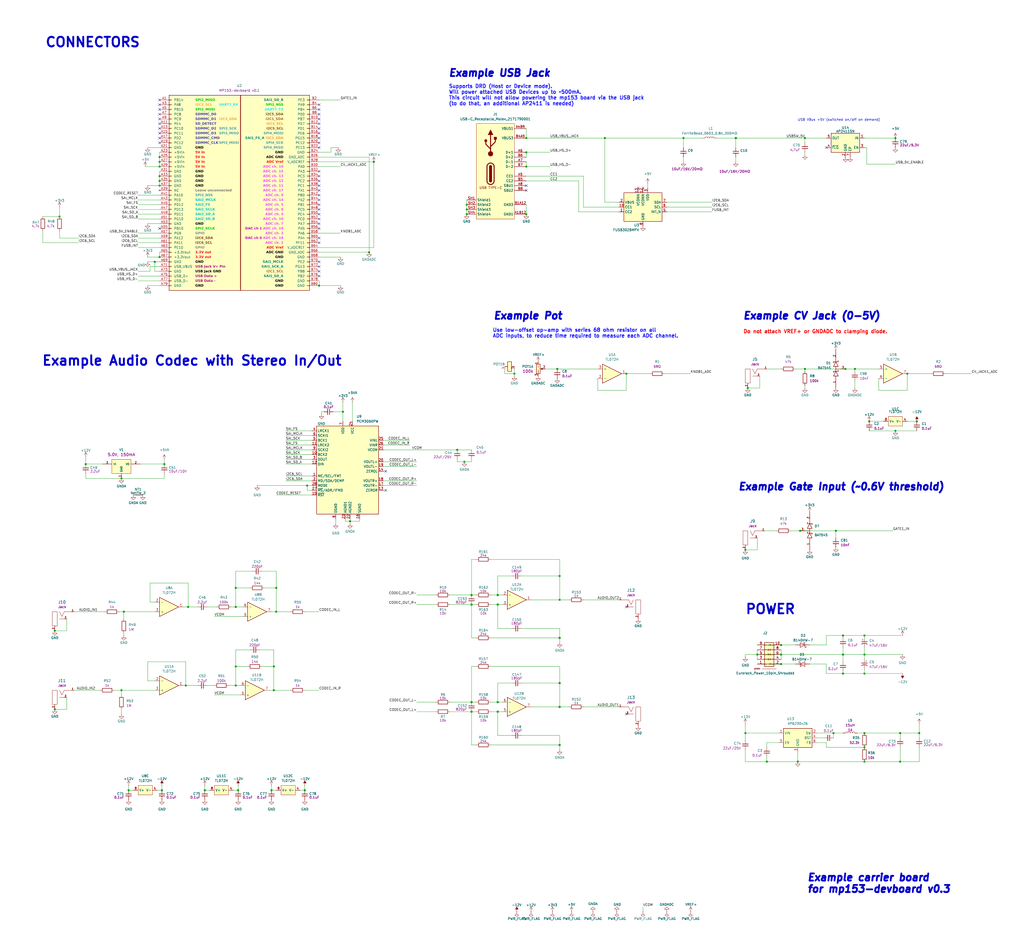
<source format=kicad_sch>
(kicad_sch (version 20250114) (generator "eeschema") (generator_version "9.0")
  (paper "User" 546.1 508)
  (lib_symbols
    (symbol "4ms_Capacitor:100nF_0402_16V" (pin_numbers (hide yes)) (pin_names (offset 0.254) (hide yes))
      (property "Reference" "C" (at 1.905 1.27 0))
      (property "Display" "0.1uF" (at 1.905 -1.27 0))
      (symbol "100nF_0402_16V_1_1"
        (pin passive line (at 0 2.54 270) (length 2.032) (name "~") (number "1"))
        (pin passive line (at 0 -2.54 90) (length 2.032) (name "~") (number "2"))
      )
    )
    (symbol "4ms_Capacitor:100nF_0402_50V" (pin_numbers (hide yes)) (pin_names (offset 0.254) (hide yes))
      (property "Reference" "C" (at 1.905 1.27 0))
      (property "Display" "0.1uF" (at 1.905 -1.27 0))
      (symbol "100nF_0402_50V_1_1"
        (pin passive line (at 0 2.54 270) (length 2.032) (name "~") (number "1"))
        (pin passive line (at 0 -2.54 90) (length 2.032) (name "~") (number "2"))
      )
    )
    (symbol "4ms_Capacitor:100nF_0603_16V" (pin_numbers (hide yes)) (pin_names (offset 0.254) (hide yes))
      (property "Reference" "C" (at 1.905 1.27 0))
      (property "Display" "0.1uF" (at 1.905 -1.27 0))
      (symbol "100nF_0603_16V_1_1"
        (pin passive line (at 0 2.54 270) (length 2.032) (name "~") (number "1"))
        (pin passive line (at 0 -2.54 90) (length 2.032) (name "~") (number "2"))
      )
    )
    (symbol "4ms_Capacitor:10nF_0603_25V" (pin_numbers (hide yes)) (pin_names (offset 0.254) (hide yes))
      (property "Reference" "C" (at 1.905 1.27 0))
      (property "Display" "10nF" (at 1.905 -1.27 0))
      (symbol "10nF_0603_25V_1_1"
        (pin passive line (at 0 2.54 270) (length 2.032) (name "~") (number "1"))
        (pin passive line (at 0 -2.54 90) (length 2.032) (name "~") (number "2"))
      )
    )
    (symbol "4ms_Capacitor:10uF_0603_10V" (pin_numbers (hide yes)) (pin_names (offset 0.254) (hide yes))
      (property "Reference" "C" (at 1.905 1.27 0))
      (property "Display" "10uF/10V" (at 1.905 -1.27 0))
      (symbol "10uF_0603_10V_1_1"
        (pin passive line (at 0 2.54 270) (length 2.032) (name "~") (number "1"))
        (pin passive line (at 0 -2.54 90) (length 2.032) (name "~") (number "2"))
      )
    )
    (symbol "4ms_Capacitor:10uF_0805_16V_lowESR" (pin_numbers (hide yes)) (pin_names (offset 0.254) (hide yes))
      (property "Reference" "C" (at 1.905 1.27 0))
      (property "Display" "10uF/16V/20mΩ" (at 1.905 -1.27 0))
      (symbol "10uF_0805_16V_lowESR_1_1"
        (pin passive line (at 0 2.54 270) (length 2.032) (name "~") (number "1"))
        (pin passive line (at 0 -2.54 90) (length 2.032) (name "~") (number "2"))
      )
    )
    (symbol "4ms_Capacitor:180pF_0402_25V" (pin_numbers (hide yes)) (pin_names (offset 0.254) (hide yes))
      (property "Reference" "C" (at 1.905 1.27 0))
      (property "Display" "180pF" (at 1.905 -1.27 0))
      (symbol "180pF_0402_25V_1_1"
        (pin passive line (at 0 2.54 270) (length 2.032) (name "~") (number "1"))
        (pin passive line (at 0 -2.54 90) (length 2.032) (name "~") (number "2"))
      )
    )
    (symbol "4ms_Capacitor:2.2uF_0603_25V" (pin_numbers (hide yes)) (pin_names (offset 0.254) (hide yes))
      (property "Reference" "C" (at 1.905 1.27 0))
      (property "Display" "2.2uF" (at 1.905 -1.27 0))
      (symbol "2.2uF_0603_25V_1_1"
        (pin passive line (at 0 2.54 270) (length 2.032) (name "~") (number "1"))
        (pin passive line (at 0 -2.54 90) (length 2.032) (name "~") (number "2"))
      )
    )
    (symbol "4ms_Capacitor:220pF_0603_25V" (pin_numbers (hide yes)) (pin_names (offset 0.254) (hide yes))
      (property "Reference" "C" (at 1.905 1.27 0))
      (property "Display" "220pF" (at 1.905 -1.27 0))
      (symbol "220pF_0603_25V_1_1"
        (pin passive line (at 0 2.54 270) (length 2.032) (name "~") (number "1"))
        (pin passive line (at 0 -2.54 90) (length 2.032) (name "~") (number "2"))
      )
    )
    (symbol "4ms_Capacitor:22uF_0603_6.3V" (pin_numbers (hide yes)) (pin_names (offset 0.254) (hide yes))
      (property "Reference" "C" (at 1.905 1.27 0))
      (property "Display" "22uF/6.3V" (at 1.905 -1.27 0))
      (symbol "22uF_0603_6.3V_1_1"
        (pin passive line (at 0 2.54 270) (length 2.032) (name "~") (number "1"))
        (pin passive line (at 0 -2.54 90) (length 2.032) (name "~") (number "2"))
      )
    )
    (symbol "4ms_Capacitor:22uF_0805_25V" (pin_numbers (hide yes)) (pin_names (offset 0.254))
      (property "Reference" "C" (at 1.905 1.27 0))
      (property "Display" "22uF/25V" (at 1.905 -1.27 0))
      (symbol "22uF_0805_25V_1_1"
        (pin passive line (at 0 2.54 270) (length 2.032) (name "~") (number "1"))
        (pin passive line (at 0 -2.54 90) (length 2.032) (name "~") (number "2"))
      )
    )
    (symbol "4ms_Capacitor:22uF_1206_25V" (pin_numbers (hide yes)) (pin_names (offset 0.254))
      (property "Reference" "C" (at 1.905 1.27 0))
      (property "Display" "22uF/25V" (at 1.905 -1.27 0))
      (symbol "22uF_1206_25V_1_1"
        (pin passive line (at 0 2.54 270) (length 2.032) (name "~") (number "1"))
        (pin passive line (at 0 -2.54 90) (length 2.032) (name "~") (number "2"))
      )
    )
    (symbol "4ms_Capacitor:4.7uF_0402_6.3V" (pin_numbers (hide yes)) (pin_names (offset 0.254) (hide yes))
      (property "Reference" "C" (at 1.905 1.27 0))
      (property "Display" "4.7uF" (at 1.905 -1.27 0))
      (symbol "4.7uF_0402_6.3V_1_1"
        (pin passive line (at 0 2.54 270) (length 2.032) (name "~") (number "1"))
        (pin passive line (at 0 -2.54 90) (length 2.032) (name "~") (number "2"))
      )
    )
    (symbol "4ms_Capacitor:47uF_5x5.3_16V" (pin_numbers (hide yes)) (pin_names (offset 0.254) (hide yes))
      (property "Reference" "C" (at 1.905 1.27 0))
      (property "Display" "47uF/16V" (at 1.905 -1.27 0))
      (symbol "47uF_5x5.3_16V_1_1"
        (pin passive line (at 0 2.54 270) (length 2.032) (name "~") (number "1"))
        (pin passive line (at 0 -2.54 90) (length 2.032) (name "~") (number "2"))
      )
    )
    (symbol "4ms_Capacitor:820pF_0402_10v" (pin_numbers (hide yes)) (pin_names (offset 0.254) (hide yes))
      (property "Reference" "C" (at 1.905 1.27 0))
      (property "Display" "820pF" (at 1.905 -1.27 0))
      (symbol "820pF_0402_10v_1_1"
        (pin passive line (at 0 2.54 270) (length 2.032) (name "~") (number "1"))
        (pin passive line (at 0 -2.54 90) (length 2.032) (name "~") (number "2"))
      )
    )
    (symbol "4ms_Connector:Eurorack_Power_10pin_Shrouded" (pin_names (offset 0.0254) (hide yes))
      (property "Reference" "J" (at 0 7.62 0))
      (property "Value" "Eurorack_Power_10pin_Shrouded" (at 0 10.16 0))
      (symbol "Eurorack_Power_10pin_Shrouded_0_0"
        (text "STRIPE" (at -6.35 -7.62 0) (effects (font (size 0.635 0.635))))
        (text "+12" (at 0 5.08 0) (effects (font (size 0.635 0.635))))
        (text "GND" (at 0 2.54 0) (effects (font (size 0.635 0.635))))
        (text "GND" (at 0 0 0) (effects (font (size 0.635 0.635))))
        (text "GND" (at 0 -2.54 0) (effects (font (size 0.635 0.635))))
        (text "-12" (at 0 -5.08 0) (effects (font (size 0.635 0.635))))
      )
      (symbol "Eurorack_Power_10pin_Shrouded_1_1"
        (pin passive line (at -6.35 5.08 0) (length 3.81) (name "+12V") (number "9"))
        (pin passive line (at -6.35 2.54 0) (length 3.81) (name "GND") (number "7"))
        (pin passive line (at -6.35 0 0) (length 3.81) (name "GND") (number "5"))
        (pin passive line (at -6.35 -2.54 0) (length 3.81) (name "GND") (number "3"))
        (pin passive line (at -6.35 -5.08 0) (length 3.81) (name "-12V") (number "1"))
        (pin passive line (at 6.35 5.08 180) (length 3.81) (name "+12V") (number "10"))
        (pin passive line (at 6.35 2.54 180) (length 3.81) (name "GND") (number "8"))
        (pin passive line (at 6.35 0 180) (length 3.81) (name "GND") (number "6"))
        (pin passive line (at 6.35 -2.54 180) (length 3.81) (name "GND") (number "4"))
        (pin passive line (at 6.35 -5.08 180) (length 3.81) (name "-12V") (number "2"))
      )
    )
    (symbol "4ms_Connector:USB-C_Receptacle_Molex_2171790001"
      (property "Reference" "J" (at -3.175 -2.54 0))
      (property "Value" "USB-C_Receptacle_Molex_2171790001" (at 0 31.75 0))
      (symbol "USB-C_Receptacle_Molex_2171790001_1_0"
        (text "USB TYPE-C" (at -2.4421 -4.1676 0) (effects (font (size 1.27 1.27)) (justify top)))
        (pin passive line (at -15.24 -11.43 0) (length 5.08) (name "Shield1") (number "SH1"))
        (pin passive line (at -15.24 -13.97 0) (length 5.08) (name "Shield2") (number "SH2"))
        (pin passive line (at -15.24 -16.51 0) (length 5.08) (name "Shield3") (number "SH3"))
        (pin passive line (at -15.24 -19.05 0) (length 5.08) (name "Shield4") (number "SH4"))
        (pin passive line (at 16.51 26.67 180) (length 6.35) (name "VBUS1") (number "A4B9"))
        (pin passive line (at 16.51 21.59 180) (length 6.35) (name "VBUS3") (number "B4A9"))
        (pin passive line (at 16.51 13.97 180) (length 6.35) (name "D+1") (number "A6"))
        (pin passive line (at 16.51 11.43 180) (length 6.35) (name "D+2") (number "B6"))
        (pin passive line (at 16.51 8.89 180) (length 6.35) (name "D-1") (number "A7"))
        (pin passive line (at 16.51 6.35 180) (length 6.35) (name "D-2") (number "B7"))
        (pin passive line (at 16.51 1.27 180) (length 6.35) (name "CC1") (number "A5"))
        (pin passive line (at 16.51 -1.27 180) (length 6.35) (name "CC2") (number "B5"))
        (pin passive line (at 16.51 -3.81 180) (length 6.35) (name "SBU1") (number "A8"))
        (pin passive line (at 16.51 -6.35 180) (length 6.35) (name "SBU2") (number "B8"))
        (pin passive line (at 16.51 -13.97 180) (length 6.35) (name "GND3") (number "B1A12"))
        (pin passive line (at 16.51 -19.05 180) (length 6.35) (name "GND1") (number "A1B12"))
      )
    )
    (symbol "4ms_Diode:B140HW-7" (pin_numbers (hide yes)) (pin_names (offset 1.016) (hide yes))
      (property "Reference" "D" (at 0 2.54 0))
      (property "Value" "B140HW-7" (at 0 -2.54 0))
      (symbol "B140HW-7_1_1"
        (pin passive line (at -3.81 0 0) (length 2.54) (name "K") (number "1"))
        (pin passive line (at 3.81 0 180) (length 2.54) (name "A") (number "2"))
      )
    )
    (symbol "4ms_Diode:BAT54S" (pin_names (offset 0.762) (hide yes))
      (property "Reference" "D" (at 2.54 -2.54 0))
      (property "Value" "BAT54S" (at 0 2.54 0))
      (symbol "BAT54S_0_1"
        (pin passive line (at -10.16 0 0) (length 6.35) (name "Anode") (number "1"))
        (pin passive line (at 0 -5.08 90) (length 2.54) (name "AK") (number "3"))
        (pin passive line (at 10.16 0 180) (length 6.35) (name "cathode") (number "2"))
      )
    )
    (symbol "4ms_IC:AP2411SN"
      (property "Reference" "U" (at -7.62 -6.35 0))
      (property "Value" "AP2411SN" (at -7.62 6.35 0))
      (symbol "AP2411SN_1_1"
        (pin power_in line (at -10.16 2.54 0) (length 2.54) (name "IN") (number "1"))
        (pin input line (at -10.16 -2.54 0) (length 2.54) (name "EN") (number "3"))
        (pin power_in line (at -2.54 -7.62 90) (length 2.54) (name "EP") (number "7"))
        (pin power_in line (at 0 -7.62 90) (length 2.54) (name "GND") (number "2"))
        (pin power_out line (at 10.16 2.54 180) (length 2.54) (name "OUT") (number "5"))
        (pin no_connect line (at 10.16 0 180) (length 2.54) (hide yes) (name "NC") (number "6"))
        (pin open_collector line (at 10.16 -2.54 180) (length 2.54) (name "~{FLG}") (number "4"))
      )
    )
    (symbol "4ms_IC:AP6230xZ6"
      (property "Reference" "U" (at 0 8.89 0))
      (property "Value" "AP6230xZ6" (at 0 6.35 0))
      (symbol "AP6230xZ6_1_1"
        (pin power_in line (at -10.16 2.54 0) (length 2.54) (name "VIN") (number "1"))
        (pin input line (at -10.16 -2.54 0) (length 2.54) (name "EN") (number "5"))
        (pin power_in line (at 0 -7.62 90) (length 2.54) (name "GND") (number "3"))
        (pin output line (at 10.16 2.54 180) (length 2.54) (name "SW") (number "2"))
        (pin passive line (at 10.16 0 180) (length 2.54) (name "BST") (number "4"))
        (pin input line (at 10.16 -2.54 180) (length 2.54) (name "FB") (number "6"))
      )
    )
    (symbol "4ms_IC:FUSB302BMPX"
      (property "Reference" "U" (at -10.16 8.89 0))
      (property "Value" "FUSB302BMPX" (at 3.81 8.89 0))
      (symbol "FUSB302BMPX_1_1"
        (pin bidirectional line (at -12.7 2.54 0) (length 2.54) (name "SDA") (number "7"))
        (pin input line (at -12.7 0 0) (length 2.54) (name "SCL") (number "6"))
        (pin open_collector line (at -12.7 -2.54 0) (length 2.54) (name "INT_N") (number "5"))
        (pin power_in line (at -2.54 10.16 270) (length 2.54) (name "VDD") (number "3"))
        (pin passive line (at -2.54 10.16 270) (length 2.54) (hide yes) (name "VDD") (number "4"))
        (pin power_in line (at 0 10.16 270) (length 2.54) (name "VCONN") (number "12"))
        (pin passive line (at 0 -10.16 90) (length 2.54) (hide yes) (name "GND") (number "15"))
        (pin power_in line (at 0 -10.16 90) (length 2.54) (name "GND") (number "8"))
        (pin passive line (at 0 -10.16 90) (length 2.54) (hide yes) (name "GND") (number "9"))
        (pin power_in line (at 2.54 10.16 270) (length 2.54) (name "VCONN") (number "13"))
        (pin input line (at 12.7 2.54 180) (length 2.54) (name "VBUS") (number "2"))
        (pin bidirectional line (at 12.7 0 180) (length 2.54) (name "CC1") (number "10"))
        (pin bidirectional line (at 12.7 0 180) (length 2.54) (hide yes) (name "CC1") (number "11"))
        (pin bidirectional line (at 12.7 -2.54 180) (length 2.54) (name "CC2") (number "1"))
        (pin bidirectional line (at 12.7 -2.54 180) (length 2.54) (hide yes) (name "CC2") (number "14"))
      )
    )
    (symbol "4ms_IC:PCM3060PW"
      (property "Reference" "U" (at 13.97 34.29 0))
      (property "Value" "PCM3060PW" (at 16.51 31.75 0))
      (symbol "PCM3060PW_1_1"
        (pin bidirectional line (at -17.78 24.13 0) (length 2.54) (name "LRCK1") (number "4"))
        (pin input line (at -17.78 21.59 0) (length 2.54) (name "SCKI1") (number "6"))
        (pin bidirectional line (at -17.78 19.05 0) (length 2.54) (name "BCK1") (number "5"))
        (pin bidirectional line (at -17.78 16.51 0) (length 2.54) (name "LRCK2") (number "11"))
        (pin input line (at -17.78 13.97 0) (length 2.54) (name "SCKI2") (number "9"))
        (pin bidirectional line (at -17.78 11.43 0) (length 2.54) (name "BCK2") (number "10"))
        (pin output line (at -17.78 8.89 0) (length 2.54) (name "DOUT") (number "3"))
        (pin input line (at -17.78 6.35 0) (length 2.54) (name "DIN") (number "12"))
        (pin input line (at -17.78 0 0) (length 2.54) (name "MC/SCL/FMT") (number "1"))
        (pin bidirectional line (at -17.78 -2.54 0) (length 2.54) (name "MD/SDA/DEMP") (number "2"))
        (pin input line (at -17.78 -5.08 0) (length 2.54) (name "MODE") (number "28"))
        (pin input line (at -17.78 -7.62 0) (length 2.54) (name "~{MS}/ADR/IFMD") (number "27"))
        (pin input line (at -17.78 -10.16 0) (length 2.54) (name "~{RST}") (number "15"))
        (pin power_in line (at -5.08 -22.86 90) (length 2.54) (name "DGND") (number "8"))
        (pin power_in line (at -1.27 29.21 270) (length 2.54) (name "VDD") (number "7"))
        (pin power_in line (at 0 -22.86 90) (length 2.54) (name "AGND1") (number "23"))
        (pin power_in line (at 2.54 -22.86 90) (length 2.54) (name "AGND2") (number "22"))
        (pin power_in line (at 3.81 29.21 270) (length 2.54) (name "VCC") (number "24"))
        (pin power_in line (at 7.62 -22.86 90) (length 2.54) (name "SGND") (number "16"))
        (pin input line (at 20.32 19.05 180) (length 2.54) (name "VINL") (number "25"))
        (pin input line (at 20.32 16.51 180) (length 2.54) (name "VINR") (number "26"))
        (pin power_in line (at 20.32 13.97 180) (length 2.54) (name "VCOM") (number "21"))
        (pin output line (at 20.32 7.62 180) (length 2.54) (name "VOUTL+") (number "20"))
        (pin output line (at 20.32 5.08 180) (length 2.54) (name "VOUTL-") (number "19"))
        (pin output line (at 20.32 2.54 180) (length 2.54) (name "ZEROL") (number "14"))
        (pin output line (at 20.32 -2.54 180) (length 2.54) (name "VOUTR+") (number "18"))
        (pin output line (at 20.32 -5.08 180) (length 2.54) (name "VOUTR-") (number "17"))
        (pin output line (at 20.32 -7.62 180) (length 2.54) (name "ZEROR") (number "13"))
      )
    )
    (symbol "4ms_IC:TL072H"
      (property "Reference" "U" (at 2.54 5.08 0))
      (property "Value" "TL072H" (at 2.54 -3.81 0))
      (symbol "TL072H_1_1"
        (pin input line (at -7.62 2.54 0) (length 2.54) (name "+") (number "3"))
        (pin input line (at -7.62 -2.54 0) (length 2.54) (name "-") (number "2"))
        (pin output line (at 7.62 0 180) (length 2.54) (name "~") (number "1"))
      )
      (symbol "TL072H_2_1"
        (pin input line (at -7.62 2.54 0) (length 2.54) (name "+") (number "5"))
        (pin input line (at -7.62 -2.54 0) (length 2.54) (name "-") (number "6"))
        (pin output line (at 7.62 0 180) (length 2.54) (name "~") (number "7"))
      )
      (symbol "TL072H_3_1"
        (pin power_in line (at 0 6.35 270) (length 2.54) (name "V+") (number "8"))
        (pin power_in line (at 0 -6.35 90) (length 2.54) (name "V-") (number "4"))
      )
    )
    (symbol "4ms_Inductor:15uH_1A_5040" (pin_numbers (hide yes)) (pin_names (offset 1.016) (hide yes))
      (property "Reference" "L" (at -1.27 0 90))
      (property "Display" "15uH" (at 2.54 0 90))
      (property "Display 2" "1A" (at 4.4196 0.1016 90))
      (symbol "15uH_1A_5040_1_1"
        (pin passive line (at 0 3.81 270) (length 1.27) (name "1") (number "1"))
        (pin passive line (at 0 -3.81 90) (length 1.27) (name "2") (number "2"))
      )
    )
    (symbol "4ms_Inductor:FerriteBead_0603_0.8A_300mΩ" (pin_numbers (hide yes)) (pin_names (offset 1.016) (hide yes))
      (property "Reference" "L1" (at -3.81 1.27 90))
      (property "Value" "FerriteBead_0603_0.8A_300mΩ" (at -1.27 2.54 90))
      (symbol "FerriteBead_0603_0.8A_300mΩ_1_1"
        (pin passive line (at 0 3.81 270) (length 1.27) (name "1") (number "1"))
        (pin passive line (at 0 -3.81 90) (length 1.27) (name "2") (number "2"))
      )
    )
    (symbol "4ms_Jack:3.5mm_Mono_Switched_sm" (pin_names (offset 0) (hide yes))
      (property "Reference" "J" (at -5.334 9.144 0))
      (property "Display" "Jack" (at -4.064 6.858 0))
      (symbol "3.5mm_Mono_Switched_sm_1_1"
        (pin passive line (at -5.08 -5.08 90) (length 2.54) (name "SHEILD") (number "2"))
        (pin passive line (at 1.27 1.27 180) (length 1.27) (name "SW") (number "3"))
        (pin passive line (at 5.08 5.08 180) (length 1.27) (name "SIG") (number "1"))
      )
    )
    (symbol "4ms_Potentiometer:9mm_NoDet_100k_Knurled_Lined" (pin_names (offset 1.016) (hide yes))
      (property "Reference" "POT" (at -4.572 -0.127 90))
      (property "Display" "100k" (at -2.794 0 90))
      (symbol "9mm_NoDet_100k_Knurled_Lined_1_1"
        (text "Left/1" (at 0 1.27 900) (effects (font (size 0.254 0.254))))
        (text "Right/3" (at 0 -1.27 900) (effects (font (size 0.254 0.254))))
        (pin passive line (at 0 3.81 270) (length 1.27) (name "Left") (number "1"))
        (pin passive line (at 0 -3.81 90) (length 1.27) (name "Right") (number "3"))
        (pin passive line (at 3.81 0 180) (length 1.27) (name "Center") (number "2"))
      )
      (symbol "9mm_NoDet_100k_Knurled_Lined_2_1"
        (pin passive line (at -2.54 -1.27 90) (length 1.27) (name "Tab1") (number "4"))
        (pin passive line (at 2.54 -1.27 90) (length 1.27) (name "Tab2") (number "5"))
      )
    )
    (symbol "4ms_Power_Symbol:+12V" (power) (pin_names (offset 0))
      (property "Value" "+12V" (at 0 3.556 0))
      (symbol "+12V_1_1"
        (pin power_in line (at 0 0 90) (length 0) (hide yes) (name "+12V") (number "1"))
      )
    )
    (symbol "4ms_Power_Symbol:+5V" (power) (pin_names (offset 0))
      (property "Value" "+5V" (at 0 3.556 0))
      (symbol "+5V_1_1"
        (pin power_in line (at 0 0 90) (length 0) (hide yes) (name "+5V") (number "1"))
      )
    )
    (symbol "4ms_Power_Symbol:GND" (power) (pin_names (offset 0))
      (property "Value" "GND" (at 0 -3.81 0))
      (symbol "GND_1_1"
        (pin power_in line (at 0 0 270) (length 0) (hide yes) (name "GND") (number "1"))
      )
    )
    (symbol "4ms_Power_Symbol:GNDA" (power) (pin_numbers (hide yes)) (pin_names (offset 0) (hide yes))
      (property "Value" "GNDA" (at 0 -3.81 0))
      (symbol "GNDA_1_1"
        (pin power_in line (at 0 0 270) (length 0) (hide yes) (name "GNDA") (number "1"))
      )
    )
    (symbol "4ms_Power_Symbol:GNDADC" (power) (pin_numbers (hide yes)) (pin_names (offset 0) (hide yes))
      (property "Value" "GNDADC" (at 0 -3.81 0))
      (symbol "GNDADC_1_1"
        (pin power_in line (at 0 0 270) (length 0) (hide yes) (name "GNDADC") (number "1"))
      )
    )
    (symbol "4ms_Power_Symbol:VREF+" (power) (pin_names (offset 0))
      (property "Value" "VREF+" (at 0 3.556 0))
      (symbol "VREF+_1_1"
        (pin power_in line (at 0 0 90) (length 0) (hide yes) (name "VREF+") (number "1"))
      )
    )
    (symbol "4ms_Regulator:AP2120N-5.0TRG1" (pin_names (offset 0.762))
      (property "Reference" "V" (at 3.81 -4.9784 0))
      (property "Display" "5.0V, 150mA" (at 0 5.08 0))
      (symbol "AP2120N-5.0TRG1_1_1"
        (pin input line (at -10.16 1.27 0) (length 5.08) (name "VI") (number "3"))
        (pin input line (at 0 -6.35 90) (length 2.54) (name "GND") (number "1"))
        (pin power_out line (at 10.16 1.27 180) (length 5.08) (name "VO") (number "2"))
      )
    )
    (symbol "4ms_Resistor_0402:100k_0402" (pin_numbers (hide yes)) (pin_names (offset 0))
      (property "Reference" "R" (at 2.032 0 90))
      (property "Display" "100k" (at 3.81 0 90))
      (symbol "100k_0402_1_1"
        (pin passive line (at 0 3.81 270) (length 1.27) (name "~") (number "1"))
        (pin passive line (at 0 -3.81 90) (length 1.27) (name "~") (number "2"))
      )
    )
    (symbol "4ms_Resistor_0402:10k_0402" (pin_numbers (hide yes)) (pin_names (offset 0))
      (property "Reference" "R" (at 2.032 0 90))
      (property "Display" "10k" (at 3.81 0 90))
      (symbol "10k_0402_1_1"
        (pin passive line (at 0 3.81 270) (length 1.27) (name "~") (number "1"))
        (pin passive line (at 0 -3.81 90) (length 1.27) (name "~") (number "2"))
      )
    )
    (symbol "4ms_Resistor_0402:14k_0402" (pin_numbers (hide yes)) (pin_names (offset 0))
      (property "Reference" "R" (at 2.032 0 90))
      (property "Display" "14k" (at 3.81 0 90))
      (symbol "14k_0402_1_1"
        (pin passive line (at 0 3.81 270) (length 1.27) (name "~") (number "1"))
        (pin passive line (at 0 -3.81 90) (length 1.27) (name "~") (number "2"))
      )
    )
    (symbol "4ms_Resistor_0402:1M_0402" (pin_numbers (hide yes)) (pin_names (offset 0))
      (property "Reference" "R" (at 2.032 0 90))
      (property "Display" "1M" (at 3.81 0 90))
      (symbol "1M_0402_1_1"
        (pin passive line (at 0 3.81 270) (length 1.27) (name "~") (number "1"))
        (pin passive line (at 0 -3.81 90) (length 1.27) (name "~") (number "2"))
      )
    )
    (symbol "4ms_Resistor_0402:1k_0402" (pin_numbers (hide yes)) (pin_names (offset 0))
      (property "Reference" "R" (at 2.032 0 90))
      (property "Display" "1k" (at 3.81 0 90))
      (symbol "1k_0402_1_1"
        (pin passive line (at 0 3.81 270) (length 1.27) (name "~") (number "1"))
        (pin passive line (at 0 -3.81 90) (length 1.27) (name "~") (number "2"))
      )
    )
    (symbol "4ms_Resistor_0402:24k_0402" (pin_numbers (hide yes)) (pin_names (offset 0))
      (property "Reference" "R" (at 2.032 0 90))
      (property "Display" "24k" (at 3.81 0 90))
      (symbol "24k_0402_1_1"
        (pin passive line (at 0 3.81 270) (length 1.27) (name "~") (number "1"))
        (pin passive line (at 0 -3.81 90) (length 1.27) (name "~") (number "2"))
      )
    )
    (symbol "4ms_Resistor_0402:4.7k_0402" (pin_numbers (hide yes)) (pin_names (offset 0))
      (property "Reference" "R" (at 2.032 0 90))
      (property "Display" "4.7k" (at 3.81 0 90))
      (symbol "4.7k_0402_1_1"
        (pin passive line (at 0 3.81 270) (length 1.27) (name "~") (number "1"))
        (pin passive line (at 0 -3.81 90) (length 1.27) (name "~") (number "2"))
      )
    )
    (symbol "4ms_Resistor_0402:52.3k_0402" (pin_numbers (hide yes)) (pin_names (offset 0))
      (property "Reference" "R" (at 2.032 0 90))
      (property "Display" "52.3k" (at 3.81 0 90))
      (symbol "52.3k_0402_1_1"
        (pin passive line (at 0 3.81 270) (length 1.27) (name "~") (number "1"))
        (pin passive line (at 0 -3.81 90) (length 1.27) (name "~") (number "2"))
      )
    )
    (symbol "4ms_Resistor_0603:100k_0603" (pin_numbers (hide yes)) (pin_names (offset 0))
      (property "Reference" "R" (at 2.032 0 90))
      (property "Display" "100k" (at 3.81 0 90))
      (symbol "100k_0603_1_1"
        (pin passive line (at 0 3.81 270) (length 1.27) (name "~") (number "1"))
        (pin passive line (at 0 -3.81 90) (length 1.27) (name "~") (number "2"))
      )
    )
    (symbol "4ms_Resistor_0603:47k_0603" (pin_numbers (hide yes)) (pin_names (offset 0))
      (property "Reference" "R" (at 2.032 0 90))
      (property "Display" "47k" (at 3.81 0 90))
      (symbol "47k_0603_1_1"
        (pin passive line (at 0 3.81 270) (length 1.27) (name "~") (number "1"))
        (pin passive line (at 0 -3.81 90) (length 1.27) (name "~") (number "2"))
      )
    )
    (symbol "4ms_Resistor_0603:68Ω_0603" (pin_numbers (hide yes)) (pin_names (offset 0))
      (property "Reference" "R" (at 2.032 0 90))
      (property "Display" "68Ω" (at 3.81 0 90))
      (symbol "68Ω_0603_1_1"
        (pin passive line (at 0 3.81 270) (length 1.27) (name "~") (number "1"))
        (pin passive line (at 0 -3.81 90) (length 1.27) (name "~") (number "2"))
      )
    )
    (symbol "Device:NetTie_2" (pin_numbers (hide yes)) (pin_names (offset 0) (hide yes)) (in_bom no)
      (property "Reference" "NT" (at 0 1.27 0))
      (property "Value" "NetTie_2" (at 0 -1.27 0))
      (symbol "NetTie_2_1_1"
        (pin passive line (at -2.54 0 0) (length 2.54) (name "1") (number "1"))
        (pin passive line (at 2.54 0 180) (length 2.54) (name "2") (number "2"))
      )
    )
    (symbol "mp153-devboard:mp153-devboard-v0.1-annotated" (pin_names (offset 2.54))
      (property "Reference" "U" (at -13.97 53.594 0))
      (property "Display" "MP153-devboard v0.1" (at 0.254 53.594 0))
      (symbol "mp153-devboard-v0.1-annotated_1_1"
        (text "SPI2_MISO" (at -24.13 49.53 0) (effects (font (size 1.27 1.27) (bold yes)) (justify left)))
        (text "I2C3_SCL" (at -24.13 46.99 0) (effects (font (size 1.27 1.27) (bold yes)) (justify left)))
        (text "SPI2_MOSI" (at -24.13 44.45 0) (effects (font (size 1.27 1.27) (bold yes)) (justify left)))
        (text "SDMMC_D0" (at -24.13 41.91 0) (effects (font (size 1.27 1.27) (bold yes)) (justify left)))
        (text "SDMMC_D1" (at -24.13 39.37 0) (effects (font (size 1.27 1.27) (bold yes)) (justify left)))
        (text "SD_DETECT" (at -24.13 36.83 0) (effects (font (size 1.27 1.27) (bold yes)) (justify left)))
        (text "SDMMC_D2" (at -24.13 34.29 0) (effects (font (size 1.27 1.27) (bold yes)) (justify left)))
        (text "SDMMC_D3" (at -24.13 31.75 0) (effects (font (size 1.27 1.27) (bold yes)) (justify left)))
        (text "SDMMC_CMD" (at -24.13 29.21 0) (effects (font (size 1.27 1.27) (bold yes)) (justify left)))
        (text "SDMMC_CLK" (at -24.13 26.67 0) (effects (font (size 1.27 1.27) (bold yes)) (justify left)))
        (text "GND" (at -24.13 24.13 0) (effects (font (size 1.27 1.27) (bold yes)) (justify left)))
        (text "5V In" (at -24.13 21.59 0) (effects (font (size 1.27 1.27) (bold yes)) (justify left)))
        (text "5V In" (at -24.13 19.05 0) (effects (font (size 1.27 1.27) (bold yes)) (justify left)))
        (text "5V In" (at -24.13 16.51 0) (effects (font (size 1.27 1.27) (bold yes)) (justify left)))
        (text "5V In" (at -24.13 13.97 0) (effects (font (size 1.27 1.27) (bold yes)) (justify left)))
        (text "GND" (at -24.13 11.43 0) (effects (font (size 1.27 1.27) (bold yes)) (justify left)))
        (text "GND" (at -24.13 8.89 0) (effects (font (size 1.27 1.27) (bold yes)) (justify left)))
        (text "GND" (at -24.13 6.35 0) (effects (font (size 1.27 1.27) (bold yes)) (justify left)))
        (text "GND" (at -24.13 3.81 0) (effects (font (size 1.27 1.27) (bold yes)) (justify left)))
        (text "Leave unconnected" (at -24.13 1.27 0) (effects (font (size 1.27 1.27) (bold yes)) (justify left)))
        (text "SPI3_NSS" (at -24.13 -1.27 0) (effects (font (size 1.27 1.27) (bold yes)) (justify left)))
        (text "SAI2_MCLK" (at -24.13 -3.81 0) (effects (font (size 1.27 1.27) (bold yes)) (justify left)))
        (text "SAI2_FS" (at -24.13 -6.35 0) (effects (font (size 1.27 1.27) (bold yes)) (justify left)))
        (text "SAI2_SCLK" (at -24.13 -8.89 0) (effects (font (size 1.27 1.27) (bold yes)) (justify left)))
        (text "SAI2_SD_A" (at -24.13 -11.43 0) (effects (font (size 1.27 1.27) (bold yes)) (justify left)))
        (text "SAI2_SD_B" (at -24.13 -13.97 0) (effects (font (size 1.27 1.27) (bold yes)) (justify left)))
        (text "GND" (at -24.13 -16.51 0) (effects (font (size 1.27 1.27) (bold yes)) (justify left)))
        (text "SPI2_SCLK" (at -24.13 -19.05 0) (effects (font (size 1.27 1.27) (bold yes)) (justify left)))
        (text "GPIO" (at -24.13 -21.59 0) (effects (font (size 1.27 1.27) (bold yes)) (justify left)))
        (text "I2C6_SDA" (at -24.13 -24.13 0) (effects (font (size 1.27 1.27) (bold yes)) (justify left)))
        (text "I2C6_SCL" (at -24.13 -26.67 0) (effects (font (size 1.27 1.27) (bold yes)) (justify left)))
        (text "GPIO" (at -24.13 -29.21 0) (effects (font (size 1.27 1.27) (bold yes)) (justify left)))
        (text "3.3V out" (at -24.13 -31.75 0) (effects (font (size 1.27 1.27) (bold yes)) (justify left)))
        (text "3.3V out" (at -24.13 -34.29 0) (effects (font (size 1.27 1.27) (bold yes)) (justify left)))
        (text "GND" (at -24.13 -36.83 0) (effects (font (size 1.27 1.27) (bold yes)) (justify left)))
        (text "USB Jack V+ Pin" (at -24.13 -39.37 0) (effects (font (size 1.27 1.27) (bold yes)) (justify left)))
        (text "USB Jack GND" (at -24.13 -41.91 0) (effects (font (size 1.27 1.27) (bold yes)) (justify left)))
        (text "USB Data +" (at -24.13 -44.45 0) (effects (font (size 1.27 1.27) (bold yes)) (justify left)))
        (text "USB Data -" (at -24.13 -46.99 0) (effects (font (size 1.27 1.27) (bold yes)) (justify left)))
        (text "GND" (at -24.13 -49.53 0) (effects (font (size 1.27 1.27) (bold yes)) (justify left)))
        (text "UART7_RX" (at -11.43 46.99 0) (effects (font (size 1.27 1.27) (bold yes)) (justify left)))
        (text "I2C3_SDA" (at -11.43 39.37 0) (effects (font (size 1.27 1.27) (bold yes)) (justify left)))
        (text "SPI3_SCK" (at -11.43 34.29 0) (effects (font (size 1.27 1.27) (bold yes)) (justify left)))
        (text "SPI3_MISO" (at -11.43 31.75 0) (effects (font (size 1.27 1.27) (bold yes)) (justify left)))
        (text "SPI3_MOSI" (at -11.43 26.67 0) (effects (font (size 1.27 1.27) (bold yes)) (justify left)))
        (text "DAC ch 1" (at 11.43 -19.05 0) (effects (font (size 1.27 1.27) (bold yes)) (justify right)))
        (text "DAC ch 0" (at 11.43 -24.13 0) (effects (font (size 1.27 1.27) (bold yes)) (justify right)))
        (text "SAI1_FS_A" (at 12.7 29.21 0) (effects (font (size 1.27 1.27) (bold yes)) (justify right)))
        (text "SAI1_SD_B" (at 22.86 49.53 0) (effects (font (size 1.27 1.27) (bold yes)) (justify right)))
        (text "SPI2_NSS" (at 22.86 46.99 0) (effects (font (size 1.27 1.27) (bold yes)) (justify right)))
        (text "UART7_TX" (at 22.86 44.45 0) (effects (font (size 1.27 1.27) (bold yes)) (justify right)))
        (text "I2C5_SDA" (at 22.86 41.91 0) (effects (font (size 1.27 1.27) (bold yes)) (justify right)))
        (text "I2C1_SDA" (at 22.86 39.37 0) (effects (font (size 1.27 1.27) (bold yes)) (justify right)))
        (text "I2C2_SCL" (at 22.86 36.83 0) (effects (font (size 1.27 1.27) (bold yes)) (justify right)))
        (text "I2C5_SCL" (at 22.86 34.29 0) (effects (font (size 1.27 1.27) (bold yes)) (justify right)))
        (text "SPI4_MOSI" (at 22.86 31.75 0) (effects (font (size 1.27 1.27) (bold yes)) (justify right)))
        (text "I2C2_SDA" (at 22.86 29.21 0) (effects (font (size 1.27 1.27) (bold yes)) (justify right)))
        (text "SPI4_SCK" (at 22.86 26.67 0) (effects (font (size 1.27 1.27) (bold yes)) (justify right)))
        (text "SPI4_MISO" (at 22.86 24.13 0) (effects (font (size 1.27 1.27) (bold yes)) (justify right)))
        (text "GND" (at 22.86 21.59 0) (effects (font (size 1.27 1.27) (bold yes)) (justify right)))
        (text "ADC GND" (at 22.86 19.05 0) (effects (font (size 1.27 1.27) (bold yes)) (justify right)))
        (text "ADC Vref" (at 22.86 16.51 0) (effects (font (size 1.27 1.27) (bold yes)) (justify right)))
        (text "ADC ch. 16" (at 22.86 13.97 0) (effects (font (size 1.27 1.27) (bold yes)) (justify right)))
        (text "ADC ch. 15" (at 22.86 11.43 0) (effects (font (size 1.27 1.27) (bold yes)) (justify right)))
        (text "ADC ch. 13" (at 22.86 8.89 0) (effects (font (size 1.27 1.27) (bold yes)) (justify right)))
        (text "ADC ch. 12" (at 22.86 6.35 0) (effects (font (size 1.27 1.27) (bold yes)) (justify right)))
        (text "ADC ch. 11" (at 22.86 3.81 0) (effects (font (size 1.27 1.27) (bold yes)) (justify right)))
        (text "ADC ch. 17" (at 22.86 1.27 0) (effects (font (size 1.27 1.27) (bold yes)) (justify right)))
        (text "ADC ch. 9" (at 22.86 -1.27 0) (effects (font (size 1.27 1.27) (bold yes)) (justify right)))
        (text "ADC ch. 14" (at 22.86 -3.81 0) (effects (font (size 1.27 1.27) (bold yes)) (justify right)))
        (text "ADC ch. 5" (at 22.86 -6.35 0) (effects (font (size 1.27 1.27) (bold yes)) (justify right)))
        (text "ADC ch. 8" (at 22.86 -8.89 0) (effects (font (size 1.27 1.27) (bold yes)) (justify right)))
        (text "ADC ch. 4" (at 22.86 -11.43 0) (effects (font (size 1.27 1.27) (bold yes)) (justify right)))
        (text "ADC ch. 10" (at 22.86 -13.97 0) (effects (font (size 1.27 1.27) (bold yes)) (justify right)))
        (text "ADC ch. 7" (at 22.86 -16.51 0) (effects (font (size 1.27 1.27) (bold yes)) (justify right)))
        (text "ADC ch. 19" (at 22.86 -19.05 0) (effects (font (size 1.27 1.27) (bold yes)) (justify right)))
        (text "ADC ch. 3" (at 22.86 -21.59 0) (effects (font (size 1.27 1.27) (bold yes)) (justify right)))
        (text "ADC ch. 18" (at 22.86 -24.13 0) (effects (font (size 1.27 1.27) (bold yes)) (justify right)))
        (text "ADC ch. 2" (at 22.86 -26.67 0) (effects (font (size 1.27 1.27) (bold yes)) (justify right)))
        (text "ADC Vref" (at 22.86 -29.21 0) (effects (font (size 1.27 1.27) (bold yes)) (justify right)))
        (text "ADC GND" (at 22.86 -31.75 0) (effects (font (size 1.27 1.27) (bold yes)) (justify right)))
        (text "GND" (at 22.86 -34.29 0) (effects (font (size 1.27 1.27) (bold yes)) (justify right)))
        (text "SAI1_MCLK" (at 22.86 -36.83 0) (effects (font (size 1.27 1.27) (bold yes)) (justify right)))
        (text "SAI1_SCK_A" (at 22.86 -39.37 0) (effects (font (size 1.27 1.27) (bold yes)) (justify right)))
        (text "I2C1_SCL" (at 22.86 -41.91 0) (effects (font (size 1.27 1.27) (bold yes)) (justify right)))
        (text "SAI1_SD_A" (at 22.86 -44.45 0) (effects (font (size 1.27 1.27) (bold yes)) (justify right)))
        (text "GND" (at 22.86 -46.99 0) (effects (font (size 1.27 1.27) (bold yes)) (justify right)))
        (text "GND" (at 22.86 -49.53 0) (effects (font (size 1.27 1.27) (bold yes)) (justify right)))
        (pin passive line (at -43.18 49.53 0) (length 5.08) (name "PB14") (number "A1"))
        (pin passive line (at -43.18 46.99 0) (length 5.08) (name "PA8") (number "A3"))
        (pin passive line (at -43.18 44.45 0) (length 5.08) (name "PB15") (number "A5"))
        (pin passive line (at -43.18 41.91 0) (length 5.08) (name "PC8") (number "A7"))
        (pin passive line (at -43.18 39.37 0) (length 5.08) (name "PC9") (number "A9"))
        (pin passive line (at -43.18 36.83 0) (length 5.08) (name "PE4") (number "A11"))
        (pin passive line (at -43.18 34.29 0) (length 5.08) (name "PC10") (number "A13"))
        (pin passive line (at -43.18 31.75 0) (length 5.08) (name "PC11") (number "A15"))
        (pin passive line (at -43.18 29.21 0) (length 5.08) (name "PD2") (number "A17"))
        (pin passive line (at -43.18 26.67 0) (length 5.08) (name "PC12") (number "A19"))
        (pin passive line (at -43.18 24.13 0) (length 5.08) (name "GND") (number "A21"))
        (pin passive line (at -43.18 21.59 0) (length 5.08) (name "+5Vin") (number "A23"))
        (pin passive line (at -43.18 19.05 0) (length 5.08) (name "+5Vin") (number "A25"))
        (pin passive line (at -43.18 16.51 0) (length 5.08) (name "+5Vin") (number "A27"))
        (pin passive line (at -43.18 13.97 0) (length 5.08) (name "+5Vin") (number "A29"))
        (pin passive line (at -43.18 11.43 0) (length 5.08) (name "GND") (number "A31"))
        (pin passive line (at -43.18 8.89 0) (length 5.08) (name "GND") (number "A33"))
        (pin passive line (at -43.18 6.35 0) (length 5.08) (name "GND") (number "A35"))
        (pin passive line (at -43.18 3.81 0) (length 5.08) (name "GND") (number "A37"))
        (pin no_connect line (at -43.18 1.27 0) (length 5.08) (name "NC") (number "A39"))
        (pin passive line (at -43.18 -1.27 0) (length 5.08) (name "PA10") (number "A41"))
        (pin passive line (at -43.18 -3.81 0) (length 5.08) (name "PE0") (number "A43"))
        (pin passive line (at -43.18 -6.35 0) (length 5.08) (name "PD12") (number "A45"))
        (pin passive line (at -43.18 -8.89 0) (length 5.08) (name "PD13") (number "A47"))
        (pin passive line (at -43.18 -11.43 0) (length 5.08) (name "PD11") (number "A49"))
        (pin passive line (at -43.18 -13.97 0) (length 5.08) (name "PG10") (number "A51"))
        (pin passive line (at -43.18 -16.51 0) (length 5.08) (name "GND") (number "A53"))
        (pin passive line (at -43.18 -19.05 0) (length 5.08) (name "PB10") (number "A55"))
        (pin passive line (at -43.18 -21.59 0) (length 5.08) (name "PG9") (number "A57"))
        (pin passive line (at -43.18 -24.13 0) (length 5.08) (name "PA12") (number "A59"))
        (pin passive line (at -43.18 -26.67 0) (length 5.08) (name "PA11") (number "A61"))
        (pin passive line (at -43.18 -29.21 0) (length 5.08) (name "PE10") (number "A63"))
        (pin passive line (at -43.18 -31.75 0) (length 5.08) (name "+3.3Vout") (number "A65"))
        (pin passive line (at -43.18 -34.29 0) (length 5.08) (name "+3.3Vout") (number "A67"))
        (pin passive line (at -43.18 -36.83 0) (length 5.08) (name "GND") (number "A69"))
        (pin passive line (at -43.18 -39.37 0) (length 5.08) (name "USB_VBUS") (number "A71"))
        (pin passive line (at -43.18 -41.91 0) (length 5.08) (name "GND") (number "A73"))
        (pin passive line (at -43.18 -44.45 0) (length 5.08) (name "USB_D+") (number "A75"))
        (pin passive line (at -43.18 -46.99 0) (length 5.08) (name "USB_D-") (number "A77"))
        (pin passive line (at -43.18 -49.53 0) (length 5.08) (name "GND") (number "A79"))
        (pin passive line (at 41.91 49.53 180) (length 5.08) (name "PE3") (number "B2"))
        (pin passive line (at 41.91 46.99 180) (length 5.08) (name "PA9") (number "B4"))
        (pin passive line (at 41.91 44.45 180) (length 5.08) (name "PB4") (number "B6"))
        (pin passive line (at 41.91 41.91 180) (length 5.08) (name "PD0") (number "B8"))
        (pin passive line (at 41.91 39.37 180) (length 5.08) (name "PB7") (number "B10"))
        (pin passive line (at 41.91 36.83 180) (length 5.08) (name "PD7") (number "B12"))
        (pin passive line (at 41.91 34.29 180) (length 5.08) (name "PD1") (number "B14"))
        (pin passive line (at 41.91 31.75 180) (length 5.08) (name "PE6") (number "B16"))
        (pin passive line (at 41.91 29.21 180) (length 5.08) (name "PG15") (number "B18"))
        (pin passive line (at 41.91 26.67 180) (length 5.08) (name "PE12") (number "B20"))
        (pin passive line (at 41.91 24.13 180) (length 5.08) (name "PE13") (number "B22"))
        (pin passive line (at 41.91 21.59 180) (length 5.08) (name "GND") (number "B24"))
        (pin passive line (at 41.91 19.05 180) (length 5.08) (name "GND_ADC") (number "B26"))
        (pin passive line (at 41.91 16.51 180) (length 5.08) (name "V_ADCREF") (number "B28"))
        (pin passive line (at 41.91 13.97 180) (length 5.08) (name "PA0") (number "B30"))
        (pin passive line (at 41.91 11.43 180) (length 5.08) (name "PA3") (number "B32"))
        (pin passive line (at 41.91 8.89 180) (length 5.08) (name "PC3") (number "B34"))
        (pin passive line (at 41.91 6.35 180) (length 5.08) (name "PC2") (number "B36"))
        (pin passive line (at 41.91 3.81 180) (length 5.08) (name "PC1") (number "B38"))
        (pin passive line (at 41.91 1.27 180) (length 5.08) (name "PA1") (number "B40"))
        (pin passive line (at 41.91 -1.27 180) (length 5.08) (name "PB0") (number "B42"))
        (pin passive line (at 41.91 -3.81 180) (length 5.08) (name "PA2") (number "B44"))
        (pin passive line (at 41.91 -6.35 180) (length 5.08) (name "PB1") (number "B46"))
        (pin passive line (at 41.91 -8.89 180) (length 5.08) (name "PC5") (number "B48"))
        (pin passive line (at 41.91 -11.43 180) (length 5.08) (name "PC4") (number "B50"))
        (pin passive line (at 41.91 -13.97 180) (length 5.08) (name "PC0") (number "B52"))
        (pin passive line (at 41.91 -16.51 180) (length 5.08) (name "PA7") (number "B54"))
        (pin passive line (at 41.91 -19.05 180) (length 5.08) (name "PA5") (number "B56"))
        (pin passive line (at 41.91 -21.59 180) (length 5.08) (name "PA6") (number "B58"))
        (pin passive line (at 41.91 -24.13 180) (length 5.08) (name "PA4") (number "B60"))
        (pin passive line (at 41.91 -26.67 180) (length 5.08) (name "PF11") (number "B62"))
        (pin passive line (at 41.91 -29.21 180) (length 5.08) (name "V_ADCREF") (number "B64"))
        (pin passive line (at 41.91 -31.75 180) (length 5.08) (name "GND_ADC") (number "B66"))
        (pin passive line (at 41.91 -34.29 180) (length 5.08) (name "GND") (number "B68"))
        (pin passive line (at 41.91 -36.83 180) (length 5.08) (name "PE2") (number "B70"))
        (pin passive line (at 41.91 -39.37 180) (length 5.08) (name "PG13") (number "B72"))
        (pin passive line (at 41.91 -41.91 180) (length 5.08) (name "PB8") (number "B74"))
        (pin passive line (at 41.91 -44.45 180) (length 5.08) (name "PB2") (number "B76"))
        (pin passive line (at 41.91 -46.99 180) (length 5.08) (name "GND") (number "B78"))
        (pin passive line (at 41.91 -49.53 180) (length 5.08) (name "GND") (number "B80"))
      )
    )
    (symbol "power:+12V" (power) (pin_numbers (hide yes)) (pin_names (offset 0) (hide yes))
      (property "Value" "+12V" (at 0 3.556 0))
      (symbol "+12V_1_1"
        (pin power_in line (at 0 0 90) (length 0) (name "~") (number "1"))
      )
    )
    (symbol "power:+3.3V" (power) (pin_numbers (hide yes)) (pin_names (offset 0) (hide yes))
      (property "Value" "+3.3V" (at 0 3.556 0))
      (symbol "+3.3V_1_1"
        (pin power_in line (at 0 0 90) (length 0) (name "~") (number "1"))
      )
    )
    (symbol "power:+5V" (power) (pin_numbers (hide yes)) (pin_names (offset 0) (hide yes))
      (property "Value" "+5V" (at 0 3.556 0))
      (symbol "+5V_1_1"
        (pin power_in line (at 0 0 90) (length 0) (name "~") (number "1"))
      )
    )
    (symbol "power:+5VA" (power) (pin_numbers (hide yes)) (pin_names (offset 0) (hide yes))
      (property "Value" "+5VA" (at 0 3.556 0))
      (symbol "+5VA_1_1"
        (pin power_in line (at 0 0 90) (length 0) (name "~") (number "1"))
      )
    )
    (symbol "power:-12V" (power) (pin_numbers (hide yes)) (pin_names (offset 0) (hide yes))
      (property "Value" "-12V" (at 0 3.556 0))
      (symbol "-12V_0_0"
        (pin power_in line (at 0 0 90) (length 0) (name "~") (number "1"))
      )
    )
    (symbol "power:GND" (power) (pin_numbers (hide yes)) (pin_names (offset 0) (hide yes))
      (property "Value" "GND" (at 0 -3.81 0))
      (symbol "GND_1_1"
        (pin power_in line (at 0 0 270) (length 0) (name "~") (number "1"))
      )
    )
    (symbol "power:PWR_FLAG" (power) (pin_numbers (hide yes)) (pin_names (offset 0) (hide yes))
      (property "Value" "PWR_FLAG" (at 0 3.81 0))
      (symbol "PWR_FLAG_0_0"
        (pin power_out line (at 0 0 90) (length 0) (name "~") (number "1"))
      )
    )
  )
  (text "Example CV Jack (0-5V)" (at 395.986 168.656 0) (effects (font (size 3.81 3.81) (thickness 1.016) (bold yes) (italic yes)) (justify left)))
  (text "POWER" (at 397.256 328.168 0) (effects (font (size 5.08 5.08) (thickness 1.016) (bold yes)) (justify left bottom)))
  (text "CONNECTORS " (at 23.876 25.654 0) (effects (font (size 5.08 5.08) (thickness 1.016) (bold yes)) (justify left bottom)))
  (text "Use low-offset op-amp with series 68 ohm resistor on all\nADC inputs, to reduce time required to measure each ADC channel." (at 262.636 177.8 0) (effects (font (size 1.905 1.905) (thickness 0.381) (bold yes)) (justify left)))
  (text "Example Gate Input (~0.6V threshold)" (at 393.446 259.842 0) (effects (font (size 3.81 3.81) (thickness 1.016) (bold yes) (italic yes)) (justify left)))
  (text "Supports DRD (Host or Device mode).\nWill power attached USB Devices up to ~500mA.\nThis circuit will not allow powering the mp153 board via the USB jack\n(to do that, an additional AP2411 is needed)" (at 239.268 50.8 0) (effects (font (size 1.905 1.905) (thickness 0.381) (bold yes)) (justify left)))
  (text "Example USB Jack" (at 266.446 39.116 0) (effects (font (size 3.81 3.81) (thickness 1.016) (bold yes) (italic yes))))
  (text "Do not attach VREF+ or GNDADC to clamping diode." (at 434.848 177.038 0) (effects (font (size 1.905 1.905) (thickness 0.381) (bold yes))))
  (text "Example Audio Codec with Stereo In/Out" (at 22.098 195.58 0) (effects (font (size 5.08 5.08) (thickness 1.016) (bold yes)) (justify left bottom)))
  (text "Example Pot" (at 262.89 168.656 0) (effects (font (size 3.81 3.81) (thickness 1.016) (bold yes) (italic yes)) (justify left)))
  (text "Example carrier board\nfor mp153-devboard v0.3" (at 430.276 476.758 0) (effects (font (size 3.81 3.81) (thickness 1.27) (bold yes) (italic yes)) (justify left bottom)))
  (text "USB VBus +5V (switched on/off on demand)" (at 469.392 64.77 0) (effects (font (size 1.27 1.27)) (justify right bottom)))
  (junction (at 403.86 349.25))
  (junction (at 100.33 323.85))
  (junction (at 248.92 109.22))
  (junction (at 297.18 196.85))
  (junction (at 398.78 207.01))
  (junction (at 298.45 340.36) (diameter 1.016))
  (junction (at 125.73 355.6))
  (junction (at 322.58 73.66))
  (junction (at 251.46 379.73) (diameter 1.016))
  (junction (at 64.77 255.27))
  (junction (at 480.06 406.4))
  (junction (at 280.67 73.66))
  (junction (at 182.88 219.71))
  (junction (at 31.75 115.57))
  (junction (at 298.45 377.19) (diameter 1.016))
  (junction (at 247.65 246.38))
  (junction (at 265.43 317.5) (diameter 1.016))
  (junction (at 125.73 313.69))
  (junction (at 68.58 421.64))
  (junction (at 461.01 406.4))
  (junction (at 449.58 349.25))
  (junction (at 85.09 96.52))
  (junction (at 483.87 199.39))
  (junction (at 444.5 391.16))
  (junction (at 265.43 374.65) (diameter 1.016))
  (junction (at 109.22 421.64))
  (junction (at 248.92 111.76))
  (junction (at 334.01 199.39))
  (junction (at 248.92 114.3))
  (junction (at 488.95 224.79))
  (junction (at 426.72 283.21))
  (junction (at 45.72 247.65))
  (junction (at 416.56 344.17))
  (junction (at 85.09 83.82))
  (junction (at 429.26 73.66))
  (junction (at 87.63 247.65))
  (junction (at 461.01 398.78))
  (junction (at 461.01 359.41))
  (junction (at 480.06 391.16))
  (junction (at 243.84 240.03))
  (junction (at 99.06 365.76))
  (junction (at 461.01 391.16))
  (junction (at 85.09 86.36))
  (junction (at 85.09 137.16))
  (junction (at 429.26 196.85))
  (junction (at 449.58 339.09))
  (junction (at 186.69 278.13))
  (junction (at 29.21 378.46))
  (junction (at 147.32 326.39))
  (junction (at 298.45 320.04))
  (junction (at 85.09 88.9))
  (junction (at 163.83 259.08))
  (junction (at 146.05 355.6))
  (junction (at 82.55 139.7))
  (junction (at 425.45 406.4))
  (junction (at 127 421.64))
  (junction (at 125.73 323.85))
  (junction (at 199.39 86.36))
  (junction (at 85.09 93.98))
  (junction (at 64.77 368.3))
  (junction (at 445.77 283.21))
  (junction (at 397.51 293.37))
  (junction (at 461.01 339.09))
  (junction (at 251.46 317.5) (diameter 1.016))
  (junction (at 298.45 397.51) (diameter 1.016))
  (junction (at 86.36 421.64))
  (junction (at 477.52 73.66))
  (junction (at 280.67 114.3))
  (junction (at 364.49 73.66))
  (junction (at 251.46 322.58) (diameter 1.016))
  (junction (at 196.85 134.62))
  (junction (at 251.46 374.65) (diameter 1.016))
  (junction (at 144.78 421.64))
  (junction (at 66.04 326.39))
  (junction (at 162.56 421.64))
  (junction (at 455.93 196.85))
  (junction (at 170.18 152.4))
  (junction (at 274.32 199.39))
  (junction (at 298.45 364.49) (diameter 1.016))
  (junction (at 392.43 73.66) (diameter 1.016))
  (junction (at 450.85 196.85))
  (junction (at 265.43 322.58) (diameter 1.016))
  (junction (at 477.52 229.87))
  (junction (at 147.32 313.69))
  (junction (at 490.22 391.16))
  (junction (at 461.01 349.25))
  (junction (at 280.67 81.28))
  (junction (at 463.55 224.79))
  (junction (at 125.73 365.76))
  (junction (at 280.67 88.9))
  (junction (at 265.43 379.73) (diameter 1.016))
  (junction (at 416.56 354.33))
  (junction (at 408.94 406.4))
  (junction (at 449.58 359.41))
  (junction (at 298.45 307.34))
  (junction (at 85.09 99.06))
  (junction (at 397.51 391.16))
  (junction (at 416.56 349.25))
  (junction (at 146.05 368.3))
  (junction (at 29.21 336.55))
  (no_connect (at 170.18 109.22))
  (no_connect (at 440.69 78.74))
  (no_connect (at 170.18 66.04))
  (no_connect (at 170.18 58.42))
  (no_connect (at 170.18 114.3))
  (no_connect (at 170.18 76.2))
  (no_connect (at 342.9 100.33))
  (no_connect (at 85.09 60.96))
  (no_connect (at 85.09 63.5))
  (no_connect (at 85.09 73.66))
  (no_connect (at 170.18 121.92))
  (no_connect (at 170.18 127))
  (no_connect (at 170.18 60.96))
  (no_connect (at 280.67 101.6))
  (no_connect (at 170.18 106.68))
  (no_connect (at 170.18 96.52))
  (no_connect (at 170.18 91.44))
  (no_connect (at 170.18 63.5))
  (no_connect (at 170.18 71.12))
  (no_connect (at 85.09 58.42))
  (no_connect (at 170.18 101.6))
  (no_connect (at 85.09 76.2))
  (no_connect (at 170.18 104.14))
  (no_connect (at 205.74 251.46))
  (no_connect (at 334.01 323.85))
  (no_connect (at 170.18 129.54))
  (no_connect (at 85.09 68.58))
  (no_connect (at 170.18 99.06))
  (no_connect (at 85.09 53.34))
  (no_connect (at 85.09 66.04))
  (no_connect (at 205.74 261.62))
  (no_connect (at 85.09 55.88))
  (no_connect (at 280.67 99.06))
  (no_connect (at 170.18 147.32))
  (no_connect (at 170.18 93.98))
  (no_connect (at 170.18 116.84))
  (no_connect (at 340.36 100.33))
  (no_connect (at 170.18 142.24))
  (no_connect (at 170.18 119.38))
  (no_connect (at 170.18 139.7))
  (no_connect (at 170.18 55.88))
  (no_connect (at 170.18 68.58))
  (no_connect (at 85.09 121.92))
  (no_connect (at 334.01 381))
  (no_connect (at 170.18 111.76))
  (no_connect (at 170.18 144.78))
  (no_connect (at 170.18 78.74))
  (no_connect (at 170.18 73.66))
  (no_connect (at 85.09 71.12))
  (wire (pts (xy 176.53 78.74) (xy 180.34 78.74)))
  (wire (pts (xy 152.4 256.54) (xy 166.37 256.54)))
  (wire (pts (xy 248.92 111.76) (xy 248.92 114.3)))
  (wire (pts (xy 408.94 396.24) (xy 415.29 396.24)))
  (wire (pts (xy 243.84 240.03) (xy 251.46 240.03)))
  (wire (pts (xy 355.6 107.95) (xy 379.73 107.95)))
  (wire (pts (xy 265.43 392.43) (xy 273.05 392.43)))
  (wire (pts (xy 397.51 406.4) (xy 408.94 406.4)))
  (wire (pts (xy 87.63 245.11) (xy 87.63 247.65)))
  (wire (pts (xy 73.66 144.78) (xy 80.01 144.78)))
  (wire (pts (xy 176.53 81.28) (xy 170.18 81.28)))
  (wire (pts (xy 31.75 110.49) (xy 31.75 115.57)))
  (wire (pts (xy 397.51 391.16) (xy 415.29 391.16)))
  (wire (pts (xy 132.08 355.6) (xy 125.73 355.6)))
  (wire (pts (xy 462.28 78.74) (xy 461.01 78.74)))
  (wire (pts (xy 403.86 349.25) (xy 403.86 351.79)))
  (wire (pts (xy 152.4 237.49) (xy 166.37 237.49)))
  (wire (pts (xy 222.25 256.54) (xy 204.47 256.54)))
  (wire (pts (xy 461.01 340.36) (xy 461.01 339.09)))
  (wire (pts (xy 435.61 393.7) (xy 439.42 393.7)))
  (wire (pts (xy 265.43 307.34) (xy 273.05 307.34)))
  (wire (pts (xy 73.66 149.86) (xy 85.09 149.86)))
  (wire (pts (xy 160.02 421.64) (xy 162.56 421.64)))
  (wire (pts (xy 100.33 311.15) (xy 100.33 323.85)))
  (wire (pts (xy 187.96 214.63) (xy 187.96 224.79)))
  (wire (pts (xy 64.77 255.27) (xy 87.63 255.27)))
  (wire (pts (xy 73.66 132.08) (xy 85.09 132.08)))
  (wire (pts (xy 144.78 419.1) (xy 144.78 421.64)))
  (wire (pts (xy 146.05 368.3) (xy 143.51 368.3)))
  (wire (pts (xy 461.01 359.41) (xy 481.33 359.41)))
  (wire (pts (xy 440.69 398.78) (xy 461.01 398.78)))
  (wire (pts (xy 73.66 109.22) (xy 85.09 109.22)))
  (wire (pts (xy 177.8 219.71) (xy 182.88 219.71)))
  (wire (pts (xy 431.8 344.17) (xy 440.69 344.17)))
  (wire (pts (xy 78.74 152.4) (xy 85.09 152.4)))
  (wire (pts (xy 330.2 107.95) (xy 322.58 107.95)))
  (wire (pts (xy 298.45 397.51) (xy 298.45 400.05)))
  (wire (pts (xy 146.05 355.6) (xy 146.05 368.3)))
  (wire (pts (xy 82.55 368.3) (xy 64.77 368.3)))
  (wire (pts (xy 397.51 350.52) (xy 397.51 349.25)))
  (wire (pts (xy 204.47 246.38) (xy 222.25 246.38)))
  (wire (pts (xy 455.93 196.85) (xy 455.93 198.12)))
  (wire (pts (xy 280.67 81.28) (xy 293.37 81.28)))
  (wire (pts (xy 85.09 88.9) (xy 77.47 88.9)))
  (wire (pts (xy 274.32 200.66) (xy 274.32 199.39)))
  (wire (pts (xy 144.78 421.64) (xy 147.32 421.64)))
  (wire (pts (xy 416.56 344.17) (xy 424.18 344.17)))
  (wire (pts (xy 39.37 326.39) (xy 55.88 326.39)))
  (wire (pts (xy 280.67 68.58) (xy 280.67 73.66)))
  (wire (pts (xy 114.3 370.84) (xy 128.27 370.84)))
  (wire (pts (xy 408.94 196.85) (xy 416.56 196.85)))
  (wire (pts (xy 254 317.5) (xy 251.46 317.5)))
  (wire (pts (xy 490.22 386.08) (xy 490.22 391.16)))
  (wire (pts (xy 405.13 200.66) (xy 405.13 207.01)))
  (wire (pts (xy 265.43 317.5) (xy 267.97 317.5)))
  (wire (pts (xy 171.45 220.98) (xy 171.45 219.71)))
  (wire (pts (xy 127 419.1) (xy 127 421.64)))
  (wire (pts (xy 278.13 392.43) (xy 298.45 392.43)))
  (wire (pts (xy 449.58 345.44) (xy 449.58 349.25)))
  (wire (pts (xy 392.43 73.66) (xy 429.26 73.66)))
  (wire (pts (xy 74.93 247.65) (xy 87.63 247.65)))
  (wire (pts (xy 68.58 419.1) (xy 68.58 421.64)))
  (wire (pts (xy 152.4 247.65) (xy 166.37 247.65)))
  (wire (pts (xy 222.25 322.58) (xy 232.41 322.58)))
  (wire (pts (xy 73.66 104.14) (xy 85.09 104.14)))
  (wire (pts (xy 425.45 401.32) (xy 425.45 406.4)))
  (wire (pts (xy 322.58 73.66) (xy 364.49 73.66)))
  (wire (pts (xy 490.22 398.78) (xy 490.22 406.4)))
  (wire (pts (xy 265.43 307.34) (xy 265.43 317.5)))
  (wire (pts (xy 261.62 379.73) (xy 265.43 379.73)))
  (wire (pts (xy 283.21 320.04) (xy 298.45 320.04)))
  (wire (pts (xy 463.55 229.87) (xy 477.52 229.87)))
  (wire (pts (xy 73.66 147.32) (xy 85.09 147.32)))
  (wire (pts (xy 254 322.58) (xy 251.46 322.58)))
  (wire (pts (xy 480.06 406.4) (xy 480.06 398.78)))
  (wire (pts (xy 85.09 86.36) (xy 85.09 83.82)))
  (wire (pts (xy 480.06 391.16) (xy 480.06 393.7)))
  (wire (pts (xy 204.47 234.95) (xy 218.44 234.95)))
  (wire (pts (xy 364.49 73.66) (xy 364.49 78.74)))
  (wire (pts (xy 311.15 110.49) (xy 330.2 110.49)))
  (wire (pts (xy 269.24 199.39) (xy 269.24 196.85)))
  (wire (pts (xy 152.4 232.41) (xy 166.37 232.41)))
  (wire (pts (xy 163.83 259.08) (xy 166.37 259.08)))
  (wire (pts (xy 152.4 254) (xy 166.37 254)))
  (wire (pts (xy 397.51 349.25) (xy 403.86 349.25)))
  (wire (pts (xy 308.61 96.52) (xy 280.67 96.52)))
  (wire (pts (xy 449.58 340.36) (xy 449.58 339.09)))
  (wire (pts (xy 298.45 298.45) (xy 298.45 307.34)))
  (wire (pts (xy 163.83 261.62) (xy 163.83 259.08)))
  (wire (pts (xy 416.56 349.25) (xy 416.56 351.79)))
  (wire (pts (xy 311.15 320.04) (xy 330.2 320.04)))
  (wire (pts (xy 204.47 240.03) (xy 243.84 240.03)))
  (wire (pts (xy 66.04 326.39) (xy 63.5 326.39)))
  (wire (pts (xy 290.83 196.85) (xy 297.18 196.85)))
  (wire (pts (xy 449.58 349.25) (xy 449.58 353.06)))
  (wire (pts (xy 109.22 421.64) (xy 111.76 421.64)))
  (wire (pts (xy 147.32 326.39) (xy 144.78 326.39)))
  (wire (pts (xy 429.26 82.55) (xy 429.26 81.28)))
  (wire (pts (xy 78.74 119.38) (xy 85.09 119.38)))
  (wire (pts (xy 265.43 379.73) (xy 267.97 379.73)))
  (wire (pts (xy 199.39 132.08) (xy 199.39 86.36)))
  (wire (pts (xy 78.74 137.16) (xy 85.09 137.16)))
  (wire (pts (xy 73.66 111.76) (xy 85.09 111.76)))
  (wire (pts (xy 408.94 403.86) (xy 408.94 406.4)))
  (wire (pts (xy 137.16 259.08) (xy 163.83 259.08)))
  (wire (pts (xy 205.74 261.62) (xy 204.47 261.62)))
  (wire (pts (xy 45.72 243.84) (xy 45.72 247.65)))
  (wire (pts (xy 461.01 345.44) (xy 461.01 349.25)))
  (wire (pts (xy 80.01 321.31) (xy 80.01 311.15)))
  (wire (pts (xy 114.3 328.93) (xy 129.54 328.93)))
  (wire (pts (xy 22.86 129.54) (xy 22.86 123.19)))
  (wire (pts (xy 179.07 276.86) (xy 179.07 279.4)))
  (wire (pts (xy 254 298.45) (xy 251.46 298.45)))
  (wire (pts (xy 204.47 259.08) (xy 222.25 259.08)))
  (wire (pts (xy 170.18 134.62) (xy 196.85 134.62)))
  (wire (pts (xy 85.09 86.36) (xy 85.09 88.9)))
  (wire (pts (xy 186.69 278.13) (xy 186.69 276.86)))
  (wire (pts (xy 64.77 368.3) (xy 60.96 368.3)))
  (wire (pts (xy 450.85 196.85) (xy 455.93 196.85)))
  (wire (pts (xy 147.32 313.69) (xy 147.32 326.39)))
  (wire (pts (xy 80.01 311.15) (xy 100.33 311.15)))
  (wire (pts (xy 278.13 335.28) (xy 298.45 335.28)))
  (wire (pts (xy 82.55 363.22) (xy 78.74 363.22)))
  (wire (pts (xy 397.51 406.4) (xy 397.51 400.05)))
  (wire (pts (xy 397.51 293.37) (xy 403.86 293.37)))
  (wire (pts (xy 280.67 81.28) (xy 280.67 83.82)))
  (wire (pts (xy 435.61 396.24) (xy 440.69 396.24)))
  (wire (pts (xy 490.22 393.7) (xy 490.22 391.16)))
  (wire (pts (xy 166.37 261.62) (xy 163.83 261.62)))
  (wire (pts (xy 110.49 323.85) (xy 115.57 323.85)))
  (wire (pts (xy 392.43 83.82) (xy 392.43 86.36)))
  (wire (pts (xy 170.18 88.9) (xy 181.61 88.9)))
  (wire (pts (xy 355.6 110.49) (xy 379.73 110.49)))
  (wire (pts (xy 280.67 86.36) (xy 280.67 88.9)))
  (wire (pts (xy 462.28 87.63) (xy 462.28 78.74)))
  (wire (pts (xy 73.66 106.68) (xy 85.09 106.68)))
  (wire (pts (xy 162.56 419.1) (xy 162.56 421.64)))
  (wire (pts (xy 251.46 246.38) (xy 251.46 245.11)))
  (wire (pts (xy 463.55 224.79) (xy 471.17 224.79)))
  (wire (pts (xy 444.5 391.16) (xy 449.58 391.16)))
  (wire (pts (xy 468.63 201.93) (xy 468.63 208.28)))
  (wire (pts (xy 251.46 379.73) (xy 251.46 397.51)))
  (wire (pts (xy 261.62 322.58) (xy 265.43 322.58)))
  (wire (pts (xy 440.69 344.17) (xy 440.69 339.09)))
  (wire (pts (xy 170.18 132.08) (xy 199.39 132.08)))
  (wire (pts (xy 265.43 322.58) (xy 265.43 335.28)))
  (wire (pts (xy 125.73 355.6) (xy 125.73 365.76)))
  (wire (pts (xy 86.36 419.1) (xy 86.36 421.64)))
  (wire (pts (xy 85.09 91.44) (xy 85.09 93.98)))
  (wire (pts (xy 408.94 396.24) (xy 408.94 398.78)))
  (wire (pts (xy 455.93 203.2) (xy 455.93 207.01)))
  (wire (pts (xy 461.01 406.4) (xy 480.06 406.4)))
  (wire (pts (xy 382.27 73.66) (xy 392.43 73.66)))
  (wire (pts (xy 254 379.73) (xy 251.46 379.73)))
  (wire (pts (xy 64.77 368.3) (xy 64.77 370.84)))
  (wire (pts (xy 280.67 73.66) (xy 322.58 73.66)))
  (wire (pts (xy 298.45 340.36) (xy 261.62 340.36)))
  (wire (pts (xy 139.7 355.6) (xy 146.05 355.6)))
  (wire (pts (xy 334.01 199.39) (xy 346.71 199.39)))
  (wire (pts (xy 87.63 252.73) (xy 87.63 255.27)))
  (wire (pts (xy 35.56 336.55) (xy 29.21 336.55)))
  (wire (pts (xy 251.46 374.65) (xy 240.03 374.65)))
  (wire (pts (xy 440.69 339.09) (xy 449.58 339.09)))
  (wire (pts (xy 490.22 391.16) (xy 480.06 391.16)))
  (wire (pts (xy 308.61 113.03) (xy 330.2 113.03)))
  (wire (pts (xy 440.69 354.33) (xy 440.69 359.41)))
  (wire (pts (xy 85.09 134.62) (xy 85.09 137.16)))
  (wire (pts (xy 35.56 330.2) (xy 35.56 336.55)))
  (wire (pts (xy 403.86 354.33) (xy 416.56 354.33)))
  (wire (pts (xy 477.52 87.63) (xy 462.28 87.63)))
  (wire (pts (xy 251.46 379.73) (xy 240.03 379.73)))
  (wire (pts (xy 265.43 374.65) (xy 267.97 374.65)))
  (wire (pts (xy 311.15 93.98) (xy 280.67 93.98)))
  (wire (pts (xy 182.88 219.71) (xy 182.88 224.79)))
  (wire (pts (xy 133.35 313.69) (xy 125.73 313.69)))
  (wire (pts (xy 435.61 391.16) (xy 444.5 391.16)))
  (wire (pts (xy 403.86 349.25) (xy 416.56 349.25)))
  (wire (pts (xy 204.47 248.92) (xy 222.25 248.92)))
  (wire (pts (xy 82.55 139.7) (xy 85.09 139.7)))
  (wire (pts (xy 425.45 406.4) (xy 461.01 406.4)))
  (wire (pts (xy 147.32 326.39) (xy 154.94 326.39)))
  (wire (pts (xy 248.92 109.22) (xy 248.92 111.76)))
  (wire (pts (xy 162.56 326.39) (xy 170.18 326.39)))
  (wire (pts (xy 41.91 129.54) (xy 22.86 129.54)))
  (wire (pts (xy 85.09 96.52) (xy 85.09 99.06)))
  (wire (pts (xy 45.72 255.27) (xy 64.77 255.27)))
  (wire (pts (xy 181.61 152.4) (xy 170.18 152.4)))
  (wire (pts (xy 265.43 322.58) (xy 267.97 322.58)))
  (wire (pts (xy 483.87 208.28) (xy 483.87 199.39)))
  (wire (pts (xy 45.72 247.65) (xy 54.61 247.65)))
  (wire (pts (xy 78.74 363.22) (xy 78.74 353.06)))
  (wire (pts (xy 298.45 364.49) (xy 298.45 377.19)))
  (wire (pts (xy 445.77 283.21) (xy 445.77 287.02)))
  (wire (pts (xy 78.74 99.06) (xy 85.09 99.06)))
  (wire (pts (xy 280.67 88.9) (xy 293.37 88.9)))
  (wire (pts (xy 186.69 278.13) (xy 186.69 279.4)))
  (wire (pts (xy 265.43 379.73) (xy 265.43 392.43)))
  (wire (pts (xy 82.55 321.31) (xy 80.01 321.31)))
  (wire (pts (xy 82.55 139.7) (xy 82.55 144.78)))
  (wire (pts (xy 461.01 391.16) (xy 480.06 391.16)))
  (wire (pts (xy 78.74 78.74) (xy 85.09 78.74)))
  (wire (pts (xy 265.43 335.28) (xy 273.05 335.28)))
  (wire (pts (xy 243.84 246.38) (xy 247.65 246.38)))
  (wire (pts (xy 170.18 53.34) (xy 181.61 53.34)))
  (wire (pts (xy 426.72 283.21) (xy 445.77 283.21)))
  (wire (pts (xy 152.4 234.95) (xy 166.37 234.95)))
  (wire (pts (xy 449.58 349.25) (xy 461.01 349.25)))
  (wire (pts (xy 83.82 421.64) (xy 86.36 421.64)))
  (wire (pts (xy 80.01 142.24) (xy 80.01 144.78)))
  (wire (pts (xy 431.8 354.33) (xy 440.69 354.33)))
  (wire (pts (xy 128.27 365.76) (xy 125.73 365.76)))
  (wire (pts (xy 468.63 208.28) (xy 483.87 208.28)))
  (wire (pts (xy 298.45 397.51) (xy 261.62 397.51)))
  (wire (pts (xy 261.62 374.65) (xy 265.43 374.65)))
  (wire (pts (xy 41.91 127) (xy 31.75 127)))
  (wire (pts (xy 407.67 283.21) (xy 414.02 283.21)))
  (wire (pts (xy 298.45 392.43) (xy 298.45 397.51)))
  (wire (pts (xy 311.15 93.98) (xy 311.15 110.49)))
  (wire (pts (xy 222.25 317.5) (xy 232.41 317.5)))
  (wire (pts (xy 445.77 283.21) (xy 476.25 283.21)))
  (wire (pts (xy 334.01 208.28) (xy 334.01 199.39)))
  (wire (pts (xy 251.46 397.51) (xy 254 397.51)))
  (wire (pts (xy 22.86 115.57) (xy 31.75 115.57)))
  (wire (pts (xy 354.33 199.39) (xy 368.3 199.39)))
  (wire (pts (xy 170.18 83.82) (xy 196.85 83.82)))
  (wire (pts (xy 298.45 340.36) (xy 298.45 342.9)))
  (wire (pts (xy 416.56 354.33) (xy 424.18 354.33)))
  (wire (pts (xy 408.94 406.4) (xy 425.45 406.4)))
  (wire (pts (xy 204.47 237.49) (xy 218.44 237.49)))
  (wire (pts (xy 298.45 364.49) (xy 278.13 364.49)))
  (wire (pts (xy 73.66 127) (xy 85.09 127)))
  (wire (pts (xy 403.86 344.17) (xy 416.56 344.17)))
  (wire (pts (xy 251.46 355.6) (xy 251.46 374.65)))
  (wire (pts (xy 308.61 96.52) (xy 308.61 113.03)))
  (wire (pts (xy 99.06 353.06) (xy 99.06 365.76)))
  (wire (pts (xy 254 374.65) (xy 251.46 374.65)))
  (wire (pts (xy 222.25 374.65) (xy 232.41 374.65)))
  (wire (pts (xy 186.69 278.13) (xy 191.77 278.13)))
  (wire (pts (xy 182.88 214.63) (xy 182.88 219.71)))
  (wire (pts (xy 280.67 109.22) (xy 280.67 114.3)))
  (wire (pts (xy 449.58 339.09) (xy 461.01 339.09)))
  (wire (pts (xy 133.35 346.71) (xy 125.73 346.71)))
  (wire (pts (xy 265.43 364.49) (xy 273.05 364.49)))
  (wire (pts (xy 461.01 349.25) (xy 481.33 349.25)))
  (wire (pts (xy 298.45 355.6) (xy 261.62 355.6)))
  (wire (pts (xy 251.46 298.45) (xy 251.46 317.5)))
  (wire (pts (xy 99.06 365.76) (xy 97.79 365.76)))
  (wire (pts (xy 251.46 340.36) (xy 254 340.36)))
  (wire (pts (xy 82.55 144.78) (xy 85.09 144.78)))
  (wire (pts (xy 170.18 149.86) (xy 170.18 152.4)))
  (wire (pts (xy 31.75 123.19) (xy 31.75 127)))
  (wire (pts (xy 247.65 246.38) (xy 251.46 246.38)))
  (wire (pts (xy 269.24 199.39) (xy 274.32 199.39)))
  (wire (pts (xy 311.15 377.19) (xy 330.2 377.19)))
  (wire (pts (xy 134.62 304.8) (xy 125.73 304.8)))
  (wire (pts (xy 345.44 97.79) (xy 345.44 100.33)))
  (wire (pts (xy 392.43 73.66) (xy 392.43 78.74)))
  (wire (pts (xy 261.62 317.5) (xy 265.43 317.5)))
  (wire (pts (xy 35.56 372.11) (xy 35.56 378.46)))
  (wire (pts (xy 477.52 73.66) (xy 461.01 73.66)))
  (wire (pts (xy 125.73 323.85) (xy 123.19 323.85)))
  (wire (pts (xy 254 355.6) (xy 251.46 355.6)))
  (wire (pts (xy 298.45 335.28) (xy 298.45 340.36)))
  (wire (pts (xy 66.04 326.39) (xy 66.04 330.2)))
  (wire (pts (xy 66.04 326.39) (xy 82.55 326.39)))
  (wire (pts (xy 297.18 196.85) (xy 318.77 196.85)))
  (wire (pts (xy 100.33 323.85) (xy 105.41 323.85)))
  (wire (pts (xy 251.46 317.5) (xy 240.03 317.5)))
  (wire (pts (xy 429.26 196.85) (xy 429.26 198.12)))
  (wire (pts (xy 85.09 81.28) (xy 85.09 83.82)))
  (wire (pts (xy 222.25 379.73) (xy 232.41 379.73)))
  (wire (pts (xy 440.69 359.41) (xy 449.58 359.41)))
  (wire (pts (xy 78.74 139.7) (xy 82.55 139.7)))
  (wire (pts (xy 397.51 391.16) (xy 397.51 394.97)))
  (wire (pts (xy 147.32 304.8) (xy 147.32 313.69)))
  (wire (pts (xy 278.13 307.34) (xy 298.45 307.34)))
  (wire (pts (xy 184.15 278.13) (xy 186.69 278.13)))
  (wire (pts (xy 196.85 83.82) (xy 196.85 134.62)))
  (wire (pts (xy 477.52 229.87) (xy 488.95 229.87)))
  (wire (pts (xy 66.04 337.82) (xy 66.04 339.09)))
  (wire (pts (xy 403.86 293.37) (xy 403.86 287.02)))
  (wire (pts (xy 490.22 406.4) (xy 480.06 406.4)))
  (wire (pts (xy 176.53 78.74) (xy 176.53 81.28)))
  (wire (pts (xy 73.66 114.3) (xy 85.09 114.3)))
  (wire (pts (xy 146.05 346.71) (xy 146.05 355.6)))
  (wire (pts (xy 364.49 83.82) (xy 364.49 86.36)))
  (wire (pts (xy 45.72 252.73) (xy 45.72 255.27)))
  (wire (pts (xy 440.69 73.66) (xy 429.26 73.66)))
  (wire (pts (xy 274.32 199.39) (xy 274.32 196.85)))
  (wire (pts (xy 322.58 73.66) (xy 322.58 107.95)))
  (wire (pts (xy 483.87 224.79) (xy 488.95 224.79)))
  (wire (pts (xy 205.74 251.46) (xy 204.47 251.46)))
  (wire (pts (xy 125.73 365.76) (xy 121.92 365.76)))
  (wire (pts (xy 138.43 346.71) (xy 146.05 346.71)))
  (wire (pts (xy 68.58 421.64) (xy 71.12 421.64)))
  (wire (pts (xy 129.54 323.85) (xy 125.73 323.85)))
  (wire (pts (xy 152.4 240.03) (xy 166.37 240.03)))
  (wire (pts (xy 147.32 264.16) (xy 166.37 264.16)))
  (wire (pts (xy 125.73 346.71) (xy 125.73 355.6)))
  (wire (pts (xy 265.43 364.49) (xy 265.43 374.65)))
  (wire (pts (xy 298.45 307.34) (xy 298.45 320.04)))
  (wire (pts (xy 64.77 378.46) (xy 64.77 381)))
  (wire (pts (xy 39.37 368.3) (xy 53.34 368.3)))
  (wire (pts (xy 424.18 196.85) (xy 429.26 196.85)))
  (wire (pts (xy 125.73 304.8) (xy 125.73 313.69)))
  (wire (pts (xy 35.56 378.46) (xy 29.21 378.46)))
  (wire (pts (xy 171.45 219.71) (xy 172.72 219.71)))
  (wire (pts (xy 146.05 368.3) (xy 154.94 368.3)))
  (wire (pts (xy 364.49 73.66) (xy 374.65 73.66)))
  (wire (pts (xy 416.56 346.71) (xy 416.56 349.25)))
  (wire (pts (xy 73.66 129.54) (xy 85.09 129.54)))
  (wire (pts (xy 251.46 322.58) (xy 251.46 340.36)))
  (wire (pts (xy 403.86 346.71) (xy 403.86 349.25)))
  (wire (pts (xy 421.64 283.21) (xy 426.72 283.21)))
  (wire (pts (xy 78.74 353.06) (xy 99.06 353.06)))
  (wire (pts (xy 73.66 116.84) (xy 85.09 116.84)))
  (wire (pts (xy 416.56 349.25) (xy 449.58 349.25)))
  (wire (pts (xy 85.09 93.98) (xy 85.09 96.52)))
  (wire (pts (xy 139.7 304.8) (xy 147.32 304.8)))
  (wire (pts (xy 298.45 355.6) (xy 298.45 364.49)))
  (wire (pts (xy 504.19 199.39) (xy 518.16 199.39)))
  (wire (pts (xy 444.5 393.7) (xy 444.5 391.16)))
  (wire (pts (xy 99.06 365.76) (xy 105.41 365.76)))
  (wire (pts (xy 184.15 278.13) (xy 184.15 276.86)))
  (wire (pts (xy 483.87 199.39) (xy 496.57 199.39)))
  (wire (pts (xy 170.18 137.16) (xy 181.61 137.16)))
  (wire (pts (xy 181.61 124.46) (xy 170.18 124.46)))
  (wire (pts (xy 110.49 365.76) (xy 114.3 365.76)))
  (wire (pts (xy 429.26 196.85) (xy 450.85 196.85)))
  (wire (pts (xy 170.18 86.36) (xy 199.39 86.36)))
  (wire (pts (xy 397.51 386.08) (xy 397.51 391.16)))
  (wire (pts (xy 152.4 245.11) (xy 166.37 245.11)))
  (wire (pts (xy 355.6 113.03) (xy 379.73 113.03)))
  (wire (pts (xy 440.69 398.78) (xy 440.69 396.24)))
  (wire (pts (xy 298.45 298.45) (xy 261.62 298.45)))
  (wire (pts (xy 73.66 124.46) (xy 85.09 124.46)))
  (wire (pts (xy 140.97 313.69) (xy 147.32 313.69)))
  (wire (pts (xy 109.22 419.1) (xy 109.22 421.64)))
  (wire (pts (xy 124.46 421.64) (xy 127 421.64)))
  (wire (pts (xy 298.45 377.19) (xy 283.21 377.19)))
  (wire (pts (xy 152.4 229.87) (xy 166.37 229.87)))
  (wire (pts (xy 152.4 242.57) (xy 166.37 242.57)))
  (wire (pts (xy 162.56 368.3) (xy 170.18 368.3)))
  (wire (pts (xy 457.2 391.16) (xy 461.01 391.16)))
  (wire (pts (xy 461.01 356.87) (xy 461.01 359.41)))
  (wire (pts (xy 100.33 323.85) (xy 97.79 323.85)))
  (wire (pts (xy 318.77 201.93) (xy 318.77 208.28)))
  (wire (pts (xy 429.26 76.2) (xy 429.26 73.66)))
  (wire (pts (xy 251.46 322.58) (xy 240.03 322.58)))
  (wire (pts (xy 243.84 245.11) (xy 243.84 246.38)))
  (wire (pts (xy 461.01 339.09) (xy 481.33 339.09)))
  (wire (pts (xy 248.92 106.68) (xy 248.92 109.22)))
  (wire (pts (xy 342.9 483.87) (xy 342.9 486.41)))
  (wire (pts (xy 429.26 205.74) (xy 429.26 207.01)))
  (wire (pts (xy 318.77 208.28) (xy 334.01 208.28)))
  (wire (pts (xy 405.13 207.01) (xy 398.78 207.01)))
  (wire (pts (xy 449.58 358.14) (xy 449.58 359.41)))
  (wire (pts (xy 298.45 377.19) (xy 303.53 377.19)))
  (wire (pts (xy 461.01 349.25) (xy 461.01 351.79)))
  (wire (pts (xy 449.58 359.41) (xy 461.01 359.41)))
  (wire (pts (xy 191.77 276.86) (xy 191.77 278.13)))
  (wire (pts (xy 125.73 313.69) (xy 125.73 323.85)))
  (wire (pts (xy 455.93 196.85) (xy 468.63 196.85)))
  (wire (pts (xy 303.53 320.04) (xy 298.45 320.04)))
  (wire (pts (xy 85.09 142.24) (xy 80.01 142.24)))
  (label "CC1" (at 293.37 93.98 0))
  (label "AUDIO_OUT2" (at 330.2 320.04 180))
  (label "CV_JACK1_ADC" (at 518.16 199.39 0))
  (label "SAI_MCLK" (at 152.4 232.41 0))
  (label "USB_VBUS_JACK" (at 73.66 144.78 180))
  (label "CODEC_IN_R" (at 218.44 237.49 180))
  (label "SAI_SCK" (at 152.4 234.95 0))
  (label "CODEC_OUT_L-" (at 222.25 248.92 180))
  (label "CODEC_RESET" (at 147.32 264.16 0))
  (label "I2C6_SCL" (at 379.73 110.49 0))
  (label "SAI_SCK" (at 73.66 111.76 180))
  (label "FUSB_INT" (at 379.73 113.03 0))
  (label "I2C6_SDA" (at 41.91 127 0))
  (label "SAI_SCK" (at 152.4 242.57 0))
  (label "CODEC_OUT_R-" (at 222.25 317.5 180))
  (label "I2C6_SDA" (at 152.4 256.54 0))
  (label "CC2" (at 293.37 96.52 0))
  (label "CODEC_OUT_L+" (at 222.25 246.38 180))
  (label "I2C6_SDA" (at 379.73 107.95 0))
  (label "CODEC_OUT_R-" (at 222.25 259.08 180))
  (label "KNOB1_ADC" (at 368.3 199.39 0))
  (label "USB_VBUS_JACK" (at 293.37 73.66 0))
  (label "VCOM" (at 342.9 483.87 0))
  (label "CODEC_OUT_R+" (at 222.25 256.54 180))
  (label "CODEC_RESET" (at 73.66 104.14 180))
  (label "VCOM" (at 114.3 370.84 0))
  (label "USB_HS_D+" (at 73.66 147.32 180))
  (label "GATE1_IN" (at 181.61 53.34 0))
  (label "SAI_FS" (at 152.4 229.87 0))
  (label "AUDIO_OUT1" (at 330.2 377.19 180))
  (label "AUDIO_IN2" (at 50.8 368.3 180))
  (label "SAI_FS" (at 73.66 109.22 180))
  (label "USB_HS_D-" (at 73.66 149.86 180))
  (label "SAI_SD_A" (at 152.4 247.65 0))
  (label "CV_JACK1_ADC" (at 181.61 88.9 0))
  (label "SAI_MCLK" (at 152.4 240.03 0))
  (label "VCOM" (at 114.3 328.93 0))
  (label "SAI_SD_A" (at 73.66 114.3 180))
  (label "USB_HS_D-" (at 293.37 88.9 0))
  (label "USB_HS_D+" (at 293.37 81.28 0))
  (label "USBSW_5V" (at 429.26 73.66 180))
  (label "I2C6_SCL" (at 73.66 129.54 180))
  (label "USB_5V_ENABLE" (at 477.52 87.63 0))
  (label "I2C6_SDA" (at 73.66 127 180))
  (label "CODEC_IN_L" (at 170.18 326.39 0))
  (label "CODEC_OUT_L-" (at 222.25 374.65 180))
  (label "CODEC_OUT_L+" (at 222.25 379.73 180))
  (label "SAI_MCLK" (at 73.66 106.68 180))
  (label "SAI_FS" (at 152.4 237.49 0))
  (label "SAI_SD_B" (at 73.66 116.84 180))
  (label "SAI_SD_B" (at 152.4 245.11 0))
  (label "KNOB1_ADC" (at 181.61 124.46 0))
  (label "I2C6_SCL" (at 41.91 129.54 0))
  (label "I2C6_SCL" (at 152.4 254 0))
  (label "VCOM" (at 219.71 240.03 0))
  (label "CODEC_OUT_R+" (at 222.25 322.58 180))
  (label "CODEC_IN_L" (at 218.44 234.95 180))
  (label "FUSB_INT" (at 73.66 132.08 180))
  (label "USB_5V_ENABLE" (at 73.66 124.46 180))
  (label "GATE1_IN" (at 476.25 283.21 0))
  (label "CODEC_IN_R" (at 170.18 368.3 0))
  (label "AUDIO_IN1" (at 52.07 326.39 180))
  (symbol (lib_id "4ms_Power_Symbol:GNDA") (at 247.65 246.38 0) (unit 1)
    (property "Reference" "#PWR0170" (effects (hide yes)))
    (property "Value" "GNDA" (at 247.65 250.5155 0))
  )
  (symbol (lib_id "4ms_Potentiometer:9mm_NoDet_100k_Knurled_Lined") (at 271.78 195.58 0) (unit 2)
    (property "Reference" "POT1" (at 269.24 194.3099 0) (effects (justify right)))
    (property "Value" "9mm_NoDet_100k_Knurled_Lined" (effects (hide yes)))
    (property "Footprint" "4ms_Potentiometer:Pot_9mm_Knurl_NoDet" (effects (hide yes)))
    (property "Description" "100k Linear, 9mm pot, No Detent, Knurled, Lined" (effects (hide yes)))
    (property "Specifications" "100k Linear, 9mm pot, No Detent, Knurled, Lined" (effects (hide yes)))
    (property "Manufacturer" "Song Huei " (effects (hide yes)))
    (property "Part Number" "R0904N-B100K L-25KQ/LWS" (effects (hide yes)))
    (property "Display" "100k" (effects (hide yes)))
    (property "Manufacturer 2" "Song Huei" (effects (hide yes)))
    (property "Part Number 2" "16K6-B10K L-15F/CI/4-8/CC/NS/H=13" (effects (hide yes)))
    (property "Production Stage" "C" (effects (hide yes)))
  )
  (symbol (lib_id "power:-12V") (at 127 419.1 0) (unit 1)
    (property "Reference" "#PWR0148" (effects (hide yes)))
    (property "Value" "-12V" (at 127 415.5981 0))
  )
  (symbol (lib_id "power:GND") (at 68.58 426.72 0) (unit 1)
    (property "Reference" "#PWR0152" (effects (hide yes)))
    (property "Value" "GND" (at 68.58 431.8 0))
    (property "Description" "Power symbol creates a global label with name \"GND\" , ground" (effects (hide yes)))
  )
  (symbol (lib_id "4ms_Resistor_0402:24k_0402") (at 257.81 340.36 270) (mirror x) (unit 1)
    (property "Reference" "R164" (at 257.81 336.3341 90))
    (property "Value" "24k_0402" (effects (hide yes)))
    (property "Footprint" "4ms_Resistor:R_0402" (effects (hide yes)))
    (property "Specifications" "24k, 1%, 1/16W, 0402" (effects (hide yes)))
    (property "Manufacturer" "Yageo" (effects (hide yes)))
    (property "Part Number" "RC0402FR-0724KL" (effects (hide yes)))
    (property "Display" "24k" (at 257.81 338.2551 90))
    (property "JLCPCB ID" "C138026" (effects (hide yes)))
    (property "Production Stage" "A" (effects (hide yes)))
  )
  (symbol (lib_id "4ms_Resistor_0402:24k_0402") (at 257.81 355.6 270) (mirror x) (unit 1)
    (property "Reference" "R157" (at 257.81 351.5741 90))
    (property "Value" "24k_0402" (effects (hide yes)))
    (property "Footprint" "4ms_Resistor:R_0402" (effects (hide yes)))
    (property "Specifications" "24k, 1%, 1/16W, 0402" (effects (hide yes)))
    (property "Manufacturer" "Yageo" (effects (hide yes)))
    (property "Part Number" "RC0402FR-0724KL" (effects (hide yes)))
    (property "Display" "24k" (at 257.81 353.4951 90))
    (property "JLCPCB ID" "C138026" (effects (hide yes)))
    (property "Production Stage" "A" (effects (hide yes)))
  )
  (symbol (lib_id "4ms_Capacitor:100nF_0603_16V") (at 297.18 199.39 0) (unit 1)
    (property "Reference" "C8" (at 299.72 198.1262 0) (effects (justify left)))
    (property "Value" "100nF_0603_16V" (effects (hide yes)))
    (property "Footprint" "4ms_Capacitor:C_0603" (effects (hide yes)))
    (property "Description" "0.1uF, Min. 16V 10%, X7R or X5R or similar" (effects (hide yes)))
    (property "Specifications" "0.1uF, Min. 16V 10%, X7R or X5R or similar" (effects (hide yes)))
    (property "Manufacturer" "AVX Corporation" (effects (hide yes)))
    (property "Part Number" "0603YC104KAT2A" (effects (hide yes)))
    (property "Display" "0.1uF" (at 299.72 200.6662 0) (effects (justify left)))
    (property "JLCPCB ID" "C14663" (effects (hide yes)))
    (property "Production Stage" "A" (effects (hide yes)))
  )
  (symbol (lib_id "power:GND") (at 179.07 279.4 0) (unit 1)
    (property "Reference" "#PWR0101" (effects (hide yes)))
    (property "Value" "GND" (at 179.07 284.48 0))
    (property "Description" "Power symbol creates a global label with name \"GND\" , ground" (effects (hide yes)))
  )
  (symbol (lib_id "4ms_Capacitor:100nF_0402_50V") (at 162.56 424.18 0) (unit 1)
    (property "Reference" "C78" (at 164.8841 423.5426 0) (effects (justify left)))
    (property "Value" "100nF_0402_50V" (effects (hide yes)))
    (property "Footprint" "4ms_Capacitor:C_0402" (effects (hide yes)))
    (property "Specifications" "0.1uF, Min. 50V 10%, X7R or X5R or similar" (effects (hide yes)))
    (property "Display" "0.1uF" (at 164.8841 425.4636 0) (effects (justify left)))
    (property "Manufacturer" "Murata" (effects (hide yes)))
    (property "Part Number" "GRM155R71H104KE14D " (effects (hide yes)))
    (property "JLCPCB ID" "C307331" (effects (hide yes)))
    (property "Alt JLCPCB ID" "C77020" (effects (hide yes)))
    (property "Production Stage" "A" (effects (hide yes)))
  )
  (symbol (lib_id "power:-12V") (at 275.59 486.41 0) (unit 1)
    (property "Reference" "#PWR044" (effects (hide yes)))
    (property "Value" "-12V" (at 275.59 482.854 0))
  )
  (symbol (lib_id "Device:NetTie_2") (at 73.66 264.16 0) (unit 1) (in_bom no)
    (property "Reference" "NT1" (at 73.66 261.1501 0))
    (property "Value" "NetTie_2" (at 73.66 263.0711 0))
    (property "Footprint" "NetTie:NetTie-2_SMD_Pad0.5mm" (effects (hide yes)))
  )
  (symbol (lib_id "4ms_Capacitor:220pF_0603_25V") (at 135.89 346.71 270) (mirror x) (unit 1)
    (property "Reference" "C48" (at 135.8836 341.63 90))
    (property "Value" "220pF_0603_25V" (effects (hide yes)))
    (property "Footprint" "4ms_Capacitor:C_0603" (effects (hide yes)))
    (property "Specifications" "220pF, Min 25V, C0G/NP0, 5% 0603" (effects (hide yes)))
    (property "Manufacturer" "Yageo" (effects (hide yes)))
    (property "Part Number" "CC0603JRNPO9BN221" (effects (hide yes)))
    (property "Display" "220pF" (at 135.8836 344.17 90))
    (property "JLCPCB ID" "C1603" (effects (hide yes)))
    (property "Production Stage" "A" (effects (hide yes)))
  )
  (symbol (lib_id "4ms_Regulator:AP2120N-5.0TRG1") (at 64.77 248.92 0) (unit 1)
    (property "Reference" "V1" (at 64.77 240.03 0))
    (property "Value" "AP2120N-5.0TRG1" (effects (hide yes)))
    (property "Footprint" "4ms_Package_SOT:SOT23-3_PO132" (effects (hide yes)))
    (property "Datasheet" "https://www.diodes.com/assets/Datasheets/AP2120.pdf" (effects (hide yes)))
    (property "Description" "LDO Voltage Regulator, 5v, 150mA" (effects (hide yes)))
    (property "Specifications" "LDO Voltage Regulator, 5v, 150mA" (effects (hide yes)))
    (property "Manufacturer" "Diodes Incorporated" (effects (hide yes)))
    (property "Part Number" "AP2120N-5.0TRG1" (effects (hide yes)))
    (property "Display" "5.0V, 150mA" (at 64.77 242.57 0) (effects (font (size 1.524 1.524))))
    (property "Production Stage" "A" (effects (hide yes)))
    (property "JLCPCB ID" "C50754" (effects (hide yes)))
    (property "JLCPCB ID 2" "C512090" (effects (hide yes)))
    (property "JLCPCB ID 3" "C625398" (effects (hide yes)))
  )
  (symbol (lib_id "4ms_Inductor:FerriteBead_0603_0.8A_300mΩ") (at 378.46 73.66 90) (unit 1)
    (property "Reference" "L1" (at 379.095 68.58 90))
    (property "Value" "FerriteBead_0603_0.8A_300mΩ" (at 378.46 71.12 90))
    (property "Footprint" "4ms_Resistor:R_0603" (effects (hide yes)))
    (property "Datasheet" "https://datasheet.lcsc.com/lcsc/1811131631_TDK-MPZ1608S102ATA00_C76814.pdf" (effects (hide yes)))
    (property "Manufacturer" "TDK" (effects (hide yes)))
    (property "Part Number" "MPZ1608S102ATA00" (effects (hide yes)))
    (property "Specifications" "Ferrite Bead 0.8A 300mΩ 0603" (effects (hide yes)))
    (property "JLCPCB ID" "C76814" (effects (hide yes)))
    (property "Production Stage" "A" (effects (hide yes)))
  )
  (symbol (lib_id "power:GND") (at 431.8 293.37 0) (unit 1)
    (property "Reference" "#PWR0151" (effects (hide yes)))
    (property "Value" "GND" (at 431.8 297.18 0))
    (property "Description" "Power symbol creates a global label with name \"GND\" , ground" (effects (hide yes)))
  )
  (symbol (lib_id "4ms_Resistor_0402:10k_0402") (at 257.81 322.58 270) (mirror x) (unit 1)
    (property "Reference" "R163" (at 257.81 325.3185 90))
    (property "Value" "10k_0402" (effects (hide yes)))
    (property "Footprint" "4ms_Resistor:R_0402" (effects (hide yes)))
    (property "Specifications" "10k, 1%, 1/16W, 0402" (effects (hide yes)))
    (property "Manufacturer" "Yageo" (effects (hide yes)))
    (property "Part Number" "RC0402FR-0710KL" (effects (hide yes)))
    (property "Display" "10k" (at 257.81 327.2395 90))
    (property "JLCPCB ID" "C60490" (effects (hide yes)))
    (property "Production Stage" "A" (effects (hide yes)))
  )
  (symbol (lib_id "4ms_Power_Symbol:GNDADC") (at 455.93 207.01 0) (mirror y) (unit 1)
    (property "Reference" "#PWR041" (effects (hide yes)))
    (property "Value" "GNDADC" (at 455.93 210.82 0))
  )
  (symbol (lib_id "power:GND") (at 181.61 137.16 0) (unit 1)
    (property "Reference" "#PWR057" (effects (hide yes)))
    (property "Value" "GND" (at 181.61 140.716 0))
    (property "Description" "Power symbol creates a global label with name \"GND\" , ground" (effects (hide yes)))
  )
  (symbol (lib_id "4ms_Capacitor:100nF_0402_16V") (at 175.26 219.71 270) (unit 1)
    (property "Reference" "C41" (at 175.2536 215.138 90))
    (property "Value" "100nF_0402_16V" (effects (hide yes)))
    (property "Footprint" "4ms_Capacitor:C_0402" (effects (hide yes)))
    (property "Specifications" "0.1uF, Min. 16V 10%, X7R or X5R or similar" (effects (hide yes)))
    (property "Display" "0.1uF" (at 175.2536 217.059 90))
    (property "Manufacturer" "Murata" (effects (hide yes)))
    (property "Part Number" "GCM155R71C104KA55D" (effects (hide yes)))
    (property "JLCPCB ID" "C1525" (effects (hide yes)))
    (property "Manufacturer 2" "Yageo" (effects (hide yes)))
    (property "Part Number 2" "CC0402KRX7R7BB104" (effects (hide yes)))
    (property "Production Stage" "A" (effects (hide yes)))
  )
  (symbol (lib_id "4ms_Capacitor:100nF_0603_16V") (at 463.55 227.33 0) (unit 1)
    (property "Reference" "C2" (at 466.09 226.0662 0) (effects (justify left)))
    (property "Value" "100nF_0603_16V" (effects (hide yes)))
    (property "Footprint" "4ms_Capacitor:C_0603" (effects (hide yes)))
    (property "Description" "0.1uF, Min. 16V 10%, X7R or X5R or similar" (effects (hide yes)))
    (property "Specifications" "0.1uF, Min. 16V 10%, X7R or X5R or similar" (effects (hide yes)))
    (property "Manufacturer" "AVX Corporation" (effects (hide yes)))
    (property "Part Number" "0603YC104KAT2A" (effects (hide yes)))
    (property "Display" "0.1uF" (at 466.09 228.6062 0) (effects (justify left)))
    (property "JLCPCB ID" "C14663" (effects (hide yes)))
    (property "Production Stage" "A" (effects (hide yes)))
  )
  (symbol (lib_id "4ms_Resistor_0402:1M_0402") (at 66.04 334.01 0) (mirror y) (unit 1)
    (property "Reference" "R49" (at 68.58 333.375 0) (effects (justify right)))
    (property "Value" "1M_0402" (effects (hide yes)))
    (property "Footprint" "4ms_Resistor:R_0402" (effects (hide yes)))
    (property "Specifications" "1M, 1%, 1/16W, 0402" (effects (hide yes)))
    (property "Manufacturer" "Yageo" (effects (hide yes)))
    (property "Part Number" "RC0402FR-071ML" (effects (hide yes)))
    (property "Display" "1M" (at 68.58 335.915 0) (effects (justify right)))
    (property "JLCPCB ID" "C138033" (effects (hide yes)))
    (property "Production Stage" "A" (effects (hide yes)))
  )
  (symbol (lib_id "power:GND") (at 429.26 207.01 0) (unit 1)
    (property "Reference" "#PWR08" (effects (hide yes)))
    (property "Value" "GND" (at 429.26 210.82 0))
    (property "Description" "Power symbol creates a global label with name \"GND\" , ground" (effects (hide yes)))
  )
  (symbol (lib_id "4ms_Resistor_0402:24k_0402") (at 257.81 298.45 270) (mirror x) (unit 1)
    (property "Reference" "R161" (at 257.81 294.4241 90))
    (property "Value" "24k_0402" (effects (hide yes)))
    (property "Footprint" "4ms_Resistor:R_0402" (effects (hide yes)))
    (property "Specifications" "24k, 1%, 1/16W, 0402" (effects (hide yes)))
    (property "Manufacturer" "Yageo" (effects (hide yes)))
    (property "Part Number" "RC0402FR-0724KL" (effects (hide yes)))
    (property "Display" "24k" (at 257.81 296.3451 90))
    (property "JLCPCB ID" "C138026" (effects (hide yes)))
    (property "Production Stage" "A" (effects (hide yes)))
  )
  (symbol (lib_id "4ms_Resistor_0402:10k_0402") (at 236.22 317.5 90) (unit 1)
    (property "Reference" "R10" (at 236.22 313.4741 90))
    (property "Value" "10k_0402" (effects (hide yes)))
    (property "Footprint" "4ms_Resistor:R_0402" (effects (hide yes)))
    (property "Specifications" "10k, 1%, 1/16W, 0402" (effects (hide yes)))
    (property "Manufacturer" "Yageo" (effects (hide yes)))
    (property "Part Number" "RC0402FR-0710KL" (effects (hide yes)))
    (property "Display" "10k" (at 236.22 315.3951 90))
    (property "JLCPCB ID" "C60490" (effects (hide yes)))
    (property "Production Stage" "A" (effects (hide yes)))
  )
  (symbol (lib_id "power:+12V") (at 109.22 419.1 0) (unit 1)
    (property "Reference" "#PWR0147" (effects (hide yes)))
    (property "Value" "+12V" (at 109.22 415.5981 0))
  )
  (symbol (lib_id "power:GND") (at 397.51 350.52 0) (unit 1)
    (property "Reference" "#PWR09" (effects (hide yes)))
    (property "Value" "GND" (at 397.51 354.9634 0))
    (property "Description" "Power symbol creates a global label with name \"GND\" , ground" (effects (hide yes)))
  )
  (symbol (lib_id "4ms_Capacitor:100nF_0603_16V") (at 449.58 355.6 0) (mirror x) (unit 1)
    (property "Reference" "C7" (at 447.04 354.3235 0) (effects (justify right)))
    (property "Value" "100nF_0603_16V" (effects (hide yes)))
    (property "Footprint" "4ms_Capacitor:C_0603" (effects (hide yes)))
    (property "Description" "0.1uF, Min. 16V 10%, X7R or X5R or similar" (effects (hide yes)))
    (property "Display" "0.1uF" (at 447.04 356.8635 0) (effects (justify right)))
    (property "Specifications" "0.1uF, Min. 16V 10%, X7R or X5R or similar" (effects (hide yes)))
    (property "Manufacturer" "AVX Corporation" (effects (hide yes)))
    (property "Part Number" "0603YC104KAT2A" (effects (hide yes)))
    (property "JLCPCB ID" "C14663" (effects (hide yes)))
    (property "Production Stage" "A" (effects (hide yes)))
    (property "Manufacturer 2" "Yageo" (effects (hide yes)))
    (property "Part Number 2" "CC0402KRX7R7BB104" (effects (hide yes)))
  )
  (symbol (lib_id "4ms_Resistor_0402:10k_0402") (at 257.81 374.65 270) (mirror x) (unit 1)
    (property "Reference" "R158" (at 257.81 370.6241 90))
    (property "Value" "10k_0402" (effects (hide yes)))
    (property "Footprint" "4ms_Resistor:R_0402" (effects (hide yes)))
    (property "Specifications" "10k, 1%, 1/16W, 0402" (effects (hide yes)))
    (property "Manufacturer" "Yageo" (effects (hide yes)))
    (property "Part Number" "RC0402FR-0710KL" (effects (hide yes)))
    (property "Display" "10k" (at 257.81 372.5451 90))
    (property "JLCPCB ID" "C60490" (effects (hide yes)))
    (property "Production Stage" "A" (effects (hide yes)))
  )
  (symbol (lib_id "4ms_Resistor_0402:10k_0402") (at 236.22 379.73 90) (unit 1)
    (property "Reference" "R7" (at 236.22 382.4685 90))
    (property "Value" "10k_0402" (effects (hide yes)))
    (property "Footprint" "4ms_Resistor:R_0402" (effects (hide yes)))
    (property "Specifications" "10k, 1%, 1/16W, 0402" (effects (hide yes)))
    (property "Manufacturer" "Yageo" (effects (hide yes)))
    (property "Part Number" "RC0402FR-0710KL" (effects (hide yes)))
    (property "Display" "10k" (at 236.22 384.3895 90))
    (property "JLCPCB ID" "C60490" (effects (hide yes)))
    (property "Production Stage" "A" (effects (hide yes)))
  )
  (symbol (lib_id "4ms_Power_Symbol:GNDA") (at 71.12 264.16 0) (unit 1)
    (property "Reference" "#PWR0118" (effects (hide yes)))
    (property "Value" "GNDA" (at 71.12 268.2955 0))
  )
  (symbol (lib_id "4ms_Capacitor:2.2uF_0603_25V") (at 45.72 250.19 0) (unit 1)
    (property "Reference" "C49" (at 48.0441 249.5526 0) (effects (justify left)))
    (property "Value" "2.2uF_0603_25V" (effects (hide yes)))
    (property "Footprint" "4ms_Capacitor:C_0603" (effects (hide yes)))
    (property "Specifications" "2.2uF, Min 25V 10% X5R" (effects (hide yes)))
    (property "Manufacturer" "Murata" (effects (hide yes)))
    (property "Part Number" "GRM188R6YA225KA12D" (effects (hide yes)))
    (property "Display" "2.2uF" (at 48.0441 251.4736 0) (effects (justify left)))
    (property "JLCPCB ID" "C57895" (effects (hide yes)))
    (property "Production Stage" "A" (effects (hide yes)))
  )
  (symbol (lib_id "4ms_Capacitor:100nF_0402_50V") (at 144.78 424.18 0) (unit 1)
    (property "Reference" "C77" (at 142.4559 423.5426 0) (effects (justify right)))
    (property "Value" "100nF_0402_50V" (effects (hide yes)))
    (property "Footprint" "4ms_Capacitor:C_0402" (effects (hide yes)))
    (property "Specifications" "0.1uF, Min. 50V 10%, X7R or X5R or similar" (effects (hide yes)))
    (property "Display" "0.1uF" (at 142.4559 425.4636 0) (effects (justify right)))
    (property "Manufacturer" "Murata" (effects (hide yes)))
    (property "Part Number" "GRM155R71H104KE14D " (effects (hide yes)))
    (property "JLCPCB ID" "C307331" (effects (hide yes)))
    (property "Alt JLCPCB ID" "C77020" (effects (hide yes)))
    (property "Production Stage" "A" (effects (hide yes)))
  )
  (symbol (lib_id "4ms_Power_Symbol:VREF+") (at 368.3 486.41 0) (mirror y) (unit 1)
    (property "Reference" "#PWR042" (effects (hide yes)))
    (property "Value" "VREF+" (at 368.554 482.6 0))
  )
  (symbol (lib_id "power:GND") (at 29.21 336.55 0) (mirror y) (unit 1)
    (property "Reference" "#PWR0123" (effects (hide yes)))
    (property "Value" "GND" (at 29.21 340.36 0))
    (property "Description" "Power symbol creates a global label with name \"GND\" , ground" (effects (hide yes)))
  )
  (symbol (lib_id "4ms_Resistor_0402:1k_0402") (at 158.75 368.3 270) (mirror x) (unit 1)
    (property "Reference" "R54" (at 158.75 363.22 90))
    (property "Value" "1k_0402" (effects (hide yes)))
    (property "Footprint" "4ms_Resistor:R_0402" (effects (hide yes)))
    (property "Specifications" "1k, 1%, 1/16W, 0402" (effects (hide yes)))
    (property "Manufacturer" "Yageo" (effects (hide yes)))
    (property "Part Number" "RC0402FR-071KL" (effects (hide yes)))
    (property "Display" "1k" (at 158.75 365.76 90))
    (property "JLCPCB ID" "C106235" (effects (hide yes)))
    (property "Production Stage" "A" (effects (hide yes)))
  )
  (symbol (lib_id "power:GND") (at 78.74 99.06 0) (unit 1)
    (property "Reference" "#PWR045" (effects (hide yes)))
    (property "Value" "GND" (at 78.74 102.616 0))
    (property "Description" "Power symbol creates a global label with name \"GND\" , ground" (effects (hide yes)))
  )
  (symbol (lib_id "4ms_Capacitor:180pF_0402_25V") (at 275.59 307.34 270) (mirror x) (unit 1)
    (property "Reference" "C149" (at 275.5836 302.768 90))
    (property "Value" "180pF_0402_25V" (effects (hide yes)))
    (property "Footprint" "4ms_Capacitor:C_0402" (effects (hide yes)))
    (property "Specifications" "180pF, 50V, 5%, C0G or NP0" (effects (hide yes)))
    (property "Manufacturer" "Murata" (effects (hide yes)))
    (property "Part Number" "GRM1555C2A181JE01D" (effects (hide yes)))
    (property "Display" "180pF" (at 275.5836 304.689 90))
    (property "JLCPCB ID" "C106999" (effects (hide yes)))
    (property "Production Stage" "A" (effects (hide yes)))
  )
  (symbol (lib_id "4ms_Power_Symbol:+5V") (at 477.52 73.66 0) (mirror y) (unit 1)
    (property "Reference" "#PWR0223" (effects (hide yes)))
    (property "Value" "+5V" (at 477.52 68.58 0))
  )
  (symbol (lib_id "power:GND") (at 78.74 139.7 0) (unit 1)
    (property "Reference" "#PWR054" (effects (hide yes)))
    (property "Value" "GND" (at 75.438 141.478 0))
    (property "Description" "Power symbol creates a global label with name \"GND\" , ground" (effects (hide yes)))
  )
  (symbol (lib_id "power:+12V") (at 283.21 486.41 0) (unit 1)
    (property "Reference" "#PWR043" (effects (hide yes)))
    (property "Value" "+12V" (at 283.21 482.9081 0))
  )
  (symbol (lib_id "power:PWR_FLAG") (at 304.8 486.41 180) (unit 1)
    (property "Reference" "#FLG06" (effects (hide yes)))
    (property "Value" "PWR_FLAG" (at 304.8 490.22 0))
  )
  (symbol (lib_id "power:GND") (at 66.04 339.09 0) (mirror y) (unit 1)
    (property "Reference" "#PWR0122" (effects (hide yes)))
    (property "Value" "GND" (at 66.04 342.9 0))
    (property "Description" "Power symbol creates a global label with name \"GND\" , ground" (effects (hide yes)))
  )
  (symbol (lib_id "4ms_Resistor_0402:14k_0402") (at 137.16 313.69 270) (mirror x) (unit 1)
    (property "Reference" "R42" (at 137.16 308.61 90))
    (property "Value" "14k_0402" (effects (hide yes)))
    (property "Footprint" "4ms_Resistor:R_0402" (effects (hide yes)))
    (property "Specifications" "14k, 1%, 1/16W, 0402" (effects (hide yes)))
    (property "Manufacturer" "Yageo" (effects (hide yes)))
    (property "Part Number" "RC0402FR-0714KL" (effects (hide yes)))
    (property "Display" "14k" (at 137.16 311.15 90))
    (property "JLCPCB ID" "C327372" (effects (hide yes)))
    (property "Production Stage" "A" (effects (hide yes)))
  )
  (symbol (lib_id "4ms_IC:TL072H") (at 77.47 421.64 90) (unit 3)
    (property "Reference" "U8" (at 77.47 414.02 90))
    (property "Value" "TL072H" (at 77.47 416.56 90))
    (property "Footprint" "4ms_Package_SSOP:TSSOP-8_4.4x3mm_Pitch0.65mm" (effects (hide yes)))
    (property "Datasheet" "https://www.ti.com/lit/ds/symlink/tl072h.pdf" (effects (hide yes)))
    (property "Description" "TL072 Dual Opamp TSSOP-8" (effects (hide yes)))
    (property "Specifications" "Dual Opamp TSSOP-8" (effects (hide yes)))
    (property "Manufacturer" "Texas Instruments" (effects (hide yes)))
    (property "Part Number" "TL072HIPWR" (effects (hide yes)))
    (property "JLCPCB ID" "C4370341" (effects (hide yes)))
    (property "Production Stage" "A" (effects (hide yes)))
  )
  (symbol (lib_id "4ms_Capacitor:100nF_0402_50V") (at 86.36 424.18 0) (unit 1)
    (property "Reference" "C72" (at 88.6841 423.5426 0) (effects (justify left)))
    (property "Value" "100nF_0402_50V" (effects (hide yes)))
    (property "Footprint" "4ms_Capacitor:C_0402" (effects (hide yes)))
    (property "Specifications" "0.1uF, Min. 50V 10%, X7R or X5R or similar" (effects (hide yes)))
    (property "Display" "0.1uF" (at 88.6841 425.4636 0) (effects (justify left)))
    (property "Manufacturer" "Murata" (effects (hide yes)))
    (property "Part Number" "GRM155R71H104KE14D " (effects (hide yes)))
    (property "JLCPCB ID" "C307331" (effects (hide yes)))
    (property "Alt JLCPCB ID" "C77020" (effects (hide yes)))
    (property "Production Stage" "A" (effects (hide yes)))
  )
  (symbol (lib_id "4ms_IC:AP6230xZ6") (at 425.45 393.7 0) (unit 1)
    (property "Reference" "U13" (at 421.64 383.54 0))
    (property "Value" "AP6230xZ6" (at 425.45 386.08 0))
    (property "Footprint" "4ms_Package_SOT:SOT-563" (effects (hide yes)))
    (property "Datasheet" "https://www.diodes.com/assets/Datasheets/AP62300_AP62301_AP62300T.pdf" (effects (hide yes)))
    (property "Description" "3A, 750kHz Buck DC/DC Converter, VinMax>=12V, SOT-563" (effects (hide yes)))
    (property "Manufacturer" "Diodes Inc" (effects (hide yes)))
    (property "Part Number" "AP62301Z6" (effects (hide yes)))
    (property "Specifications" "3A, 750kHz Buck DC/DC Converter, VinMax>=12V" (effects (hide yes)))
    (property "Note" "-01Z6 disables PFM mode at low Iout. -00TZ6 has Vref=0.763 (otherwise 0.8V)" (effects (hide yes)))
    (property "Manufacturer 2" "Diodes Inc" (effects (hide yes)))
    (property "Part Number 2" "AP62300Z6" (effects (hide yes)))
    (property "Manufacturer 3" "Diodes Inc" (effects (hide yes)))
    (property "Part Number 3" "AP62300TZ6" (effects (hide yes)))
    (property "Production Stage" "A" (effects (hide yes)))
    (property "JLCPCB ID" "C1880992" (effects (hide yes)))
  )
  (symbol (lib_id "4ms_Capacitor:10uF_0603_10V") (at 87.63 250.19 0) (unit 1)
    (property "Reference" "C51" (at 89.9541 249.5526 0) (effects (justify left)))
    (property "Value" "10uF_0603_10V" (effects (hide yes)))
    (property "Footprint" "4ms_Capacitor:C_0603" (effects (hide yes)))
    (property "Specifications" "10uF, Min. 10V X5R 10%" (effects (hide yes)))
    (property "Manufacturer" "Murata" (effects (hide yes)))
    (property "Part Number" "GRM188R61A106KE69D" (effects (hide yes)))
    (property "Display" "10uF/10V" (at 89.9541 251.4736 0) (effects (justify left)))
    (property "JLCPCB ID" "C19702" (effects (hide yes)))
    (property "Production Stage" "A" (effects (hide yes)))
  )
  (symbol (lib_id "4ms_Capacitor:100nF_0402_16V") (at 408.94 401.32 0) (unit 1)
    (property "Reference" "C3" (at 406.6159 400.4916 0) (effects (justify right)))
    (property "Value" "100nF_0402_16V" (effects (hide yes)))
    (property "Footprint" "4ms_Capacitor:C_0402" (effects (hide yes)))
    (property "Display" "0.1uF" (at 406.6159 403.0285 0) (effects (justify right)))
    (property "Specifications" "0.1uF, Min. 16V 10%, X7R or X5R or similar" (effects (hide yes)))
    (property "Manufacturer" "Murata" (effects (hide yes)))
    (property "Part Number" "GCM155R71C104KA55D" (effects (hide yes)))
    (property "Manufacturer 2" "Yageo" (effects (hide yes)))
    (property "Part Number 2" "CC0402KRX7R7BB104" (effects (hide yes)))
    (property "JLCPCB ID" "C1525" (effects (hide yes)))
    (property "Production Stage" "A" (effects (hide yes)))
  )
  (symbol (lib_id "4ms_Resistor_0402:1k_0402") (at 59.69 326.39 270) (mirror x) (unit 1)
    (property "Reference" "R44" (at 59.69 321.31 90))
    (property "Value" "1k_0402" (effects (hide yes)))
    (property "Footprint" "4ms_Resistor:R_0402" (effects (hide yes)))
    (property "Specifications" "1k, 1%, 1/16W, 0402" (effects (hide yes)))
    (property "Manufacturer" "Yageo" (effects (hide yes)))
    (property "Part Number" "RC0402FR-071KL" (effects (hide yes)))
    (property "Display" "1k" (at 59.69 323.85 90))
    (property "JLCPCB ID" "C106235" (effects (hide yes)))
    (property "Production Stage" "A" (effects (hide yes)))
  )
  (symbol (lib_id "4ms_Resistor_0402:1M_0402") (at 64.77 374.65 0) (mirror y) (unit 1)
    (property "Reference" "R53" (at 67.31 374.015 0) (effects (justify right)))
    (property "Value" "1M_0402" (effects (hide yes)))
    (property "Footprint" "4ms_Resistor:R_0402" (effects (hide yes)))
    (property "Specifications" "1M, 1%, 1/16W, 0402" (effects (hide yes)))
    (property "Manufacturer" "Yageo" (effects (hide yes)))
    (property "Part Number" "RC0402FR-071ML" (effects (hide yes)))
    (property "Display" "1M" (at 67.31 376.555 0) (effects (justify right)))
    (property "JLCPCB ID" "C138033" (effects (hide yes)))
    (property "Production Stage" "A" (effects (hide yes)))
  )
  (symbol (lib_id "power:GND") (at 340.36 387.35 0) (mirror y) (unit 1)
    (property "Reference" "#PWR0125" (effects (hide yes)))
    (property "Value" "GND" (at 340.36 391.16 0))
    (property "Description" "Power symbol creates a global label with name \"GND\" , ground" (effects (hide yes)))
  )
  (symbol (lib_id "4ms_Resistor_0402:1k_0402") (at 57.15 368.3 270) (mirror x) (unit 1)
    (property "Reference" "R52" (at 57.15 363.22 90))
    (property "Value" "1k_0402" (effects (hide yes)))
    (property "Footprint" "4ms_Resistor:R_0402" (effects (hide yes)))
    (property "Specifications" "1k, 1%, 1/16W, 0402" (effects (hide yes)))
    (property "Manufacturer" "Yageo" (effects (hide yes)))
    (property "Part Number" "RC0402FR-071KL" (effects (hide yes)))
    (property "Display" "1k" (at 57.15 365.76 90))
    (property "JLCPCB ID" "C106235" (effects (hide yes)))
    (property "Production Stage" "A" (effects (hide yes)))
  )
  (symbol (lib_id "4ms_Capacitor:100nF_0402_50V") (at 127 424.18 0) (unit 1)
    (property "Reference" "C76" (at 129.3241 423.5426 0) (effects (justify left)))
    (property "Value" "100nF_0402_50V" (effects (hide yes)))
    (property "Footprint" "4ms_Capacitor:C_0402" (effects (hide yes)))
    (property "Specifications" "0.1uF, Min. 50V 10%, X7R or X5R or similar" (effects (hide yes)))
    (property "Display" "0.1uF" (at 129.3241 425.4636 0) (effects (justify left)))
    (property "Manufacturer" "Murata" (effects (hide yes)))
    (property "Part Number" "GRM155R71H104KE14D " (effects (hide yes)))
    (property "JLCPCB ID" "C307331" (effects (hide yes)))
    (property "Alt JLCPCB ID" "C77020" (effects (hide yes)))
    (property "Production Stage" "A" (effects (hide yes)))
  )
  (symbol (lib_id "4ms_Capacitor:220pF_0603_25V") (at 137.16 304.8 270) (mirror x) (unit 1)
    (property "Reference" "C42" (at 137.1536 299.72 90))
    (property "Value" "220pF_0603_25V" (effects (hide yes)))
    (property "Footprint" "4ms_Capacitor:C_0603" (effects (hide yes)))
    (property "Specifications" "220pF, Min 25V, C0G/NP0, 5% 0603" (effects (hide yes)))
    (property "Manufacturer" "Yageo" (effects (hide yes)))
    (property "Part Number" "CC0603JRNPO9BN221" (effects (hide yes)))
    (property "Display" "220pF" (at 137.1536 302.26 90))
    (property "JLCPCB ID" "C1603" (effects (hide yes)))
    (property "Production Stage" "A" (effects (hide yes)))
  )
  (symbol (lib_id "4ms_Power_Symbol:GND") (at 392.43 86.36 0) (unit 1)
    (property "Reference" "#PWR048" (effects (hide yes)))
    (property "Value" "GND" (effects (hide yes)))
  )
  (symbol (lib_id "4ms_IC:TL072H") (at 90.17 323.85 0) (mirror x) (unit 1)
    (property "Reference" "U8" (at 90.17 313.69 0))
    (property "Value" "TL072H" (at 90.17 316.23 0))
    (property "Footprint" "4ms_Package_SSOP:TSSOP-8_4.4x3mm_Pitch0.65mm" (effects (hide yes)))
    (property "Datasheet" "https://www.ti.com/lit/ds/symlink/tl072h.pdf" (effects (hide yes)))
    (property "Description" "TL072 Dual Opamp TSSOP-8" (effects (hide yes)))
    (property "Specifications" "Dual Opamp TSSOP-8" (effects (hide yes)))
    (property "Manufacturer" "Texas Instruments" (effects (hide yes)))
    (property "Part Number" "TL072HIPWR" (effects (hide yes)))
    (property "JLCPCB ID" "C4370341" (effects (hide yes)))
    (property "Production Stage" "A" (effects (hide yes)))
  )
  (symbol (lib_id "4ms_Power_Symbol:GND") (at 425.45 406.4 0) (mirror y) (unit 1)
    (property "Reference" "#PWR094" (effects (hide yes)))
    (property "Value" "GND" (effects (hide yes)))
  )
  (symbol (lib_id "4ms_Capacitor:10uF_0805_16V_lowESR") (at 364.49 81.28 0) (unit 1)
    (property "Reference" "C9" (at 366.8141 80.3778 0) (effects (justify left)))
    (property "Value" "10uF_0805_16V_lowESR" (effects (hide yes)))
    (property "Footprint" "4ms_Capacitor:C_0805" (effects (hide yes)))
    (property "Specifications" "10uF, Min. 16V, ESR<=20mΩ@1MHz, 0805, MLCC" (effects (hide yes)))
    (property "Manufacturer" "Taiyo Yuden" (effects (hide yes)))
    (property "Part Number" "EMK212ABJ106KG-T" (effects (hide yes)))
    (property "Display" "10uF/16V/20mΩ" (at 358.14 90.17 0) (effects (justify left)))
    (property "JLCPCB ID" "C190442" (effects (hide yes)))
    (property "Production Stage" "A" (effects (hide yes)))
  )
  (symbol (lib_id "4ms_IC:AP2411SN") (at 450.85 76.2 0) (mirror y) (unit 1)
    (property "Reference" "U14" (at 450.85 68.1101 0))
    (property "Value" "AP2411SN" (at 450.85 70.0311 0))
    (property "Footprint" "4ms_Package_QFP:DFN-6-1EP_2x2mm_P0.65mm_EP1x1.6mm" (effects (hide yes)))
    (property "Datasheet" "https://www.diodes.com/assets/Datasheets/AP24x1.pdf" (effects (hide yes)))
    (property "JLCPCB ID" "C2149815" (effects (hide yes)))
    (property "Manufacturer" "Diodes Incorporated" (effects (hide yes)))
    (property "Part Number" "AP2411SN-7" (effects (hide yes)))
    (property "Production Stage" "A" (effects (hide yes)))
    (property "Specifications" "Power Switch, 2A" (effects (hide yes)))
  )
  (symbol (lib_id "4ms_Jack:3.5mm_Mono_Switched_sm") (at 403.86 201.93 0) (unit 1)
    (property "Reference" "J5" (at 402.59 191.77 0) (effects (font (size 1.524 1.524))))
    (property "Value" "3.5mm_Mono_Switched_sm" (effects (hide yes)))
    (property "Footprint" "4ms_Jack:EighthInch_PJ398SM" (effects (hide yes)))
    (property "Description" "Audio 3.5mm Jack, mono, switched, PC-pin Vertical" (effects (hide yes)))
    (property "Specifications" "Audio 3.5mm Jack, mono, switched, PC-pin Vertical" (effects (hide yes)))
    (property "Manufacturer" "Wenzhou QingPu Electronics Co" (effects (hide yes)))
    (property "Part Number" "WQP-WQP518MA" (effects (hide yes)))
    (property "Production Stage" "C" (effects (hide yes)))
    (property "Display" "Jack" (at 402.59 194.31 0) (effects (font (italic yes))))
  )
  (symbol (lib_id "power:+3.3V") (at 445.77 186.69 0) (unit 1)
    (property "Reference" "#PWR0164" (effects (hide yes)))
    (property "Value" "+3V3" (at 445.77 183.134 0))
  )
  (symbol (lib_id "power:GND") (at 76.2 264.16 0) (unit 1)
    (property "Reference" "#PWR0119" (effects (hide yes)))
    (property "Value" "GND" (at 76.2 268.2955 0))
    (property "Description" "Power symbol creates a global label with name \"GND\" , ground" (effects (hide yes)))
  )
  (symbol (lib_id "4ms_Power_Symbol:GNDADC") (at 297.18 201.93 0) (mirror y) (unit 1)
    (property "Reference" "#PWR030" (effects (hide yes)))
    (property "Value" "GNDADC" (at 297.18 205.74 0))
  )
  (symbol (lib_id "power:GND") (at 127 426.72 0) (unit 1)
    (property "Reference" "#PWR0157" (effects (hide yes)))
    (property "Value" "GND" (at 127 431.8 0))
    (property "Description" "Power symbol creates a global label with name \"GND\" , ground" (effects (hide yes)))
  )
  (symbol (lib_id "power:GND") (at 78.74 119.38 0) (unit 1)
    (property "Reference" "#PWR038" (effects (hide yes)))
    (property "Value" "GND" (at 78.74 122.936 0))
    (property "Description" "Power symbol creates a global label with name \"GND\" , ground" (effects (hide yes)))
  )
  (symbol (lib_id "power:-12V") (at 162.56 419.1 0) (unit 1)
    (property "Reference" "#PWR039" (effects (hide yes)))
    (property "Value" "-12V" (at 162.56 415.5981 0))
  )
  (symbol (lib_id "4ms_Capacitor:180pF_0402_25V") (at 275.59 364.49 270) (mirror x) (unit 1)
    (property "Reference" "C147" (at 275.5836 359.918 90))
    (property "Value" "180pF_0402_25V" (effects (hide yes)))
    (property "Footprint" "4ms_Capacitor:C_0402" (effects (hide yes)))
    (property "Specifications" "180pF, 50V, 5%, C0G or NP0" (effects (hide yes)))
    (property "Manufacturer" "Murata" (effects (hide yes)))
    (property "Part Number" "GRM1555C2A181JE01D" (effects (hide yes)))
    (property "Display" "180pF" (at 275.5836 361.839 90))
    (property "JLCPCB ID" "C106999" (effects (hide yes)))
    (property "Production Stage" "A" (effects (hide yes)))
  )
  (symbol (lib_id "4ms_Capacitor:100nF_0402_50V") (at 68.58 424.18 0) (unit 1)
    (property "Reference" "C71" (at 66.2559 423.5426 0) (effects (justify right)))
    (property "Value" "100nF_0402_50V" (effects (hide yes)))
    (property "Footprint" "4ms_Capacitor:C_0402" (effects (hide yes)))
    (property "Specifications" "0.1uF, Min. 50V 10%, X7R or X5R or similar" (effects (hide yes)))
    (property "Display" "0.1uF" (at 66.2559 425.4636 0) (effects (justify right)))
    (property "Manufacturer" "Murata" (effects (hide yes)))
    (property "Part Number" "GRM155R71H104KE14D " (effects (hide yes)))
    (property "JLCPCB ID" "C307331" (effects (hide yes)))
    (property "Alt JLCPCB ID" "C77020" (effects (hide yes)))
    (property "Production Stage" "A" (effects (hide yes)))
  )
  (symbol (lib_id "4ms_Power_Symbol:GND") (at 342.9 120.65 0) (mirror y) (unit 1)
    (property "Reference" "#PWR052" (effects (hide yes)))
    (property "Value" "GND" (effects (hide yes)))
  )
  (symbol (lib_id "4ms_Capacitor:180pF_0402_25V") (at 275.59 335.28 270) (mirror x) (unit 1)
    (property "Reference" "C150" (at 275.5836 330.708 90))
    (property "Value" "180pF_0402_25V" (effects (hide yes)))
    (property "Footprint" "4ms_Capacitor:C_0402" (effects (hide yes)))
    (property "Specifications" "180pF, 50V, 5%, C0G or NP0" (effects (hide yes)))
    (property "Manufacturer" "Murata" (effects (hide yes)))
    (property "Part Number" "GRM1555C2A181JE01D" (effects (hide yes)))
    (property "Display" "180pF" (at 275.5836 332.629 90))
    (property "JLCPCB ID" "C106999" (effects (hide yes)))
    (property "Production Stage" "A" (effects (hide yes)))
  )
  (symbol (lib_id "4ms_Capacitor:10nF_0603_25V") (at 455.93 200.66 0) (unit 1)
    (property "Reference" "C98" (at 458.47 199.3962 0) (effects (justify left)))
    (property "Value" "10nF_0603_25V" (effects (hide yes)))
    (property "Footprint" "4ms_Capacitor:C_0603" (effects (hide yes)))
    (property "Description" "10nF, Min 25V, 10%, X7R or similar" (effects (hide yes)))
    (property "Specifications" "10nF, Min 25V, 10%, X7R or similar" (effects (hide yes)))
    (property "Display" "10nF" (at 458.47 201.9362 0) (effects (justify left)))
    (property "Manufacturer" "AVX Corporation" (effects (hide yes)))
    (property "Part Number" "06035C103KAT2A" (effects (hide yes)))
    (property "JLCPCB ID" "C57112" (effects (hide yes)))
    (property "Production Stage" "A" (effects (hide yes)))
  )
  (symbol (lib_id "4ms_Resistor_0402:10k_0402") (at 257.81 379.73 270) (mirror x) (unit 1)
    (property "Reference" "R159" (at 257.81 382.4685 90))
    (property "Value" "10k_0402" (effects (hide yes)))
    (property "Footprint" "4ms_Resistor:R_0402" (effects (hide yes)))
    (property "Specifications" "10k, 1%, 1/16W, 0402" (effects (hide yes)))
    (property "Manufacturer" "Yageo" (effects (hide yes)))
    (property "Part Number" "RC0402FR-0710KL" (effects (hide yes)))
    (property "Display" "10k" (at 257.81 384.3895 90))
    (property "JLCPCB ID" "C60490" (effects (hide yes)))
    (property "Production Stage" "A" (effects (hide yes)))
  )
  (symbol (lib_id "4ms_Power_Symbol:GND") (at 450.85 83.82 0) (unit 1)
    (property "Reference" "#PWR0104" (effects (hide yes)))
    (property "Value" "GND" (effects (hide yes)))
  )
  (symbol (lib_id "power:+3.3V") (at 294.64 486.41 0) (unit 1)
    (property "Reference" "#PWR0102" (effects (hide yes)))
    (property "Value" "+3V3" (at 294.64 482.854 0))
  )
  (symbol (lib_id "4ms_Power_Symbol:GND") (at 429.26 82.55 0) (unit 1)
    (property "Reference" "#PWR0211" (effects (hide yes)))
    (property "Value" "GND" (effects (hide yes)))
  )
  (symbol (lib_id "4ms_Resistor_0402:1k_0402") (at 158.75 326.39 270) (mirror x) (unit 1)
    (property "Reference" "R55" (at 158.75 321.31 90))
    (property "Value" "1k_0402" (effects (hide yes)))
    (property "Footprint" "4ms_Resistor:R_0402" (effects (hide yes)))
    (property "Specifications" "1k, 1%, 1/16W, 0402" (effects (hide yes)))
    (property "Manufacturer" "Yageo" (effects (hide yes)))
    (property "Part Number" "RC0402FR-071KL" (effects (hide yes)))
    (property "Display" "1k" (at 158.75 323.85 90))
    (property "JLCPCB ID" "C106235" (effects (hide yes)))
    (property "Production Stage" "A" (effects (hide yes)))
  )
  (symbol (lib_id "4ms_Power_Symbol:VREF+") (at 199.39 86.36 0) (mirror y) (unit 1)
    (property "Reference" "#PWR061" (effects (hide yes)))
    (property "Value" "VREF+" (at 199.644 82.55 0))
  )
  (symbol (lib_id "4ms_Resistor_0402:1k_0402") (at 307.34 377.19 270) (mirror x) (unit 1)
    (property "Reference" "R152" (at 307.34 373.1641 90))
    (property "Value" "1k_0402" (effects (hide yes)))
    (property "Footprint" "4ms_Resistor:R_0402" (effects (hide yes)))
    (property "Specifications" "1k, 1%, 1/16W, 0402" (effects (hide yes)))
    (property "Manufacturer" "Yageo" (effects (hide yes)))
    (property "Part Number" "RC0402FR-071KL" (effects (hide yes)))
    (property "Display" "1k" (at 307.34 375.0851 90))
    (property "JLCPCB ID" "C106235" (effects (hide yes)))
    (property "Production Stage" "A" (effects (hide yes)))
  )
  (symbol (lib_id "power:+12V") (at 45.72 243.84 0) (unit 1)
    (property "Reference" "#PWR0113" (effects (hide yes)))
    (property "Value" "+12V" (at 45.72 240.3381 0))
  )
  (symbol (lib_id "4ms_Capacitor:47uF_5x5.3_16V") (at 461.01 354.33 0) (mirror y) (unit 1)
    (property "Reference" "C5" (at 463.55 353.2632 0) (effects (justify right)))
    (property "Value" "47uF_5x5.3_16V" (effects (hide yes)))
    (property "Footprint" "4ms_Capacitor:CP_Elec_5x5.3" (effects (hide yes)))
    (property "Specifications" "47uF, 16V, 20%, 5.00mmD*5.30mmH, 2000Hrs@85℃" (effects (hide yes)))
    (property "Manufacturer" "Lelon" (effects (hide yes)))
    (property "Part Number" "VES470M1CTR-0505" (effects (hide yes)))
    (property "Display" "47uF/16V" (at 463.55 355.8032 0) (effects (justify right)))
    (property "JLCPCB ID" "C134798" (effects (hide yes)))
    (property "Production Stage" "A" (effects (hide yes)))
  )
  (symbol (lib_id "4ms_Power_Symbol:GND") (at 477.52 78.74 0) (unit 1)
    (property "Reference" "#PWR0224" (effects (hide yes)))
    (property "Value" "GND" (effects (hide yes)))
  )
  (symbol (lib_id "4ms_Power_Symbol:GNDA") (at 298.45 400.05 0) (unit 1)
    (property "Reference" "#PWR0173" (effects (hide yes)))
    (property "Value" "GNDA" (at 298.45 404.1855 0))
  )
  (symbol (lib_id "power:PWR_FLAG") (at 275.59 486.41 180) (unit 1)
    (property "Reference" "#FLG04" (effects (hide yes)))
    (property "Value" "PWR_FLAG" (at 275.59 490.22 0))
  )
  (symbol (lib_id "4ms_Jack:3.5mm_Mono_Switched_sm") (at 34.29 331.47 0) (unit 1)
    (property "Reference" "J10" (at 33.02 321.31 0) (effects (font (size 1.524 1.524))))
    (property "Value" "3.5mm_Mono_Switched_sm" (effects (hide yes)))
    (property "Footprint" "4ms_Jack:EighthInch_PJ398SM" (effects (hide yes)))
    (property "Description" "Audio 3.5mm Jack, mono, switched, PC-pin Vertical" (effects (hide yes)))
    (property "Specifications" "Audio 3.5mm Jack, mono, switched, PC-pin Vertical" (effects (hide yes)))
    (property "Manufacturer" "Wenzhou QingPu Electronics Co" (effects (hide yes)))
    (property "Part Number" "WQP-WQP518MA" (effects (hide yes)))
    (property "Production Stage" "C" (effects (hide yes)))
    (property "Display" "Jack" (at 33.02 323.85 0) (effects (font (italic yes))))
  )
  (symbol (lib_id "4ms_IC:TL072H") (at 118.11 421.64 90) (unit 3)
    (property "Reference" "U11" (at 118.11 414.02 90))
    (property "Value" "TL072H" (at 118.11 416.56 90))
    (property "Footprint" "4ms_Package_SSOP:TSSOP-8_4.4x3mm_Pitch0.65mm" (effects (hide yes)))
    (property "Datasheet" "https://www.ti.com/lit/ds/symlink/tl072h.pdf" (effects (hide yes)))
    (property "Description" "TL072 Dual Opamp TSSOP-8" (effects (hide yes)))
    (property "Specifications" "Dual Opamp TSSOP-8" (effects (hide yes)))
    (property "Manufacturer" "Texas Instruments" (effects (hide yes)))
    (property "Part Number" "TL072HIPWR" (effects (hide yes)))
    (property "JLCPCB ID" "C4370341" (effects (hide yes)))
    (property "Production Stage" "A" (effects (hide yes)))
  )
  (symbol (lib_id "4ms_IC:TL072H") (at 275.59 320.04 0) (mirror x) (unit 1)
    (property "Reference" "U12" (at 275.59 311.912 0))
    (property "Value" "TL072H" (at 275.59 314.452 0))
    (property "Footprint" "4ms_Package_SSOP:TSSOP-8_4.4x3mm_Pitch0.65mm" (effects (hide yes)))
    (property "Datasheet" "https://www.ti.com/lit/ds/symlink/tl072h.pdf" (effects (hide yes)))
    (property "Description" "TL072 Dual Opamp TSSOP-8" (effects (hide yes)))
    (property "Specifications" "Dual Opamp TSSOP-8" (effects (hide yes)))
    (property "Manufacturer" "Texas Instruments" (effects (hide yes)))
    (property "Part Number" "TL072HIPWR" (effects (hide yes)))
    (property "JLCPCB ID" "C4370341" (effects (hide yes)))
    (property "Production Stage" "A" (effects (hide yes)))
  )
  (symbol (lib_id "power:GND") (at 328.93 486.41 180) (unit 1)
    (property "Reference" "#PWR0103" (effects (hide yes)))
    (property "Value" "GND" (at 329.184 482.6 0))
    (property "Description" "Power symbol creates a global label with name \"GND\" , ground" (effects (hide yes)))
  )
  (symbol (lib_id "power:GND") (at 181.61 152.4 0) (unit 1)
    (property "Reference" "#PWR056" (effects (hide yes)))
    (property "Value" "GND" (at 181.61 155.956 0))
    (property "Description" "Power symbol creates a global label with name \"GND\" , ground" (effects (hide yes)))
  )
  (symbol (lib_id "4ms_Resistor_0402:14k_0402") (at 135.89 355.6 270) (mirror x) (unit 1)
    (property "Reference" "R50" (at 135.89 350.52 90))
    (property "Value" "14k_0402" (effects (hide yes)))
    (property "Footprint" "4ms_Resistor:R_0402" (effects (hide yes)))
    (property "Specifications" "14k, 1%, 1/16W, 0402" (effects (hide yes)))
    (property "Manufacturer" "Yageo" (effects (hide yes)))
    (property "Part Number" "RC0402FR-0714KL" (effects (hide yes)))
    (property "Display" "14k" (at 135.89 353.06 90))
    (property "JLCPCB ID" "C327372" (effects (hide yes)))
    (property "Production Stage" "A" (effects (hide yes)))
  )
  (symbol (lib_id "4ms_Resistor_0402:4.7k_0402") (at 22.86 119.38 0) (mirror x) (unit 1)
    (property "Reference" "R47" (at 21.0821 118.7363 0) (effects (justify right)))
    (property "Value" "4.7k_0402" (effects (hide yes)))
    (property "Footprint" "4ms_Resistor:R_0402" (effects (hide yes)))
    (property "Specifications" "4.7k, 1%, 1/16W, 0402" (effects (hide yes)))
    (property "Manufacturer" "Yageo" (effects (hide yes)))
    (property "Part Number" "RC0402FR-074K7L" (effects (hide yes)))
    (property "Display" "4.7k" (at 21.0821 120.6573 0) (effects (justify right)))
    (property "JLCPCB ID" "C105871" (effects (hide yes)))
    (property "Production Stage" "A" (effects (hide yes)))
  )
  (symbol (lib_id "4ms_Jack:3.5mm_Mono_Switched_sm") (at 335.28 325.12 0) (mirror y) (unit 1)
    (property "Reference" "J12" (at 336.55 314.96 0) (effects (font (size 1.524 1.524))))
    (property "Value" "3.5mm_Mono_Switched_sm" (effects (hide yes)))
    (property "Footprint" "4ms_Jack:EighthInch_PJ398SM" (effects (hide yes)))
    (property "Description" "Audio 3.5mm Jack, mono, switched, PC-pin Vertical" (effects (hide yes)))
    (property "Specifications" "Audio 3.5mm Jack, mono, switched, PC-pin Vertical" (effects (hide yes)))
    (property "Manufacturer" "Wenzhou QingPu Electronics Co" (effects (hide yes)))
    (property "Part Number" "WQP-WQP518MA" (effects (hide yes)))
    (property "Production Stage" "C" (effects (hide yes)))
    (property "Display" "Jack" (at 336.55 317.5 0) (effects (font (italic yes))))
  )
  (symbol (lib_id "4ms_Resistor_0603:47k_0603") (at 420.37 196.85 90) (unit 1)
    (property "Reference" "R5" (at 420.37 190.5 90))
    (property "Value" "47k_0603" (effects (hide yes)))
    (property "Footprint" "4ms_Resistor:R_0603" (effects (hide yes)))
    (property "Description" "47k, 1%, 1/10W, 0603" (effects (hide yes)))
    (property "Specifications" "47k, 1%, 1/10W, 0603" (effects (hide yes)))
    (property "Manufacturer" "Yageo" (effects (hide yes)))
    (property "Part Number" "RC0603FR-0747KL" (effects (hide yes)))
    (property "Display" "47k" (at 420.37 193.04 90))
    (property "JLCPCB ID" "C105579" (effects (hide yes)))
    (property "Production Stage" "A" (effects (hide yes)))
  )
  (symbol (lib_id "4ms_Power_Symbol:GNDA") (at 298.45 342.9 0) (unit 1)
    (property "Reference" "#PWR0175" (effects (hide yes)))
    (property "Value" "GNDA" (at 298.45 347.0355 0))
  )
  (symbol (lib_id "4ms_Jack:3.5mm_Mono_Switched_sm") (at 402.59 288.29 0) (unit 1)
    (property "Reference" "J9" (at 401.32 278.13 0) (effects (font (size 1.524 1.524))))
    (property "Value" "3.5mm_Mono_Switched_sm" (effects (hide yes)))
    (property "Footprint" "4ms_Jack:EighthInch_PJ398SM" (effects (hide yes)))
    (property "Description" "Audio 3.5mm Jack, mono, switched, PC-pin Vertical" (effects (hide yes)))
    (property "Specifications" "Audio 3.5mm Jack, mono, switched, PC-pin Vertical" (effects (hide yes)))
    (property "Manufacturer" "Wenzhou QingPu Electronics Co" (effects (hide yes)))
    (property "Part Number" "WQP-WQP518MA" (effects (hide yes)))
    (property "Production Stage" "C" (effects (hide yes)))
    (property "Display" "Jack" (at 401.32 280.67 0) (effects (font (italic yes))))
  )
  (symbol (lib_id "4ms_Diode:B140HW-7") (at 427.99 354.33 0) (unit 1)
    (property "Reference" "D3" (at 427.6725 349.25 0))
    (property "Value" "B140HW-7" (at 427.6725 351.79 0))
    (property "Footprint" "4ms_Diode:D_SOD-123" (effects (hide yes)))
    (property "Specifications" "SCHOTTKY RECTIFIER 1.0A 40Vrrm 0.55Vf" (effects (hide yes)))
    (property "Manufacturer" "Diodes Incorporated" (effects (hide yes)))
    (property "Part Number" "B140HW-7" (effects (hide yes)))
    (property "JLCPCB ID" "C134429" (effects (hide yes)))
    (property "Alt JLCPCB ID" "C8598" (effects (hide yes)))
    (property "Alt JLCPCB Part" "B5819W" (effects (hide yes)))
    (property "Production Stage" "A" (effects (hide yes)))
  )
  (symbol (lib_id "4ms_Power_Symbol:GNDADC") (at 355.6 486.41 180) (unit 1)
    (property "Reference" "#PWR0168" (effects (hide yes)))
    (property "Value" "GNDADC" (at 355.6 482.6 0))
  )
  (symbol (lib_id "4ms_Power_Symbol:GNDADC") (at 196.85 134.62 0) (mirror y) (unit 1)
    (property "Reference" "#PWR060" (effects (hide yes)))
    (property "Value" "GNDADC" (at 196.85 138.43 0))
  )
  (symbol (lib_id "4ms_Resistor_0402:10k_0402") (at 236.22 322.58 90) (unit 1)
    (property "Reference" "R14" (at 236.22 325.3185 90))
    (property "Value" "10k_0402" (effects (hide yes)))
    (property "Footprint" "4ms_Resistor:R_0402" (effects (hide yes)))
    (property "Specifications" "10k, 1%, 1/16W, 0402" (effects (hide yes)))
    (property "Manufacturer" "Yageo" (effects (hide yes)))
    (property "Part Number" "RC0402FR-0710KL" (effects (hide yes)))
    (property "Display" "10k" (at 236.22 327.2395 90))
    (property "JLCPCB ID" "C60490" (effects (hide yes)))
    (property "Production Stage" "A" (effects (hide yes)))
  )
  (symbol (lib_id "4ms_Capacitor:100nF_0402_16V") (at 441.96 393.7 270) (unit 1)
    (property "Reference" "C11" (at 441.9536 387.35 90))
    (property "Value" "100nF_0402_16V" (effects (hide yes)))
    (property "Footprint" "4ms_Capacitor:C_0402" (effects (hide yes)))
    (property "Display" "0.1uF" (at 441.9536 389.89 90))
    (property "Specifications" "0.1uF, Min. 16V 10%, X7R or X5R or similar" (effects (hide yes)))
    (property "Manufacturer" "Murata" (effects (hide yes)))
    (property "Part Number" "GCM155R71C104KA55D" (effects (hide yes)))
    (property "JLCPCB ID" "C1525" (effects (hide yes)))
    (property "Manufacturer 2" "Yageo" (effects (hide yes)))
    (property "Part Number 2" "CC0402KRX7R7BB104" (effects (hide yes)))
    (property "Production Stage" "A" (effects (hide yes)))
  )
  (symbol (lib_id "4ms_Inductor:15uH_1A_5040") (at 453.39 391.16 90) (unit 1)
    (property "Reference" "L5" (at 453.39 384.4154 90))
    (property "Value" "15uH_1A_5040" (effects (hide yes)))
    (property "Footprint" "4ms_Inductor:COIL_5040" (effects (hide yes)))
    (property "Specifications" "15uH, Isat>1A, Rdc<=100mOhms, shielded" (effects (hide yes)))
    (property "Manufacturer" "Bournes" (effects (hide yes)))
    (property "Part Number" "SRN5040TA-150M" (effects (hide yes)))
    (property "Display" "15uH" (at 453.39 386.9523 90))
    (property "Display 2" "1A" (at 453.39 389.4892 90))
    (property "JLCPCB ID" "C222950" (effects (hide yes)))
    (property "Production Stage" "A" (effects (hide yes)))
  )
  (symbol (lib_id "4ms_Capacitor:100nF_0603_16V") (at 488.95 227.33 0) (unit 1)
    (property "Reference" "C1" (at 491.49 226.0662 0) (effects (justify left)))
    (property "Value" "100nF_0603_16V" (effects (hide yes)))
    (property "Footprint" "4ms_Capacitor:C_0603" (effects (hide yes)))
    (property "Description" "0.1uF, Min. 16V 10%, X7R or X5R or similar" (effects (hide yes)))
    (property "Specifications" "0.1uF, Min. 16V 10%, X7R or X5R or similar" (effects (hide yes)))
    (property "Manufacturer" "AVX Corporation" (effects (hide yes)))
    (property "Part Number" "0603YC104KAT2A" (effects (hide yes)))
    (property "Display" "0.1uF" (at 491.49 228.6062 0) (effects (justify left)))
    (property "JLCPCB ID" "C14663" (effects (hide yes)))
    (property "Production Stage" "A" (effects (hide yes)))
  )
  (symbol (lib_id "4ms_Capacitor:4.7uF_0402_6.3V") (at 429.26 78.74 0) (mirror x) (unit 1)
    (property "Reference" "C70" (at 426.72 77.4635 0) (effects (justify right)))
    (property "Value" "4.7uF_0402_6.3V" (effects (hide yes)))
    (property "Footprint" "4ms_Capacitor:C_0402" (effects (hide yes)))
    (property "Specifications" "4.7uF, Min. 6.3V 20%, X7R or X5R or similar" (effects (hide yes)))
    (property "Manufacturer" "Murata" (effects (hide yes)))
    (property "Part Number" "GRM155R60J475ME47" (effects (hide yes)))
    (property "Display" "4.7uF" (at 426.72 80.0035 0) (effects (justify right)))
    (property "JLCPCB ID" "C23733" (effects (hide yes)))
    (property "Production Stage" "A" (effects (hide yes)))
  )
  (symbol (lib_id "4ms_Connector:USB-C_Receptacle_Molex_2171790001") (at 264.16 95.25 0) (unit 1)
    (property "Reference" "J1" (at 264.16 60.96 0))
    (property "Value" "USB-C_Receptacle_Molex_2171790001" (at 264.16 63.5 0))
    (property "Footprint" "4ms_Connector:USB_C_Receptacle_Molex_2171790001" (effects (hide yes)))
    (property "Datasheet" "https://www.molex.com/content/dam/molex/molex-dot-com/products/automated/en-us/salesdrawingpdf/217/217179/2171790001_sd.pdf" (effects (hide yes)))
    (property "Description" "USB type C receptacle, no TX or RX pins," (effects (hide yes)))
    (property "Manufacturer" "Molex" (effects (hide yes)))
    (property "Part Number" "217179-0001" (effects (hide yes)))
    (property "JLCPCB ID" "C2894899" (effects (hide yes)))
    (property "Manufacturer 2" "HCTL" (effects (hide yes)))
    (property "Part Number 2" "HC-TYPE-C-16P-01M" (effects (hide yes)))
  )
  (symbol (lib_id "power:GND") (at 445.77 292.1 0) (unit 1)
    (property "Reference" "#PWR0161" (effects (hide yes)))
    (property "Value" "GND" (at 445.77 295.91 0))
    (property "Description" "Power symbol creates a global label with name \"GND\" , ground" (effects (hide yes)))
  )
  (symbol (lib_id "power:GND") (at 445.77 207.01 0) (unit 1)
    (property "Reference" "#PWR07" (effects (hide yes)))
    (property "Value" "GND" (at 445.77 210.82 0))
    (property "Description" "Power symbol creates a global label with name \"GND\" , ground" (effects (hide yes)))
  )
  (symbol (lib_id "power:+5V") (at 77.47 88.9 0) (unit 1)
    (property "Reference" "#PWR046" (effects (hide yes)))
    (property "Value" "+5V" (at 77.47 85.09 0))
    (property "Description" "Power symbol creates a global label with name \"+5V\"" (effects (hide yes)))
  )
  (symbol (lib_id "4ms_IC:TL072H") (at 275.59 377.19 0) (mirror x) (unit 2)
    (property "Reference" "U12" (at 276.86 370.078 0))
    (property "Value" "TL072H" (at 276.86 372.618 0))
    (property "Footprint" "4ms_Package_SSOP:TSSOP-8_4.4x3mm_Pitch0.65mm" (effects (hide yes)))
    (property "Datasheet" "https://www.ti.com/lit/ds/symlink/tl072h.pdf" (effects (hide yes)))
    (property "Description" "TL072 Dual Opamp TSSOP-8" (effects (hide yes)))
    (property "Specifications" "Dual Opamp TSSOP-8" (effects (hide yes)))
    (property "Manufacturer" "Texas Instruments" (effects (hide yes)))
    (property "Part Number" "TL072HIPWR" (effects (hide yes)))
    (property "JLCPCB ID" "C4370341" (effects (hide yes)))
    (property "Production Stage" "A" (effects (hide yes)))
  )
  (symbol (lib_id "4ms_IC:TL072H") (at 153.67 421.64 90) (unit 3)
    (property "Reference" "U12" (at 153.67 414.02 90))
    (property "Value" "TL072H" (at 153.67 416.56 90))
    (property "Footprint" "4ms_Package_SSOP:TSSOP-8_4.4x3mm_Pitch0.65mm" (effects (hide yes)))
    (property "Datasheet" "https://www.ti.com/lit/ds/symlink/tl072h.pdf" (effects (hide yes)))
    (property "Description" "TL072 Dual Opamp TSSOP-8" (effects (hide yes)))
    (property "Specifications" "Dual Opamp TSSOP-8" (effects (hide yes)))
    (property "Manufacturer" "Texas Instruments" (effects (hide yes)))
    (property "Part Number" "TL072HIPWR" (effects (hide yes)))
    (property "JLCPCB ID" "C4370341" (effects (hide yes)))
    (property "Production Stage" "A" (effects (hide yes)))
  )
  (symbol (lib_id "4ms_Jack:3.5mm_Mono_Switched_sm") (at 335.28 382.27 0) (mirror y) (unit 1)
    (property "Reference" "J13" (at 336.55 372.11 0) (effects (font (size 1.524 1.524))))
    (property "Value" "3.5mm_Mono_Switched_sm" (effects (hide yes)))
    (property "Footprint" "4ms_Jack:EighthInch_PJ398SM" (effects (hide yes)))
    (property "Description" "Audio 3.5mm Jack, mono, switched, PC-pin Vertical" (effects (hide yes)))
    (property "Specifications" "Audio 3.5mm Jack, mono, switched, PC-pin Vertical" (effects (hide yes)))
    (property "Manufacturer" "Wenzhou QingPu Electronics Co" (effects (hide yes)))
    (property "Part Number" "WQP-WQP518MA" (effects (hide yes)))
    (property "Production Stage" "C" (effects (hide yes)))
    (property "Display" "Jack" (at 336.55 374.65 0) (effects (font (italic yes))))
  )
  (symbol (lib_id "4ms_Resistor_0402:10k_0402") (at 236.22 374.65 90) (unit 1)
    (property "Reference" "R6" (at 236.22 370.6241 90))
    (property "Value" "10k_0402" (effects (hide yes)))
    (property "Footprint" "4ms_Resistor:R_0402" (effects (hide yes)))
    (property "Specifications" "10k, 1%, 1/16W, 0402" (effects (hide yes)))
    (property "Manufacturer" "Yageo" (effects (hide yes)))
    (property "Part Number" "RC0402FR-0710KL" (effects (hide yes)))
    (property "Display" "10k" (at 236.22 372.5451 90))
    (property "JLCPCB ID" "C60490" (effects (hide yes)))
    (property "Production Stage" "A" (effects (hide yes)))
  )
  (symbol (lib_id "4ms_Capacitor:10nF_0603_25V") (at 445.77 289.56 0) (unit 1)
    (property "Reference" "C81" (at 448.31 288.2962 0) (effects (justify left)))
    (property "Value" "10nF_0603_25V" (effects (hide yes)))
    (property "Footprint" "4ms_Capacitor:C_0603" (effects (hide yes)))
    (property "Description" "10nF, Min 25V, 10%, X7R or similar" (effects (hide yes)))
    (property "Specifications" "10nF, Min 25V, 10%, X7R or similar" (effects (hide yes)))
    (property "Manufacturer" "AVX Corporation" (effects (hide yes)))
    (property "Part Number" "06035C103KAT2A" (effects (hide yes)))
    (property "Display" "10nF" (at 448.31 290.8362 0) (effects (justify left)))
    (property "JLCPCB ID" "C57112" (effects (hide yes)))
    (property "Production Stage" "A" (effects (hide yes)))
  )
  (symbol (lib_id "power:GND") (at 162.56 426.72 0) (unit 1)
    (property "Reference" "#PWR0159" (effects (hide yes)))
    (property "Value" "GND" (at 162.56 431.8 0))
    (property "Description" "Power symbol creates a global label with name \"GND\" , ground" (effects (hide yes)))
  )
  (symbol (lib_id "4ms_Resistor_0402:4.7k_0402") (at 31.75 119.38 0) (mirror x) (unit 1)
    (property "Reference" "R48" (at 29.21 118.1099 0) (effects (justify right)))
    (property "Value" "4.7k_0402" (effects (hide yes)))
    (property "Footprint" "4ms_Resistor:R_0402" (effects (hide yes)))
    (property "Specifications" "4.7k, 1%, 1/16W, 0402" (effects (hide yes)))
    (property "Manufacturer" "Yageo" (effects (hide yes)))
    (property "Part Number" "RC0402FR-074K7L" (effects (hide yes)))
    (property "Display" "4.7k" (at 29.21 120.6499 0) (effects (justify right)))
    (property "JLCPCB ID" "C105871" (effects (hide yes)))
    (property "Production Stage" "A" (effects (hide yes)))
  )
  (symbol (lib_id "power:-12V") (at 86.36 419.1 0) (unit 1)
    (property "Reference" "#PWR0144" (effects (hide yes)))
    (property "Value" "-12V" (at 86.36 415.5981 0))
  )
  (symbol (lib_id "power:GND") (at 397.51 293.37 0) (unit 1)
    (property "Reference" "#PWR034" (effects (hide yes)))
    (property "Value" "GND" (at 397.51 297.8134 0))
    (property "Description" "Power symbol creates a global label with name \"GND\" , ground" (effects (hide yes)))
  )
  (symbol (lib_id "power:GND") (at 171.45 220.98 0) (unit 1)
    (property "Reference" "#PWR0169" (effects (hide yes)))
    (property "Value" "GND" (at 171.45 226.06 0))
    (property "Description" "Power symbol creates a global label with name \"GND\" , ground" (effects (hide yes)))
  )
  (symbol (lib_id "power:GND") (at 109.22 426.72 0) (unit 1)
    (property "Reference" "#PWR0156" (effects (hide yes)))
    (property "Value" "GND" (at 109.22 431.8 0))
    (property "Description" "Power symbol creates a global label with name \"GND\" , ground" (effects (hide yes)))
  )
  (symbol (lib_id "4ms_IC:TL072H") (at 137.16 326.39 0) (mirror x) (unit 2)
    (property "Reference" "U8" (at 137.668 317.246 0))
    (property "Value" "TL072H" (at 137.668 319.786 0))
    (property "Footprint" "4ms_Package_SSOP:TSSOP-8_4.4x3mm_Pitch0.65mm" (effects (hide yes)))
    (property "Datasheet" "https://www.ti.com/lit/ds/symlink/tl072h.pdf" (effects (hide yes)))
    (property "Description" "TL072 Dual Opamp TSSOP-8" (effects (hide yes)))
    (property "Specifications" "Dual Opamp TSSOP-8" (effects (hide yes)))
    (property "Manufacturer" "Texas Instruments" (effects (hide yes)))
    (property "Part Number" "TL072HIPWR" (effects (hide yes)))
    (property "JLCPCB ID" "C4370341" (effects (hide yes)))
    (property "Production Stage" "A" (effects (hide yes)))
  )
  (symbol (lib_id "4ms_Resistor_0402:24k_0402") (at 257.81 397.51 270) (mirror x) (unit 1)
    (property "Reference" "R160" (at 257.81 393.4841 90))
    (property "Value" "24k_0402" (effects (hide yes)))
    (property "Footprint" "4ms_Resistor:R_0402" (effects (hide yes)))
    (property "Specifications" "24k, 1%, 1/16W, 0402" (effects (hide yes)))
    (property "Manufacturer" "Yageo" (effects (hide yes)))
    (property "Part Number" "RC0402FR-0724KL" (effects (hide yes)))
    (property "Display" "24k" (at 257.81 395.4051 90))
    (property "JLCPCB ID" "C138026" (effects (hide yes)))
    (property "Production Stage" "A" (effects (hide yes)))
  )
  (symbol (lib_id "4ms_Power_Symbol:GNDA") (at 316.23 486.41 180) (unit 1)
    (property "Reference" "#PWR010" (effects (hide yes)))
    (property "Value" "GNDA" (at 316.23 482.2745 0))
  )
  (symbol (lib_id "power:PWR_FLAG") (at 328.93 486.41 180) (unit 1)
    (property "Reference" "#FLG08" (effects (hide yes)))
    (property "Value" "PWR_FLAG" (at 328.93 490.22 0))
  )
  (symbol (lib_id "4ms_Potentiometer:9mm_NoDet_100k_Knurled_Lined") (at 287.02 196.85 0) (unit 1)
    (property "Reference" "POT1" (at 284.48 195.5799 0) (effects (justify right)))
    (property "Value" "9mm_NoDet_100k_Knurled_Lined" (effects (hide yes)))
    (property "Footprint" "4ms_Potentiometer:Pot_9mm_Knurl_NoDet" (effects (hide yes)))
    (property "Description" "100k Linear, 9mm pot, No Detent, Knurled, Lined" (effects (hide yes)))
    (property "Specifications" "100k Linear, 9mm pot, No Detent, Knurled, Lined" (effects (hide yes)))
    (property "Manufacturer" "Song Huei " (effects (hide yes)))
    (property "Part Number" "R0904N-B100K L-25KQ/LWS" (effects (hide yes)))
    (property "Display" "100k" (at 284.48 198.1199 0) (effects (font (size 1.524 1.524)) (justify right)))
    (property "Manufacturer 2" "Song Huei" (effects (hide yes)))
    (property "Part Number 2" "16K6-B10K L-15F/CI/4-8/CC/NS/H=13" (effects (hide yes)))
    (property "Production Stage" "C" (effects (hide yes)))
  )
  (symbol (lib_id "power:PWR_FLAG") (at 316.23 486.41 180) (unit 1)
    (property "Reference" "#FLG07" (effects (hide yes)))
    (property "Value" "PWR_FLAG" (at 316.23 490.22 0))
  )
  (symbol (lib_id "power:+12V") (at 144.78 419.1 0) (unit 1)
    (property "Reference" "#PWR022" (effects (hide yes)))
    (property "Value" "+12V" (at 144.78 415.5981 0))
  )
  (symbol (lib_id "4ms_Diode:BAT54S") (at 445.77 196.85 90) (unit 1)
    (property "Reference" "D1" (at 443.23 193.7384 90) (effects (justify left)))
    (property "Value" "BAT54S" (at 443.23 196.2784 90) (effects (justify left)))
    (property "Footprint" "4ms_Package_SOT:SOT23-3_PO132" (effects (hide yes)))
    (property "Datasheet" "https://www.mouser.com/datasheet/2/115/DIOD_S_A0002832764_1-2542122.pdf" (effects (hide yes)))
    (property "Description" "Dual schottky diode BAT54S" (effects (hide yes)))
    (property "Specifications" "Dual schottky diode BAT54S" (effects (hide yes)))
    (property "Manufacturer" "Diodes Incorporated" (effects (hide yes)))
    (property "Part Number" "BAT54S-7-F" (effects (hide yes)))
    (property "JLCPCB ID" "C83574" (effects (hide yes)))
    (property "Alt JLCPCB ID" "C122856" (effects (hide yes)))
    (property "Production Stage" "A" (effects (hide yes)))
  )
  (symbol (lib_id "4ms_IC:TL072H") (at 476.25 199.39 0) (unit 2)
    (property "Reference" "U1" (at 476.25 189.23 0))
    (property "Value" "TL072H" (at 476.25 191.77 0))
    (property "Footprint" "4ms_Package_SSOP:TSSOP-8_4.4x3mm_Pitch0.65mm" (effects (hide yes)))
    (property "Datasheet" "https://www.ti.com/lit/ds/symlink/tl072h.pdf" (effects (hide yes)))
    (property "Description" "TL072 Dual Opamp TSSOP-8" (effects (hide yes)))
    (property "Manufacturer" "Texas Instruments" (effects (hide yes)))
    (property "Specifications" "Dual Opamp TSSOP-8" (effects (hide yes)))
    (property "Part Number" "TL072HIPWR" (effects (hide yes)))
    (property "Production Stage" "A" (effects (hide yes)))
    (property "JLCPCB ID" "C4370341" (effects (hide yes)))
  )
  (symbol (lib_id "4ms_Power_Symbol:+12V") (at 397.51 386.08 0) (unit 1)
    (property "Reference" "#PWR091" (effects (hide yes)))
    (property "Value" "+12V" (at 397.51 382.5042 0))
  )
  (symbol (lib_id "4ms_Capacitor:22uF_0603_6.3V") (at 477.52 76.2 180) (unit 1)
    (property "Reference" "C79" (at 479.844 75.5499 0) (effects (justify right)))
    (property "Value" "22uF_0603_6.3V" (effects (hide yes)))
    (property "Footprint" "4ms_Capacitor:C_0603" (effects (hide yes)))
    (property "Specifications" "22uF, 6.3V,10%,X5R or X7R,0603" (effects (hide yes)))
    (property "Manufacturer" "Murata" (effects (hide yes)))
    (property "Part Number" "GRM188R60J226MEA0J" (effects (hide yes)))
    (property "Display" "22uF/6.3V" (at 479.844 77.4709 0) (effects (justify right)))
    (property "JLCPCB ID" "C59461" (effects (hide yes)))
    (property "Production Stage" "A" (effects (hide yes)))
  )
  (symbol (lib_id "4ms_Capacitor:100nF_0402_16V") (at 251.46 242.57 0) (unit 1)
    (property "Reference" "C45" (at 254 238.7662 0) (effects (justify left)))
    (property "Value" "100nF_0402_16V" (effects (hide yes)))
    (property "Footprint" "4ms_Capacitor:C_0402" (effects (hide yes)))
    (property "Description" "0.1uF, Min. 16V 10%, X7R or X5R or similar" (effects (hide yes)))
    (property "Specifications" "0.1uF, Min. 16V 10%, X7R or X5R or similar" (effects (hide yes)))
    (property "Display" "0.1uF" (at 254 241.3062 0) (effects (justify left)))
    (property "Manufacturer" "Murata" (effects (hide yes)))
    (property "Part Number" "GCM155R71C104KA55D" (effects (hide yes)))
    (property "JLCPCB ID" "C1525" (effects (hide yes)))
    (property "Production Stage" "A" (effects (hide yes)))
    (property "Manufacturer 2" "Yageo" (effects (hide yes)))
    (property "Part Number 2" "CC0402KRX7R7BB104" (effects (hide yes)))
  )
  (symbol (lib_id "power:+12V") (at 68.58 419.1 0) (unit 1)
    (property "Reference" "#PWR0143" (effects (hide yes)))
    (property "Value" "+12V" (at 68.58 415.5981 0))
  )
  (symbol (lib_id "4ms_Capacitor:22uF_0805_25V") (at 243.84 242.57 0) (unit 1)
    (property "Reference" "C44" (at 237.236 241.554 0) (effects (justify left)))
    (property "Value" "22uF_0805_25V" (effects (hide yes)))
    (property "Footprint" "4ms_Capacitor:C_0805" (effects (hide yes)))
    (property "Description" "22uF, Min. 10V, 20%, X5R or X7S or similar, 0805, MLCC" (effects (hide yes)))
    (property "Specifications" "22uF, Min. 25V, 20%, X5R or X7S or similar, 0805, MLCC" (effects (hide yes)))
    (property "Manufacturer" "Murata" (effects (hide yes)))
    (property "Part Number" "GRM21BR61E226ME44L" (effects (hide yes)))
    (property "Display" "22uF/25V" (at 231.14 243.84 0) (effects (justify left)))
    (property "JLCPCB ID" "C45783" (effects (hide yes)))
    (property "Production Stage" "A" (effects (hide yes)))
  )
  (symbol (lib_id "power:-12V") (at 488.95 224.79 0) (unit 1)
    (property "Reference" "#PWR033" (effects (hide yes)))
    (property "Value" "-12V" (at 488.95 219.71 0))
  )
  (symbol (lib_id "power:+3.3V") (at 31.75 110.49 0) (mirror y) (unit 1)
    (property "Reference" "#PWR0107" (effects (hide yes)))
    (property "Value" "+3V3" (at 31.75 106.9881 0))
  )
  (symbol (lib_id "4ms_Capacitor:820pF_0402_10v") (at 251.46 377.19 0) (unit 1)
    (property "Reference" "C152" (at 249.136 376.5526 0) (effects (justify right)))
    (property "Value" "820pF_0402_10v" (effects (hide yes)))
    (property "Footprint" "4ms_Capacitor:C_0402" (effects (hide yes)))
    (property "Specifications" "820pF, Min. 10V 10% NP0 or C0G" (effects (hide yes)))
    (property "Manufacturer" "AVX Corporation " (effects (hide yes)))
    (property "Part Number" "0402ZC821KAT2A" (effects (hide yes)))
    (property "Display" "820pF" (at 249.136 378.4736 0) (effects (justify right)))
    (property "JLCPCB ID" "C565563" (effects (hide yes)))
    (property "Production Stage" "A" (effects (hide yes)))
  )
  (symbol (lib_id "power:GND") (at 398.78 207.01 0) (unit 1)
    (property "Reference" "#PWR06" (effects (hide yes)))
    (property "Value" "GND" (at 398.78 210.82 0))
    (property "Description" "Power symbol creates a global label with name \"GND\" , ground" (effects (hide yes)))
  )
  (symbol (lib_id "4ms_Capacitor:22uF_0603_6.3V") (at 490.22 396.24 0) (mirror x) (unit 1)
    (property "Reference" "C12" (at 492.506 395.478 0) (effects (justify left)))
    (property "Value" "22uF_0603_6.3V" (effects (hide yes)))
    (property "Footprint" "4ms_Capacitor:C_0603" (effects (hide yes)))
    (property "Specifications" "22uF, 6.3V,10%,X5R or X7R,0603" (effects (hide yes)))
    (property "Manufacturer" "Murata" (effects (hide yes)))
    (property "Part Number" "GRM188R60J226MEA0J" (effects (hide yes)))
    (property "Display" "22uF/6.3V" (at 492.506 397.399 0) (effects (justify left)))
    (property "JLCPCB ID" "C59461" (effects (hide yes)))
    (property "Production Stage" "A" (effects (hide yes)))
  )
  (symbol (lib_id "power:GND") (at 274.32 200.66 0) (unit 1)
    (property "Reference" "#PWR040" (effects (hide yes)))
    (property "Value" "GND" (at 274.32 204.47 0))
    (property "Description" "Power symbol creates a global label with name \"GND\" , ground" (effects (hide yes)))
  )
  (symbol (lib_id "4ms_Power_Symbol:GND") (at 364.49 86.36 0) (unit 1)
    (property "Reference" "#PWR047" (effects (hide yes)))
    (property "Value" "GND" (effects (hide yes)))
  )
  (symbol (lib_id "power:GND") (at 86.36 426.72 0) (unit 1)
    (property "Reference" "#PWR0153" (effects (hide yes)))
    (property "Value" "GND" (at 86.36 431.8 0))
    (property "Description" "Power symbol creates a global label with name \"GND\" , ground" (effects (hide yes)))
  )
  (symbol (lib_id "4ms_Resistor_0603:68Ω_0603") (at 500.38 199.39 90) (unit 1)
    (property "Reference" "R2" (at 500.38 193.04 90))
    (property "Value" "68Ω_0603" (effects (hide yes)))
    (property "Footprint" "4ms_Resistor:R_0603" (effects (hide yes)))
    (property "Description" "68Ω, 1%, 1/10W, 0603" (effects (hide yes)))
    (property "Specifications" "68Ω, 1%, 1/10W, 0603" (effects (hide yes)))
    (property "Manufacturer" "Yageo" (effects (hide yes)))
    (property "Part Number" "RC0603FR-0768RL" (effects (hide yes)))
    (property "Display" "68Ω" (at 500.38 195.58 90))
    (property "JLCPCB ID" "C126362" (effects (hide yes)))
    (property "Production Stage" "A" (effects (hide yes)))
  )
  (symbol (lib_id "4ms_Power_Symbol:GNDADC") (at 287.02 200.66 0) (mirror y) (unit 1)
    (property "Reference" "#PWR023" (effects (hide yes)))
    (property "Value" "GNDADC" (at 287.02 204.47 0))
  )
  (symbol (lib_id "4ms_Resistor_0402:10k_0402") (at 461.01 402.59 180) (unit 1)
    (property "Reference" "R36" (at 462.788 401.7553 0) (effects (justify right)))
    (property "Value" "10k_0402" (effects (hide yes)))
    (property "Footprint" "4ms_Resistor:R_0402" (effects (hide yes)))
    (property "Specifications" "10k, 1%, 1/16W, 0402" (effects (hide yes)))
    (property "Manufacturer" "Yageo" (effects (hide yes)))
    (property "Part Number" "RC0402FR-0710KL" (effects (hide yes)))
    (property "Display" "10k" (at 462.788 404.2922 0) (effects (justify right)))
    (property "JLCPCB ID" "C60490" (effects (hide yes)))
    (property "Production Stage" "A" (effects (hide yes)))
  )
  (symbol (lib_id "4ms_Diode:B140HW-7") (at 427.99 344.17 180) (unit 1)
    (property "Reference" "D2" (at 428.3075 339.09 0))
    (property "Value" "B140HW-7" (at 428.3075 341.63 0))
    (property "Footprint" "4ms_Diode:D_SOD-123" (effects (hide yes)))
    (property "Specifications" "SCHOTTKY RECTIFIER 1.0A 40Vrrm 0.55Vf" (effects (hide yes)))
    (property "Manufacturer" "Diodes Incorporated" (effects (hide yes)))
    (property "Part Number" "B140HW-7" (effects (hide yes)))
    (property "JLCPCB ID" "C134429" (effects (hide yes)))
    (property "Alt JLCPCB ID" "C8598" (effects (hide yes)))
    (property "Alt JLCPCB Part" "B5819W" (effects (hide yes)))
    (property "Production Stage" "A" (effects (hide yes)))
  )
  (symbol (lib_id "4ms_Resistor_0603:100k_0603") (at 429.26 201.93 0) (unit 1)
    (property "Reference" "R8" (at 431.8 200.6599 0) (effects (justify left)))
    (property "Value" "100k_0603" (effects (hide yes)))
    (property "Footprint" "4ms_Resistor:R_0603" (effects (hide yes)))
    (property "Description" "100k, 1%, 1/10W, 0603" (effects (hide yes)))
    (property "Specifications" "100k, 1%, 1/10W, 0603" (effects (hide yes)))
    (property "Manufacturer" "Yageo" (effects (hide yes)))
    (property "Part Number" "RC0603FR-07100KL" (effects (hide yes)))
    (property "Display" "100k" (at 431.8 203.1999 0) (effects (justify left)))
    (property "JLCPCB ID" "C14675" (effects (hide yes)))
    (property "Production Stage" "A" (effects (hide yes)))
  )
  (symbol (lib_id "4ms_IC:PCM3060PW") (at 184.15 254 0) (unit 1)
    (property "Reference" "U9" (at 190.1033 222.25 0) (effects (justify left)))
    (property "Value" "PCM3060PW" (at 190.1033 224.79 0) (effects (justify left)))
    (property "Footprint" "Package_SO:TSSOP-28_4.4x9.7mm_P0.65mm" (effects (hide yes)))
    (property "Datasheet" "https://www.ti.com/lit/ds/symlink/pcm3060.pdf?HQS=dis-mous-null-mousermode-dsf-pf-null-wwe&ts=1675088389053&ref_url=https%253A%252F%252Fwww.mouser.pe%252F" (effects (hide yes)))
    (property "Part Number" "PCM3060PW" (effects (hide yes)))
    (property "Manufacturer" "Texas Instruments " (effects (hide yes)))
    (property "Specifications" "Interface - CODECs 24B 96/192kHz Asynchronous Stereo" (effects (hide yes)))
    (property "Production Stage" "A" (effects (hide yes)))
    (property "JLCPCB ID" "C2651841" (effects (hide yes)))
  )
  (symbol (lib_id "4ms_Resistor_0603:47k_0603") (at 417.83 283.21 90) (unit 1)
    (property "Reference" "R13" (at 417.83 276.86 90))
    (property "Value" "47k_0603" (effects (hide yes)))
    (property "Footprint" "4ms_Resistor:R_0603" (effects (hide yes)))
    (property "Description" "47k, 1%, 1/10W, 0603" (effects (hide yes)))
    (property "Specifications" "47k, 1%, 1/10W, 0603" (effects (hide yes)))
    (property "Manufacturer" "Yageo" (effects (hide yes)))
    (property "Part Number" "RC0603FR-0747KL" (effects (hide yes)))
    (property "Display" "47k" (at 417.83 279.4 90))
    (property "JLCPCB ID" "C105579" (effects (hide yes)))
    (property "Production Stage" "A" (effects (hide yes)))
  )
  (symbol (lib_id "4ms_Capacitor:100nF_0603_16V") (at 449.58 342.9 0) (unit 1)
    (property "Reference" "C6" (at 452.12 341.6362 0) (effects (justify left)))
    (property "Value" "100nF_0603_16V" (effects (hide yes)))
    (property "Footprint" "4ms_Capacitor:C_0603" (effects (hide yes)))
    (property "Description" "0.1uF, Min. 16V 10%, X7R or X5R or similar" (effects (hide yes)))
    (property "Display" "0.1uF" (at 452.12 344.1762 0) (effects (justify left)))
    (property "Specifications" "0.1uF, Min. 16V 10%, X7R or X5R or similar" (effects (hide yes)))
    (property "Manufacturer" "AVX Corporation" (effects (hide yes)))
    (property "Part Number" "0603YC104KAT2A" (effects (hide yes)))
    (property "JLCPCB ID" "C14663" (effects (hide yes)))
    (property "Production Stage" "A" (effects (hide yes)))
    (property "Manufacturer 2" "Yageo" (effects (hide yes)))
    (property "Part Number 2" "CC0402KRX7R7BB104" (effects (hide yes)))
  )
  (symbol (lib_id "power:PWR_FLAG") (at 342.9 486.41 180) (unit 1)
    (property "Reference" "#FLG09" (effects (hide yes)))
    (property "Value" "PWR_FLAG" (at 342.9 490.22 0))
  )
  (symbol (lib_id "4ms_Power_Symbol:GNDA") (at 186.69 279.4 0) (unit 1)
    (property "Reference" "#PWR04" (effects (hide yes)))
    (property "Value" "GNDA" (at 186.69 283.5355 0))
  )
  (symbol (lib_id "power:+3.3V") (at 182.88 214.63 0) (unit 1)
    (property "Reference" "#PWR098" (effects (hide yes)))
    (property "Value" "+3V3" (at 182.88 211.1281 0))
  )
  (symbol (lib_id "power:GND") (at 64.77 381 0) (mirror y) (unit 1)
    (property "Reference" "#PWR0120" (effects (hide yes)))
    (property "Value" "GND" (at 64.77 384.81 0))
    (property "Description" "Power symbol creates a global label with name \"GND\" , ground" (effects (hide yes)))
  )
  (symbol (lib_id "4ms_IC:FUSB302BMPX") (at 342.9 110.49 0) (mirror y) (unit 1)
    (property "Reference" "U3" (at 340.8806 120.1404 0) (effects (justify left)))
    (property "Value" "FUSB302BMPX" (at 340.8806 122.6773 0) (effects (justify left)))
    (property "Footprint" "Package_DFN_QFN:WQFN-14-1EP_2.5x2.5mm_P0.5mm_EP1.45x1.45mm" (effects (hide yes)))
    (property "Datasheet" "http://www.onsemi.com/pub/Collateral/FUSB302B-D.PDF" (effects (hide yes)))
    (property "JLCPCB ID" "C132291" (effects (hide yes)))
    (property "Manufacturer" "On Semi" (effects (hide yes)))
    (property "Part Number" "FUSB302BMPX" (effects (hide yes)))
    (property "Specifications" "Programmable USB Type-C Controller w/PD, WQFN-14" (effects (hide yes)))
    (property "Production Stage" "A" (effects (hide yes)))
  )
  (symbol (lib_id "4ms_Capacitor:22uF_1206_25V") (at 397.51 397.51 0) (mirror x) (unit 1)
    (property "Reference" "C74" (at 395.1859 396.6689 0) (effects (justify right)))
    (property "Value" "22uF_1206_25V" (effects (hide yes)))
    (property "Footprint" "4ms_Capacitor:C_1206" (effects (hide yes)))
    (property "Specifications" "22uF, Min. 25V, 20%, X5R or X7S or similar, 1206, MLCC" (effects (hide yes)))
    (property "Manufacturer" "Taiyo Yuden" (effects (hide yes)))
    (property "Part Number" "TMK316BBJ226ML-T" (effects (hide yes)))
    (property "Display" "22uF/25V" (at 395.1859 399.2058 0) (effects (justify right)))
    (property "JLCPCB ID" "C12891" (effects (hide yes)))
    (property "Production Stage" "A" (effects (hide yes)))
  )
  (symbol (lib_id "4ms_Resistor_0402:100k_0402") (at 118.11 365.76 270) (mirror x) (unit 1)
    (property "Reference" "R51" (at 118.11 360.68 90))
    (property "Value" "100k_0402" (effects (hide yes)))
    (property "Footprint" "4ms_Resistor:R_0402" (effects (hide yes)))
    (property "Specifications" "100k, 1%, 1/16W, 0402" (effects (hide yes)))
    (property "Manufacturer" "Yageo" (effects (hide yes)))
    (property "Part Number" "RC0402FR-07100KL" (effects (hide yes)))
    (property "Display" "100k" (at 118.11 363.22 90))
    (property "JLCPCB ID" "C60491" (effects (hide yes)))
    (property "Production Stage" "A" (effects (hide yes)))
  )
  (symbol (lib_id "power:-12V") (at 481.33 359.41 180) (unit 1)
    (property "Reference" "#PWR032" (effects (hide yes)))
    (property "Value" "-12V" (at 481.33 363.8534 0))
  )
  (symbol (lib_id "power:+5VA") (at 87.63 245.11 0) (unit 1)
    (property "Reference" "#PWR019" (effects (hide yes)))
    (property "Value" "+5VA" (at 87.63 240.03 0))
    (property "Description" "Power symbol creates a global label with name \"+5VA\"" (effects (hide yes)))
  )
  (symbol (lib_id "4ms_Diode:BAT54S") (at 431.8 283.21 270) (mirror x) (unit 1)
    (property "Reference" "D7" (at 434.34 280.7335 90) (effects (justify left)))
    (property "Value" "BAT54S" (at 434.34 285.496 90) (effects (justify left)))
    (property "Footprint" "4ms_Package_SOT:SOT23-3_PO132" (effects (hide yes)))
    (property "Specifications" "Dual schottky diode BAT54S" (effects (hide yes)))
    (property "Manufacturer" "Diodes Incorporated" (effects (hide yes)))
    (property "Part Number" "BAT54S-7-F" (effects (hide yes)))
    (property "JLCPCB ID" "C83574" (effects (hide yes)))
    (property "Alt JLCPCB ID" "C122856" (effects (hide yes)))
    (property "Production Stage" "A" (effects (hide yes)))
  )
  (symbol (lib_id "4ms_Capacitor:100nF_0402_50V") (at 109.22 424.18 0) (unit 1)
    (property "Reference" "C75" (at 106.8959 423.5426 0) (effects (justify right)))
    (property "Value" "100nF_0402_50V" (effects (hide yes)))
    (property "Footprint" "4ms_Capacitor:C_0402" (effects (hide yes)))
    (property "Specifications" "0.1uF, Min. 50V 10%, X7R or X5R or similar" (effects (hide yes)))
    (property "Display" "0.1uF" (at 106.8959 425.4636 0) (effects (justify right)))
    (property "Manufacturer" "Murata" (effects (hide yes)))
    (property "Part Number" "GRM155R71H104KE14D " (effects (hide yes)))
    (property "JLCPCB ID" "C307331" (effects (hide yes)))
    (property "Alt JLCPCB ID" "C77020" (effects (hide yes)))
    (property "Production Stage" "A" (effects (hide yes)))
  )
  (symbol (lib_id "4ms_Resistor_0603:68Ω_0603") (at 350.52 199.39 90) (unit 1)
    (property "Reference" "R1" (at 350.52 193.04 90))
    (property "Value" "68Ω_0603" (effects (hide yes)))
    (property "Footprint" "4ms_Resistor:R_0603" (effects (hide yes)))
    (property "Description" "68Ω, 1%, 1/10W, 0603" (effects (hide yes)))
    (property "Specifications" "68Ω, 1%, 1/10W, 0603" (effects (hide yes)))
    (property "Manufacturer" "Yageo" (effects (hide yes)))
    (property "Part Number" "RC0603FR-0768RL" (effects (hide yes)))
    (property "Display" "68Ω" (at 350.52 195.58 90))
    (property "JLCPCB ID" "C126362" (effects (hide yes)))
    (property "Production Stage" "A" (effects (hide yes)))
  )
  (symbol (lib_id "4ms_Power_Symbol:GND") (at 453.39 83.82 0) (unit 1)
    (property "Reference" "#PWR0126" (effects (hide yes)))
    (property "Value" "GND" (effects (hide yes)))
  )
  (symbol (lib_id "power:+5VA") (at 187.96 214.63 0) (unit 1)
    (property "Reference" "#PWR05" (effects (hide yes)))
    (property "Value" "+5VA" (at 187.96 209.55 0))
    (property "Description" "Power symbol creates a global label with name \"+5VA\"" (effects (hide yes)))
  )
  (symbol (lib_id "power:+12V") (at 481.33 339.09 0) (unit 1)
    (property "Reference" "#PWR025" (effects (hide yes)))
    (property "Value" "+12V" (at 481.33 335.5142 0))
  )
  (symbol (lib_id "4ms_IC:TL072H") (at 90.17 365.76 0) (mirror x) (unit 1)
    (property "Reference" "U11" (at 90.17 355.6 0))
    (property "Value" "TL072H" (at 90.17 358.14 0))
    (property "Footprint" "4ms_Package_SSOP:TSSOP-8_4.4x3mm_Pitch0.65mm" (effects (hide yes)))
    (property "Datasheet" "https://www.ti.com/lit/ds/symlink/tl072h.pdf" (effects (hide yes)))
    (property "Description" "TL072 Dual Opamp TSSOP-8" (effects (hide yes)))
    (property "Specifications" "Dual Opamp TSSOP-8" (effects (hide yes)))
    (property "Manufacturer" "Texas Instruments" (effects (hide yes)))
    (property "Part Number" "TL072HIPWR" (effects (hide yes)))
    (property "JLCPCB ID" "C4370341" (effects (hide yes)))
    (property "Production Stage" "A" (effects (hide yes)))
  )
  (symbol (lib_id "4ms_Resistor_0402:1k_0402") (at 307.34 320.04 270) (mirror x) (unit 1)
    (property "Reference" "R153" (at 307.34 316.0141 90))
    (property "Value" "1k_0402" (effects (hide yes)))
    (property "Footprint" "4ms_Resistor:R_0402" (effects (hide yes)))
    (property "Specifications" "1k, 1%, 1/16W, 0402" (effects (hide yes)))
    (property "Manufacturer" "Yageo" (effects (hide yes)))
    (property "Part Number" "RC0402FR-071KL" (effects (hide yes)))
    (property "Display" "1k" (at 307.34 317.9351 90))
    (property "JLCPCB ID" "C106235" (effects (hide yes)))
    (property "Production Stage" "A" (effects (hide yes)))
  )
  (symbol (lib_id "power:GND") (at 280.67 114.3 0) (unit 1)
    (property "Reference" "#PWR035" (effects (hide yes)))
    (property "Value" "GND" (at 280.67 118.11 0))
    (property "Description" "Power symbol creates a global label with name \"GND\" , ground" (effects (hide yes)))
  )
  (symbol (lib_id "4ms_Capacitor:10uF_0805_16V_lowESR") (at 392.43 81.28 0) (unit 1)
    (property "Reference" "C10" (at 394.7541 80.3778 0) (effects (justify left)))
    (property "Value" "10uF_0805_16V_lowESR" (effects (hide yes)))
    (property "Footprint" "4ms_Capacitor:C_0805" (effects (hide yes)))
    (property "Specifications" "10uF, Min. 16V, ESR<=20mΩ@1MHz, 0805, MLCC" (effects (hide yes)))
    (property "Manufacturer" "Taiyo Yuden" (effects (hide yes)))
    (property "Part Number" "EMK212ABJ106KG-T" (effects (hide yes)))
    (property "Display" "10uF/16V/20mΩ" (at 383.54 91.44 0) (effects (justify left)))
    (property "JLCPCB ID" "C190442" (effects (hide yes)))
    (property "Production Stage" "A" (effects (hide yes)))
  )
  (symbol (lib_id "power:PWR_FLAG") (at 355.6 486.41 180) (unit 1)
    (property "Reference" "#FLG012" (effects (hide yes)))
    (property "Value" "PWR_FLAG" (at 355.6 490.22 0))
  )
  (symbol (lib_id "power:GND") (at 481.33 349.25 0) (unit 1)
    (property "Reference" "#PWR026" (effects (hide yes)))
    (property "Value" "GND" (at 481.33 353.6934 0))
    (property "Description" "Power symbol creates a global label with name \"GND\" , ground" (effects (hide yes)))
  )
  (symbol (lib_id "power:+5V") (at 304.8 486.41 0) (unit 1)
    (property "Reference" "#PWR027" (effects (hide yes)))
    (property "Value" "+5V" (at 304.8 482.6 0))
    (property "Description" "Power symbol creates a global label with name \"+5V\"" (effects (hide yes)))
  )
  (symbol (lib_id "mp153-devboard:mp153-devboard-v0.1-annotated") (at 128.27 102.87 0) (unit 1)
    (property "Reference" "U2" (at 127.635 45.72 0))
    (property "Footprint" "mp153-devboard:mp153-devboard-v0.1-sockets" (effects (hide yes)))
    (property "Datasheet" "https://github.com/4ms/mp153-devboard" (effects (hide yes)))
    (property "Description" "Sockets for an mp153-devboard v0.1" (effects (hide yes)))
    (property "Display" "MP153-devboard v0.1" (at 127.635 48.26 0))
  )
  (symbol (lib_id "4ms_Power_Symbol:GNDA") (at 64.77 255.27 0) (unit 1)
    (property "Reference" "#PWR0116" (effects (hide yes)))
    (property "Value" "GNDA" (at 64.77 259.4055 0))
  )
  (symbol (lib_id "4ms_IC:TL072H") (at 135.89 368.3 0) (mirror x) (unit 2)
    (property "Reference" "U11" (at 136.906 360.172 0))
    (property "Value" "TL072H" (at 136.906 362.712 0))
    (property "Footprint" "4ms_Package_SSOP:TSSOP-8_4.4x3mm_Pitch0.65mm" (effects (hide yes)))
    (property "Datasheet" "https://www.ti.com/lit/ds/symlink/tl072h.pdf" (effects (hide yes)))
    (property "Description" "TL072 Dual Opamp TSSOP-8" (effects (hide yes)))
    (property "Specifications" "Dual Opamp TSSOP-8" (effects (hide yes)))
    (property "Manufacturer" "Texas Instruments" (effects (hide yes)))
    (property "Part Number" "TL072HIPWR" (effects (hide yes)))
    (property "JLCPCB ID" "C4370341" (effects (hide yes)))
    (property "Production Stage" "A" (effects (hide yes)))
  )
  (symbol (lib_id "4ms_IC:TL072H") (at 477.52 224.79 90) (unit 3)
    (property "Reference" "U1" (at 477.52 218.186 90))
    (property "Value" "TL072H" (at 477.52 219.71 90))
    (property "Footprint" "4ms_Package_SSOP:TSSOP-8_4.4x3mm_Pitch0.65mm" (effects (hide yes)))
    (property "Datasheet" "https://www.ti.com/lit/ds/symlink/tl072h.pdf" (effects (hide yes)))
    (property "Description" "TL072 Dual Opamp TSSOP-8" (effects (hide yes)))
    (property "Manufacturer" "Texas Instruments" (effects (hide yes)))
    (property "Specifications" "Dual Opamp TSSOP-8" (effects (hide yes)))
    (property "Part Number" "TL072HIPWR" (effects (hide yes)))
    (property "Production Stage" "A" (effects (hide yes)))
    (property "JLCPCB ID" "C4370341" (effects (hide yes)))
  )
  (symbol (lib_id "4ms_Resistor_0402:52.3k_0402") (at 461.01 394.97 180) (unit 1)
    (property "Reference" "R35" (at 458.47 393.6999 0) (effects (justify left)))
    (property "Value" "52.3k_0402" (effects (hide yes)))
    (property "Footprint" "4ms_Resistor:R_0402" (effects (hide yes)))
    (property "Specifications" "52.3k, 1%, 1/16W, 0402" (effects (hide yes)))
    (property "Manufacturer" "Yageo" (effects (hide yes)))
    (property "Part Number" "RC0402FR-0752K3L" (effects (hide yes)))
    (property "Display" "52.3k" (at 458.47 396.2399 0) (effects (justify left)))
    (property "JLCPCB ID" "C276275" (effects (hide yes)))
    (property "Production Stage" "A" (effects (hide yes)))
  )
  (symbol (lib_id "power:GND") (at 248.92 114.3 0) (unit 1)
    (property "Reference" "#PWR036" (effects (hide yes)))
    (property "Value" "GND" (at 248.92 118.11 0))
    (property "Description" "Power symbol creates a global label with name \"GND\" , ground" (effects (hide yes)))
  )
  (symbol (lib_id "4ms_Capacitor:22uF_0603_6.3V") (at 480.06 396.24 0) (mirror x) (unit 1)
    (property "Reference" "C73" (at 477.736 395.5899 0) (effects (justify right)))
    (property "Value" "22uF_0603_6.3V" (effects (hide yes)))
    (property "Footprint" "4ms_Capacitor:C_0603" (effects (hide yes)))
    (property "Specifications" "22uF, 6.3V,10%,X5R or X7R,0603" (effects (hide yes)))
    (property "Manufacturer" "Murata" (effects (hide yes)))
    (property "Part Number" "GRM188R60J226MEA0J" (effects (hide yes)))
    (property "Display" "22uF/6.3V" (at 477.736 397.5109 0) (effects (justify right)))
    (property "JLCPCB ID" "C59461" (effects (hide yes)))
    (property "Production Stage" "A" (effects (hide yes)))
  )
  (symbol (lib_id "power:GND") (at 477.52 229.87 0) (unit 1)
    (property "Reference" "#PWR018" (effects (hide yes)))
    (property "Value" "GND" (at 477.52 233.68 0))
    (property "Description" "Power symbol creates a global label with name \"GND\" , ground" (effects (hide yes)))
  )
  (symbol (lib_id "4ms_Resistor_0402:10k_0402") (at 257.81 317.5 270) (mirror x) (unit 1)
    (property "Reference" "R162" (at 257.81 313.4741 90))
    (property "Value" "10k_0402" (effects (hide yes)))
    (property "Footprint" "4ms_Resistor:R_0402" (effects (hide yes)))
    (property "Specifications" "10k, 1%, 1/16W, 0402" (effects (hide yes)))
    (property "Manufacturer" "Yageo" (effects (hide yes)))
    (property "Part Number" "RC0402FR-0710KL" (effects (hide yes)))
    (property "Display" "10k" (at 257.81 315.3951 90))
    (property "JLCPCB ID" "C60490" (effects (hide yes)))
    (property "Production Stage" "A" (effects (hide yes)))
  )
  (symbol (lib_id "4ms_Capacitor:2.2uF_0603_25V") (at 107.95 365.76 270) (mirror x) (unit 1)
    (property "Reference" "C52" (at 107.9436 360.68 90))
    (property "Value" "2.2uF_0603_25V" (effects (hide yes)))
    (property "Footprint" "4ms_Capacitor:C_0603" (effects (hide yes)))
    (property "Specifications" "2.2uF, Min 25V 10% X5R" (effects (hide yes)))
    (property "Manufacturer" "Murata" (effects (hide yes)))
    (property "Part Number" "GRM188R6YA225KA12D" (effects (hide yes)))
    (property "Display" "2.2uF" (at 107.9436 363.22 90))
    (property "JLCPCB ID" "C57895" (effects (hide yes)))
    (property "Production Stage" "A" (effects (hide yes)))
  )
  (symbol (lib_id "4ms_Jack:3.5mm_Mono_Switched_sm") (at 34.29 373.38 0) (unit 1)
    (property "Reference" "J11" (at 33.02 363.22 0) (effects (font (size 1.524 1.524))))
    (property "Value" "3.5mm_Mono_Switched_sm" (effects (hide yes)))
    (property "Footprint" "4ms_Jack:EighthInch_PJ398SM" (effects (hide yes)))
    (property "Description" "Audio 3.5mm Jack, mono, switched, PC-pin Vertical" (effects (hide yes)))
    (property "Specifications" "Audio 3.5mm Jack, mono, switched, PC-pin Vertical" (effects (hide yes)))
    (property "Manufacturer" "Wenzhou QingPu Electronics Co" (effects (hide yes)))
    (property "Part Number" "WQP-WQP518MA" (effects (hide yes)))
    (property "Production Stage" "C" (effects (hide yes)))
    (property "Display" "Jack" (at 33.02 365.76 0) (effects (font (italic yes))))
  )
  (symbol (lib_id "power:PWR_FLAG") (at 294.64 486.41 180) (unit 1)
    (property "Reference" "#FLG02" (effects (hide yes)))
    (property "Value" "PWR_FLAG" (at 294.64 490.22 0))
  )
  (symbol (lib_id "power:+3.3V") (at 431.8 273.05 0) (unit 1)
    (property "Reference" "#PWR0150" (effects (hide yes)))
    (property "Value" "+3V3" (at 431.8 269.494 0))
  )
  (symbol (lib_id "power:+12V") (at 463.55 224.79 0) (unit 1)
    (property "Reference" "#PWR029" (effects (hide yes)))
    (property "Value" "+12V" (at 463.55 221.2142 0))
  )
  (symbol (lib_id "power:GND") (at 78.74 78.74 0) (unit 1)
    (property "Reference" "#PWR051" (effects (hide yes)))
    (property "Value" "GND" (at 78.74 82.296 0))
    (property "Description" "Power symbol creates a global label with name \"GND\" , ground" (effects (hide yes)))
  )
  (symbol (lib_id "4ms_Capacitor:47uF_5x5.3_16V") (at 461.01 342.9 0) (unit 1)
    (property "Reference" "C4" (at 463.55 341.8332 0) (effects (justify left)))
    (property "Value" "47uF_5x5.3_16V" (effects (hide yes)))
    (property "Footprint" "4ms_Capacitor:CP_Elec_5x5.3" (effects (hide yes)))
    (property "Specifications" "47uF, 16V, 20%, 5.00mmD*5.30mmH, 2000Hrs@85℃" (effects (hide yes)))
    (property "Manufacturer" "Lelon" (effects (hide yes)))
    (property "Part Number" "VES470M1CTR-0505" (effects (hide yes)))
    (property "Display" "47uF/16V" (at 463.55 344.3732 0) (effects (justify left)))
    (property "JLCPCB ID" "C134798" (effects (hide yes)))
    (property "Production Stage" "A" (effects (hide yes)))
  )
  (symbol (lib_id "4ms_Capacitor:180pF_0402_25V") (at 275.59 392.43 270) (mirror x) (unit 1)
    (property "Reference" "C148" (at 275.5836 387.858 90))
    (property "Value" "180pF_0402_25V" (effects (hide yes)))
    (property "Footprint" "4ms_Capacitor:C_0402" (effects (hide yes)))
    (property "Specifications" "180pF, 50V, 5%, C0G or NP0" (effects (hide yes)))
    (property "Manufacturer" "Murata" (effects (hide yes)))
    (property "Part Number" "GRM1555C2A181JE01D" (effects (hide yes)))
    (property "Display" "180pF" (at 275.5836 389.779 90))
    (property "JLCPCB ID" "C106999" (effects (hide yes)))
    (property "Production Stage" "A" (effects (hide yes)))
  )
  (symbol (lib_id "power:GND") (at 29.21 378.46 0) (mirror y) (unit 1)
    (property "Reference" "#PWR0124" (effects (hide yes)))
    (property "Value" "GND" (at 29.21 382.27 0))
    (property "Description" "Power symbol creates a global label with name \"GND\" , ground" (effects (hide yes)))
  )
  (symbol (lib_id "power:GND") (at 137.16 259.08 0) (unit 1)
    (property "Reference" "#PWR0160" (effects (hide yes)))
    (property "Value" "GND" (at 137.16 264.16 0))
    (property "Description" "Power symbol creates a global label with name \"GND\" , ground" (effects (hide yes)))
  )
  (symbol (lib_id "4ms_Resistor_0402:100k_0402") (at 119.38 323.85 270) (mirror x) (unit 1)
    (property "Reference" "R43" (at 119.38 318.77 90))
    (property "Value" "100k_0402" (effects (hide yes)))
    (property "Footprint" "4ms_Resistor:R_0402" (effects (hide yes)))
    (property "Specifications" "100k, 1%, 1/16W, 0402" (effects (hide yes)))
    (property "Manufacturer" "Yageo" (effects (hide yes)))
    (property "Part Number" "RC0402FR-07100KL" (effects (hide yes)))
    (property "Display" "100k" (at 119.38 321.31 90))
    (property "JLCPCB ID" "C60491" (effects (hide yes)))
    (property "Production Stage" "A" (effects (hide yes)))
  )
  (symbol (lib_id "power:PWR_FLAG") (at 283.21 486.41 180) (unit 1)
    (property "Reference" "#FLG03" (effects (hide yes)))
    (property "Value" "PWR_FLAG" (at 283.21 490.22 0))
  )
  (symbol (lib_id "power:+3.3V") (at 78.74 137.16 0) (unit 1)
    (property "Reference" "#PWR053" (effects (hide yes)))
    (property "Value" "+3V3" (at 78.74 133.6581 0))
  )
  (symbol (lib_id "4ms_Connector:Eurorack_Power_10pin_Shrouded") (at 410.21 349.25 0) (unit 1)
    (property "Reference" "J2" (at 408.1033 337.82 0))
    (property "Value" "Eurorack_Power_10pin_Shrouded" (at 408.178 359.156 0))
    (property "Footprint" "4ms_Connector:Pins_2x05_2.54mm_TH_EurorackPower_Shrouded" (effects (hide yes)))
    (property "Datasheet" "https://www.mouser.com/datasheet/2/445/61201021621-1717731.pdf" (effects (hide yes)))
    (property "Description" "HEADER 2x5 MALE PINS 0.100” 180deg" (effects (hide yes)))
    (property "Specifications" "Shrouded header 10-Pin 2.54 Pitch" (effects (hide yes)))
    (property "Manufacturer" "Wurth Elektronik" (effects (hide yes)))
    (property "Part Number" "61201021621" (effects (hide yes)))
    (property "Production Stage" "B" (effects (hide yes)))
  )
  (symbol (lib_id "power:GND") (at 144.78 426.72 0) (unit 1)
    (property "Reference" "#PWR0158" (effects (hide yes)))
    (property "Value" "GND" (at 144.78 431.8 0))
    (property "Description" "Power symbol creates a global label with name \"GND\" , ground" (effects (hide yes)))
  )
  (symbol (lib_id "4ms_Capacitor:2.2uF_0603_25V") (at 107.95 323.85 270) (mirror x) (unit 1)
    (property "Reference" "C46" (at 107.9436 318.77 90))
    (property "Value" "2.2uF_0603_25V" (effects (hide yes)))
    (property "Footprint" "4ms_Capacitor:C_0603" (effects (hide yes)))
    (property "Specifications" "2.2uF, Min 25V 10% X5R" (effects (hide yes)))
    (property "Manufacturer" "Murata" (effects (hide yes)))
    (property "Part Number" "GRM188R6YA225KA12D" (effects (hide yes)))
    (property "Display" "2.2uF" (at 107.9436 321.31 90))
    (property "JLCPCB ID" "C57895" (effects (hide yes)))
    (property "Production Stage" "A" (effects (hide yes)))
  )
  (symbol (lib_id "4ms_Power_Symbol:+5V") (at 490.22 386.08 0) (unit 1)
    (property "Reference" "#PWR0226" (effects (hide yes)))
    (property "Value" "+5V" (at 490.22 381 0))
  )
  (symbol (lib_id "4ms_Capacitor:820pF_0402_10v") (at 251.46 320.04 0) (unit 1)
    (property "Reference" "C153" (at 249.136 319.4026 0) (effects (justify right)))
    (property "Value" "820pF_0402_10v" (effects (hide yes)))
    (property "Footprint" "4ms_Capacitor:C_0402" (effects (hide yes)))
    (property "Specifications" "820pF, Min. 10V 10% NP0 or C0G" (effects (hide yes)))
    (property "Manufacturer" "AVX Corporation " (effects (hide yes)))
    (property "Part Number" "0402ZC821KAT2A" (effects (hide yes)))
    (property "Display" "820pF" (at 249.136 321.3236 0) (effects (justify right)))
    (property "JLCPCB ID" "C565563" (effects (hide yes)))
    (property "Production Stage" "A" (effects (hide yes)))
  )
  (symbol (lib_id "power:PWR_FLAG") (at 368.3 486.41 180) (unit 1)
    (property "Reference" "#FLG010" (effects (hide yes)))
    (property "Value" "PWR_FLAG" (at 368.3 490.22 0))
  )
  (symbol (lib_id "4ms_IC:TL072H") (at 326.39 199.39 0) (unit 1)
    (property "Reference" "U1" (at 326.39 189.23 0))
    (property "Value" "TL072H" (at 326.39 191.77 0))
    (property "Footprint" "4ms_Package_SSOP:TSSOP-8_4.4x3mm_Pitch0.65mm" (effects (hide yes)))
    (property "Datasheet" "https://www.ti.com/lit/ds/symlink/tl072h.pdf" (effects (hide yes)))
    (property "Description" "TL072 Dual Opamp TSSOP-8" (effects (hide yes)))
    (property "Manufacturer" "Texas Instruments" (effects (hide yes)))
    (property "Specifications" "Dual Opamp TSSOP-8" (effects (hide yes)))
    (property "Part Number" "TL072HIPWR" (effects (hide yes)))
    (property "Production Stage" "A" (effects (hide yes)))
    (property "JLCPCB ID" "C4370341" (effects (hide yes)))
  )
  (symbol (lib_id "power:GND") (at 78.74 152.4 0) (unit 1)
    (property "Reference" "#PWR055" (effects (hide yes)))
    (property "Value" "GND" (at 78.74 155.956 0))
    (property "Description" "Power symbol creates a global label with name \"GND\" , ground" (effects (hide yes)))
  )
  (symbol (lib_id "power:+5V") (at 345.44 97.79 0) (unit 1)
    (property "Reference" "#PWR037" (effects (hide yes)))
    (property "Value" "+5V" (at 345.44 92.71 0))
    (property "Description" "Power symbol creates a global label with name \"+5V\"" (effects (hide yes)))
  )
  (symbol (lib_id "power:GND") (at 180.34 78.74 0) (unit 1)
    (property "Reference" "#PWR058" (effects (hide yes)))
    (property "Value" "GND" (at 180.34 82.296 0))
    (property "Description" "Power symbol creates a global label with name \"GND\" , ground" (effects (hide yes)))
  )
  (symbol (lib_id "power:GND") (at 340.36 330.2 0) (mirror y) (unit 1)
    (property "Reference" "#PWR0121" (effects (hide yes)))
    (property "Value" "GND" (at 340.36 334.01 0))
    (property "Description" "Power symbol creates a global label with name \"GND\" , ground" (effects (hide yes)))
  )
  (symbol (lib_id "4ms_Power_Symbol:VREF+") (at 287.02 193.04 0) (mirror y) (unit 1)
    (property "Reference" "#PWR024" (effects (hide yes)))
    (property "Value" "VREF+" (at 287.274 189.23 0))
  )
)
</source>
